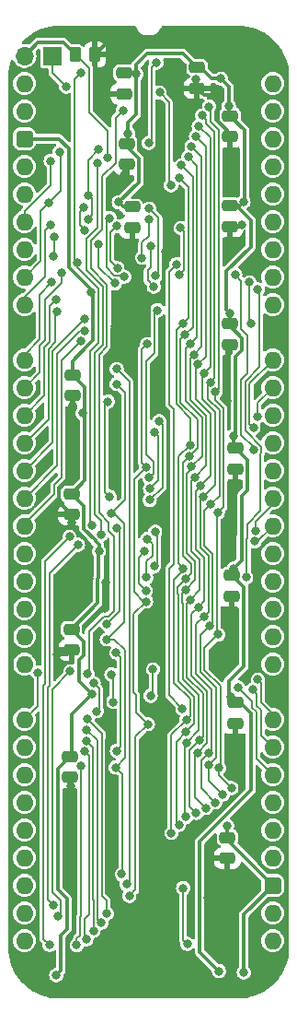
<source format=gbl>
%TF.GenerationSoftware,KiCad,Pcbnew,8.0.2*%
%TF.CreationDate,2024-06-11T08:17:39+02:00*%
%TF.ProjectId,HCP65 Instruction Code,48435036-3520-4496-9e73-747275637469,V0*%
%TF.SameCoordinates,PX525bfc0PY43d3480*%
%TF.FileFunction,Copper,L2,Bot*%
%TF.FilePolarity,Positive*%
%FSLAX46Y46*%
G04 Gerber Fmt 4.6, Leading zero omitted, Abs format (unit mm)*
G04 Created by KiCad (PCBNEW 8.0.2) date 2024-06-11 08:17:39*
%MOMM*%
%LPD*%
G01*
G04 APERTURE LIST*
G04 Aperture macros list*
%AMRoundRect*
0 Rectangle with rounded corners*
0 $1 Rounding radius*
0 $2 $3 $4 $5 $6 $7 $8 $9 X,Y pos of 4 corners*
0 Add a 4 corners polygon primitive as box body*
4,1,4,$2,$3,$4,$5,$6,$7,$8,$9,$2,$3,0*
0 Add four circle primitives for the rounded corners*
1,1,$1+$1,$2,$3*
1,1,$1+$1,$4,$5*
1,1,$1+$1,$6,$7*
1,1,$1+$1,$8,$9*
0 Add four rect primitives between the rounded corners*
20,1,$1+$1,$2,$3,$4,$5,0*
20,1,$1+$1,$4,$5,$6,$7,0*
20,1,$1+$1,$6,$7,$8,$9,0*
20,1,$1+$1,$8,$9,$2,$3,0*%
G04 Aperture macros list end*
%TA.AperFunction,ComponentPad*%
%ADD10R,1.700000X1.700000*%
%TD*%
%TA.AperFunction,ComponentPad*%
%ADD11O,1.700000X1.700000*%
%TD*%
%TA.AperFunction,ComponentPad*%
%ADD12O,1.600000X1.600000*%
%TD*%
%TA.AperFunction,ComponentPad*%
%ADD13RoundRect,0.400000X-0.400000X-0.400000X0.400000X-0.400000X0.400000X0.400000X-0.400000X0.400000X0*%
%TD*%
%TA.AperFunction,ComponentPad*%
%ADD14R,1.600000X1.600000*%
%TD*%
%TA.AperFunction,SMDPad,CuDef*%
%ADD15RoundRect,0.250000X0.475000X-0.250000X0.475000X0.250000X-0.475000X0.250000X-0.475000X-0.250000X0*%
%TD*%
%TA.AperFunction,SMDPad,CuDef*%
%ADD16RoundRect,0.250000X-0.262500X-0.450000X0.262500X-0.450000X0.262500X0.450000X-0.262500X0.450000X0*%
%TD*%
%TA.AperFunction,ViaPad*%
%ADD17C,0.800000*%
%TD*%
%TA.AperFunction,Conductor*%
%ADD18C,0.380000*%
%TD*%
%TA.AperFunction,Conductor*%
%ADD19C,0.200000*%
%TD*%
G04 APERTURE END LIST*
D10*
%TO.P,J4,1,Pin_1*%
%TO.N,/~{PHI2}*%
X2540000Y2540000D03*
D11*
%TO.P,J4,2,Pin_2*%
%TO.N,Net-(IC3-2A)*%
X0Y2540000D03*
%TD*%
D12*
%TO.P,J2,1,Pin_1*%
%TO.N,/~{Reset}*%
X0Y0D03*
%TO.P,J2,2,Pin_2*%
%TO.N,/~{Clear Counter}*%
X0Y-2540000D03*
D13*
%TO.P,J2,3,Pin_3*%
%TO.N,/5V*%
X0Y-5080000D03*
D12*
%TO.P,J2,4,Pin_4*%
%TO.N,/~{PHI2}*%
X0Y-7620000D03*
%TO.P,J2,5,Pin_5*%
%TO.N,/~{RD}*%
X0Y-10160000D03*
%TO.P,J2,6,Pin_6*%
%TO.N,/~{WD}*%
X0Y-12700000D03*
%TO.P,J2,7,Pin_7*%
%TO.N,/Opcode Valid*%
X0Y-15240000D03*
%TO.P,J2,8,Pin_8*%
%TO.N,/~{Count Access}_{0}*%
X0Y-17780000D03*
%TO.P,J2,9,Pin_9*%
%TO.N,/~{Count Access}_{1}*%
X0Y-20320000D03*
D14*
%TO.P,J2,10,Pin_10*%
%TO.N,/GND*%
X0Y-22860000D03*
D12*
%TO.P,J2,11,Pin_11*%
%TO.N,/~{Count Access}_{2}*%
X0Y-25400000D03*
%TO.P,J2,12,Pin_12*%
%TO.N,/~{Count Access}_{3}*%
X0Y-27940000D03*
%TO.P,J2,13,Pin_13*%
%TO.N,/C0*%
X0Y-30480000D03*
%TO.P,J2,14,Pin_14*%
%TO.N,/C1*%
X0Y-33020000D03*
%TO.P,J2,15,Pin_15*%
%TO.N,/C2*%
X0Y-35560000D03*
%TO.P,J2,16,Pin_16*%
%TO.N,/C3*%
X0Y-38100000D03*
%TO.P,J2,17,Pin_17*%
%TO.N,/C4*%
X0Y-40640000D03*
%TO.P,J2,18,Pin_18*%
%TO.N,/C5*%
X0Y-43180000D03*
%TO.P,J2,19,Pin_19*%
%TO.N,/C6*%
X0Y-45720000D03*
%TO.P,J2,20,Pin_20*%
%TO.N,/C7*%
X0Y-48260000D03*
%TO.P,J2,21,Pin_21*%
%TO.N,/C8*%
X0Y-50800000D03*
%TO.P,J2,22,Pin_22*%
%TO.N,/C9*%
X0Y-53340000D03*
D14*
%TO.P,J2,23,Pin_23*%
%TO.N,/GND*%
X0Y-55880000D03*
D12*
%TO.P,J2,24,Pin_24*%
%TO.N,/C10*%
X0Y-58420000D03*
%TO.P,J2,25,Pin_25*%
%TO.N,/D7*%
X0Y-60960000D03*
%TO.P,J2,26,Pin_26*%
%TO.N,/D6*%
X0Y-63500000D03*
%TO.P,J2,27,Pin_27*%
%TO.N,/D5*%
X0Y-66040000D03*
%TO.P,J2,28,Pin_28*%
%TO.N,/D4*%
X0Y-68580000D03*
%TO.P,J2,29,Pin_29*%
%TO.N,/D3*%
X0Y-71120000D03*
%TO.P,J2,30,Pin_30*%
%TO.N,/D2*%
X0Y-73660000D03*
%TO.P,J2,31,Pin_31*%
%TO.N,/D1*%
X0Y-76200000D03*
%TO.P,J2,32,Pin_32*%
%TO.N,/D0*%
X0Y-78740000D03*
%TO.P,J2,33,Pin_33*%
%TO.N,/C31*%
X22860000Y-78740000D03*
%TO.P,J2,34,Pin_34*%
%TO.N,/C30*%
X22860000Y-76200000D03*
D13*
%TO.P,J2,35,Pin_35*%
%TO.N,/5V*%
X22860000Y-73660000D03*
D12*
%TO.P,J2,36,Pin_36*%
%TO.N,/C29*%
X22860000Y-71120000D03*
%TO.P,J2,37,Pin_37*%
%TO.N,/C28*%
X22860000Y-68580000D03*
%TO.P,J2,38,Pin_38*%
%TO.N,/C27*%
X22860000Y-66040000D03*
%TO.P,J2,39,Pin_39*%
%TO.N,/C26*%
X22860000Y-63500000D03*
%TO.P,J2,40,Pin_40*%
%TO.N,/C25*%
X22860000Y-60960000D03*
%TO.P,J2,41,Pin_41*%
%TO.N,/C24*%
X22860000Y-58420000D03*
D14*
%TO.P,J2,42,Pin_42*%
%TO.N,/GND*%
X22860000Y-55880000D03*
D12*
%TO.P,J2,43,Pin_43*%
%TO.N,/C23*%
X22860000Y-53340000D03*
%TO.P,J2,44,Pin_44*%
%TO.N,/C22*%
X22860000Y-50800000D03*
%TO.P,J2,45,Pin_45*%
%TO.N,/C21*%
X22860000Y-48260000D03*
%TO.P,J2,46,Pin_46*%
%TO.N,/C20*%
X22860000Y-45720000D03*
%TO.P,J2,47,Pin_47*%
%TO.N,/C19*%
X22860000Y-43180000D03*
%TO.P,J2,48,Pin_48*%
%TO.N,/C18*%
X22860000Y-40640000D03*
%TO.P,J2,49,Pin_49*%
%TO.N,/C17*%
X22860000Y-38100000D03*
%TO.P,J2,50,Pin_50*%
%TO.N,/C16*%
X22860000Y-35560000D03*
%TO.P,J2,51,Pin_51*%
%TO.N,/C15*%
X22860000Y-33020000D03*
%TO.P,J2,52,Pin_52*%
%TO.N,/C14*%
X22860000Y-30480000D03*
%TO.P,J2,53,Pin_53*%
%TO.N,/C13*%
X22860000Y-27940000D03*
%TO.P,J2,54,Pin_54*%
%TO.N,/C12*%
X22860000Y-25400000D03*
D14*
%TO.P,J2,55,Pin_55*%
%TO.N,/GND*%
X22860000Y-22860000D03*
D12*
%TO.P,J2,56,Pin_56*%
%TO.N,/C11*%
X22860000Y-20320000D03*
%TO.P,J2,57,Pin_57*%
%TO.N,/OP0*%
X22860000Y-17780000D03*
%TO.P,J2,58,Pin_58*%
%TO.N,/OP1*%
X22860000Y-15240000D03*
%TO.P,J2,59,Pin_59*%
%TO.N,/OP2*%
X22860000Y-12700000D03*
%TO.P,J2,60,Pin_60*%
%TO.N,/OP3*%
X22860000Y-10160000D03*
%TO.P,J2,61,Pin_61*%
%TO.N,/OP4*%
X22860000Y-7620000D03*
%TO.P,J2,62,Pin_62*%
%TO.N,/OP5*%
X22860000Y-5080000D03*
%TO.P,J2,63,Pin_63*%
%TO.N,/OP6*%
X22860000Y-2540000D03*
%TO.P,J2,64,Pin_64*%
%TO.N,/OP7*%
X22860000Y0D03*
%TD*%
D15*
%TO.P,C14,1*%
%TO.N,/GND*%
X18923000Y-4871000D03*
%TO.P,C14,2*%
%TO.N,/3.3V*%
X18923000Y-2971000D03*
%TD*%
%TO.P,C12,1*%
%TO.N,/GND*%
X18923000Y-23957607D03*
%TO.P,C12,2*%
%TO.N,/3.3V*%
X18923000Y-22057607D03*
%TD*%
%TO.P,C4,1*%
%TO.N,/GND*%
X19405600Y-35387607D03*
%TO.P,C4,2*%
%TO.N,/3.3V*%
X19405600Y-33487607D03*
%TD*%
%TO.P,C7,1*%
%TO.N,/GND*%
X15875000Y-426000D03*
%TO.P,C7,2*%
%TO.N,/3.3V*%
X15875000Y1474000D03*
%TD*%
%TO.P,C11,1*%
%TO.N,/GND*%
X18669000Y-71165000D03*
%TO.P,C11,2*%
%TO.N,/5V*%
X18669000Y-69265000D03*
%TD*%
%TO.P,C17,1*%
%TO.N,/GND*%
X4318000Y-39592800D03*
%TO.P,C17,2*%
%TO.N,/5V*%
X4318000Y-37692800D03*
%TD*%
%TO.P,C16,1*%
%TO.N,/GND*%
X4165600Y-63708607D03*
%TO.P,C16,2*%
%TO.N,/5V*%
X4165600Y-61808607D03*
%TD*%
%TO.P,C5,1*%
%TO.N,/GND*%
X4318000Y-52024607D03*
%TO.P,C5,2*%
%TO.N,/5V*%
X4318000Y-50124607D03*
%TD*%
D16*
%TO.P,R1,1*%
%TO.N,Net-(IC3-2A)*%
X4675500Y2657000D03*
%TO.P,R1,2*%
%TO.N,/GND*%
X6500500Y2657000D03*
%TD*%
D15*
%TO.P,C8,1*%
%TO.N,/GND*%
X18923000Y-13126000D03*
%TO.P,C8,2*%
%TO.N,/3.3V*%
X18923000Y-11226000D03*
%TD*%
%TO.P,C15,1*%
%TO.N,/GND*%
X4445000Y-28656607D03*
%TO.P,C15,2*%
%TO.N,/5V*%
X4445000Y-26756607D03*
%TD*%
%TO.P,C2,1*%
%TO.N,/GND*%
X19431000Y-58755607D03*
%TO.P,C2,2*%
%TO.N,/3.3V*%
X19431000Y-56855607D03*
%TD*%
%TO.P,C13,1*%
%TO.N,/GND*%
X9398000Y-7411000D03*
%TO.P,C13,2*%
%TO.N,/3.3V*%
X9398000Y-5511000D03*
%TD*%
%TO.P,C1,1*%
%TO.N,/GND*%
X9906000Y-13227600D03*
%TO.P,C1,2*%
%TO.N,/3.3V*%
X9906000Y-11327600D03*
%TD*%
%TO.P,C3,1*%
%TO.N,/GND*%
X19050000Y-47071607D03*
%TO.P,C3,2*%
%TO.N,/3.3V*%
X19050000Y-45171607D03*
%TD*%
%TO.P,C6,1*%
%TO.N,/GND*%
X9144000Y-934000D03*
%TO.P,C6,2*%
%TO.N,/3.3V*%
X9144000Y966000D03*
%TD*%
D17*
%TO.N,Net-(IC3-2A)*%
X7674559Y-6811302D03*
%TO.N,/Read Count Access_{0}*%
X6759295Y-7325887D03*
%TO.N,/5V*%
X18669000Y-68199000D03*
X5358000Y-30279911D03*
X6106381Y-19134668D03*
X6858000Y-42976800D03*
X2921000Y-81915000D03*
X20193000Y-81661000D03*
X6172932Y-56073589D03*
%TO.N,/GND*%
X10109200Y-18440396D03*
X9169577Y-8381994D03*
X20038000Y-12989921D03*
X7797132Y-57740906D03*
X13512800Y-71034000D03*
X6841199Y-53478614D03*
X18646400Y-29159200D03*
X8116800Y-34124607D03*
X5930839Y-45474000D03*
X11434009Y-8513009D03*
X8509000Y-30824400D03*
X12446000Y-63627000D03*
X8100521Y-59819079D03*
X18846800Y-9652000D03*
X12623504Y-40180869D03*
X17830800Y-1066800D03*
X8331196Y-22301200D03*
X10922000Y-3302000D03*
X4318000Y-40335200D03*
X18948403Y-43156000D03*
X12344400Y-29057600D03*
X12976892Y-15421607D03*
X4268922Y-64565078D03*
X3013002Y-52425600D03*
X6705600Y-1524000D03*
X16919000Y-74803006D03*
X7383115Y-48238607D03*
X8737979Y-15527907D03*
X15748000Y374500D03*
X7510800Y-45809155D03*
X8294796Y-36567348D03*
X4445000Y-29565600D03*
X19095257Y-40729118D03*
X19488984Y-63402727D03*
X17505260Y-53619001D03*
X8109776Y-24643801D03*
X12598400Y-51206400D03*
X8178800Y-81177500D03*
%TO.N,/3.3V*%
X17907000Y-81534000D03*
X18821398Y-2057399D03*
X8667200Y-10904000D03*
X18994000Y-56360181D03*
X19227985Y-44576815D03*
X18084800Y457202D03*
X19236578Y-32396625D03*
X10287597Y866595D03*
X18923000Y-21082000D03*
X9525000Y-4572000D03*
X20167600Y-10871200D03*
%TO.N,/D0*%
X14224000Y-8636000D03*
X14924984Y-58420001D03*
X13521960Y-68839967D03*
X15237264Y-33202820D03*
X14579600Y-22064686D03*
X14614617Y-44539280D03*
%TO.N,/D1*%
X14782915Y-23063392D03*
X14852178Y-45510655D03*
X14213845Y-68117956D03*
X15225764Y-34204271D03*
X14461685Y-7513240D03*
X14878910Y-59540716D03*
%TO.N,/D2*%
X14893678Y-60540609D03*
X15339972Y-35197731D03*
X15091289Y-6736321D03*
X14879712Y-67371883D03*
X15251556Y-23946783D03*
X14823504Y-46529279D03*
%TO.N,/D3*%
X16103322Y-60320914D03*
X15814615Y-67016972D03*
X15650692Y-36148235D03*
X15233854Y-47441210D03*
X15383145Y-5779856D03*
X15567476Y-24895572D03*
%TO.N,/D4*%
X16000844Y-48082872D03*
X15961975Y-25814471D03*
X15789885Y-4866309D03*
X16220971Y-36969689D03*
X16706461Y-66564627D03*
X15907069Y-61507118D03*
%TO.N,/D5*%
X16471203Y-37937878D03*
X16525010Y-48934491D03*
X17554347Y-66034443D03*
X16041114Y-3898378D03*
X16934000Y-61470137D03*
X16515319Y-26647427D03*
%TO.N,/D6*%
X16336000Y-2942842D03*
X17169218Y-38653965D03*
X17097668Y-27460368D03*
X17029200Y-49798086D03*
X16945473Y-62590278D03*
X18257603Y-65323503D03*
%TO.N,/D7*%
X17821970Y-50619001D03*
X17570835Y-28341343D03*
X16990000Y-2112345D03*
X17807800Y-39423522D03*
X17907000Y-62865000D03*
X19055216Y-64720329D03*
%TO.N,/Opcode Valid*%
X6250337Y-40584063D03*
X5219000Y950000D03*
X14605000Y-73914000D03*
X4881893Y-16490699D03*
X4136015Y-41634415D03*
X2287600Y-79134350D03*
X14986000Y-79046000D03*
%TO.N,Net-(IC1-CP)*%
X12434000Y-835600D03*
X13490000Y-9345485D03*
%TO.N,/C0*%
X2946400Y-19812000D03*
%TO.N,/C1*%
X2998259Y-20908320D03*
%TO.N,/C2*%
X5526381Y-21626538D03*
%TO.N,/C3*%
X5526384Y-22698675D03*
%TO.N,/C4*%
X5165134Y-23630613D03*
%TO.N,Net-(IC2-~{RCO})*%
X7844508Y-37948737D03*
X7670800Y-29210000D03*
%TO.N,/Opcode Valid_{5V}*%
X8487251Y-26219758D03*
X9398000Y-73558400D03*
%TO.N,/Read Count_{5V}*%
X11296623Y-23935615D03*
X11355557Y-58859981D03*
X11197813Y-47577787D03*
X9652000Y-74625200D03*
X11200000Y-35227137D03*
%TO.N,/C10*%
X1212990Y-54102000D03*
%TO.N,/C11*%
X12242800Y-20828000D03*
X11489912Y-36218885D03*
%TO.N,/C12*%
X11556773Y-37216649D03*
X21082000Y-31597600D03*
X12000000Y-32014483D03*
%TO.N,/C13*%
X11531600Y-38252400D03*
X21437600Y-30581600D03*
X12402928Y-31031072D03*
%TO.N,Net-(IC4-~{RCO})*%
X7559703Y-49638607D03*
X8467114Y-40841953D03*
%TO.N,/~{RD}*%
X5473000Y-11407741D03*
X5546388Y-13466261D03*
%TO.N,/~{WD}*%
X2413000Y-7112000D03*
%TO.N,/C17*%
X21258197Y-41069325D03*
X11295642Y-41829112D03*
X11215600Y-45363321D03*
%TO.N,/C18*%
X21174073Y-42065783D03*
X11174462Y-46578057D03*
X11067859Y-42995250D03*
%TO.N,Net-(IC5-~{RCO})*%
X8498974Y-61301812D03*
X8453082Y-52288607D03*
%TO.N,/C16*%
X12045690Y-41167725D03*
X11926800Y-44348400D03*
%TO.N,/~{PHI2}*%
X3832329Y-276333D03*
%TO.N,/C25*%
X8001000Y-54279800D03*
X20998909Y-55695958D03*
X8158400Y-56808441D03*
%TO.N,/C26*%
X19685000Y-55499028D03*
X6658544Y-57658880D03*
X6365725Y-55089797D03*
%TO.N,/C27*%
X5787309Y-58368151D03*
X7589711Y-76244403D03*
%TO.N,/C28*%
X7059888Y-77092514D03*
X5741494Y-59367104D03*
%TO.N,/C29*%
X5680733Y-60365259D03*
X6359888Y-77815712D03*
%TO.N,/C30*%
X5691860Y-78625071D03*
X5528400Y-61363973D03*
%TO.N,/C31*%
X5216402Y-62686811D03*
X4803200Y-79148150D03*
%TO.N,/C24*%
X21485627Y-54765774D03*
X11834781Y-53814745D03*
X11608679Y-56239324D03*
%TO.N,/~{Count Access}_{0}*%
X3212195Y-6305366D03*
X2265660Y-10954000D03*
%TO.N,/~{Count Access}_{1}*%
X2413000Y-12953998D03*
%TO.N,/~{Count Access}_{2}*%
X2514600Y-18262600D03*
X6820328Y-14737907D03*
X8313444Y-18351770D03*
%TO.N,/~{Count Access}_{3}*%
X7822932Y-12354000D03*
X3434979Y-17353809D03*
X9175068Y-17744011D03*
%TO.N,/Read Count Access_{0}*%
X4927600Y-42367200D03*
X7083437Y-41417523D03*
X2649600Y-75439354D03*
%TO.N,/~{Read Count Access}_{2}*%
X21460622Y-18919234D03*
X20405581Y-45362448D03*
X11906620Y-18667546D03*
X11601890Y-14946259D03*
%TO.N,/~{Read Count Access}_{1}*%
X14248408Y-17577341D03*
X21080182Y-33642515D03*
X14376400Y-13258800D03*
X19402405Y-17565827D03*
%TO.N,/~{Read Count Access}_{0}*%
X20814979Y-22060217D03*
X12043504Y-17677133D03*
X20702305Y-18267345D03*
X11480800Y-11480800D03*
%TO.N,/Read Count Access_{1}*%
X11468425Y-12509175D03*
X10820400Y-16002000D03*
X2776675Y-14114000D03*
X2692400Y-15877600D03*
%TO.N,/Read Count Access_{3}*%
X8559403Y-16951770D03*
X8478454Y-13109179D03*
%TO.N,/~{Read Count Access}_{3}*%
X14532002Y-57404000D03*
X13988888Y-16611600D03*
%TO.N,/~{MRC}_{5V}*%
X7975600Y-39471600D03*
X8396402Y-62828400D03*
X7569200Y-51065200D03*
X8958400Y-72635322D03*
X8467788Y-27619758D03*
%TO.N,/~{MRC}*%
X4211200Y-53991489D03*
X5810066Y-54258383D03*
X9057844Y-2480000D03*
X3048000Y-76454000D03*
%TO.N,/~{Write Count}*%
X12141200Y1908000D03*
X11430000Y-5461000D03*
%TO.N,/Read Count Access_{0T}*%
X5842000Y-10287000D03*
X6807130Y-6061302D03*
X5842000Y-12446000D03*
%TD*%
D18*
%TO.N,/GND*%
X9144000Y-934000D02*
X7295600Y-934000D01*
X7295600Y-934000D02*
X6705600Y-1524000D01*
D19*
%TO.N,/~{Write Count}*%
X11684000Y-5207000D02*
X11430000Y-5461000D01*
D18*
%TO.N,/3.3V*%
X10513000Y-9058200D02*
X8667200Y-10904000D01*
D19*
%TO.N,/~{Write Count}*%
X11684000Y1450800D02*
X11684000Y-5207000D01*
D18*
%TO.N,/3.3V*%
X10513000Y-6874940D02*
X10513000Y-9058200D01*
D19*
%TO.N,/~{Write Count}*%
X12141200Y1908000D02*
X11684000Y1450800D01*
D18*
%TO.N,/3.3V*%
X9398000Y-5759940D02*
X10513000Y-6874940D01*
D19*
%TO.N,/Read Count Access_{0}*%
X6720002Y-7365180D02*
X6759295Y-7325887D01*
X6720002Y-13282598D02*
X6720002Y-7365180D01*
X5707200Y-14295400D02*
X6720002Y-13282598D01*
X7206381Y-18635410D02*
X5707200Y-17136228D01*
X7206381Y-23991705D02*
X7206381Y-18635410D01*
X6458000Y-24740087D02*
X7206381Y-23991705D01*
X7083437Y-41417523D02*
X7083437Y-40185875D01*
X5707200Y-17136228D02*
X5707200Y-14295400D01*
%TO.N,Net-(IC3-2A)*%
X5969000Y-2667000D02*
X7674559Y-4372559D01*
X7674559Y-4372559D02*
X7674559Y-6811302D01*
%TO.N,/Read Count Access_{0}*%
X7083437Y-40185875D02*
X6458000Y-39560438D01*
X6458000Y-39560438D02*
X6458000Y-24740087D01*
%TO.N,/~{MRC}*%
X8373000Y-3164844D02*
X9057844Y-2480000D01*
X8382000Y-6477000D02*
X8373000Y-6468000D01*
X8373000Y-6926256D02*
X8382000Y-6917256D01*
X6120328Y-14447957D02*
X7123200Y-13445085D01*
X6120328Y-16983670D02*
X6120328Y-14447957D01*
X7606381Y-18469723D02*
X6120328Y-16983670D01*
X8373000Y-7292661D02*
X8373000Y-6926256D01*
X7606381Y-24157391D02*
X7606381Y-18469723D01*
X8373000Y-6468000D02*
X8373000Y-3164844D01*
X6858000Y-24905772D02*
X7606381Y-24157391D01*
X8382000Y-6917256D02*
X8382000Y-6477000D01*
X6858000Y-39394752D02*
X6858000Y-24905772D01*
X7123200Y-13445085D02*
X7123200Y-8542461D01*
X7767114Y-41131903D02*
X7767114Y-40303866D01*
X7123200Y-8542461D02*
X8373000Y-7292661D01*
X8210799Y-41575588D02*
X7767114Y-41131903D01*
X7767114Y-40303866D02*
X6858000Y-39394752D01*
X7269753Y-48938607D02*
X7694017Y-48938607D01*
X5923000Y-50285360D02*
X7269753Y-48938607D01*
X7694017Y-48938607D02*
X8210799Y-48421825D01*
X5923000Y-54145449D02*
X5923000Y-50285360D01*
X8210799Y-48421825D02*
X8210799Y-41575588D01*
X5810066Y-54258383D02*
X5923000Y-54145449D01*
%TO.N,/Read Count Access_{0T}*%
X5842000Y-7026432D02*
X6807130Y-6061302D01*
X5842000Y-10287000D02*
X5842000Y-7026432D01*
D18*
%TO.N,/5V*%
X5726800Y-24186160D02*
X6316381Y-23596579D01*
X6106381Y-18907981D02*
X6106381Y-19134668D01*
X6510839Y-42012595D02*
X6858000Y-42359756D01*
X3890400Y-77686956D02*
X3352800Y-78224556D01*
X5001200Y-54901857D02*
X6172932Y-56073589D01*
X5455200Y-40906156D02*
X6510839Y-41961795D01*
X5568000Y-36442800D02*
X5568000Y-30489911D01*
X4318000Y-61656207D02*
X4318000Y-57928521D01*
X5433000Y-51239607D02*
X5433000Y-52545286D01*
X6510839Y-41961795D02*
X6510839Y-42012595D01*
X3048000Y-74066400D02*
X3890400Y-74908800D01*
X6316381Y-23596579D02*
X6316381Y-19344668D01*
X4318000Y-50124607D02*
X6720800Y-47721807D01*
X5726800Y-24198868D02*
X5726800Y-24186160D01*
X6858000Y-42359756D02*
X6858000Y-42976800D01*
X5560000Y-30077911D02*
X5358000Y-30279911D01*
X6316381Y-19344668D02*
X6106381Y-19134668D01*
X18669000Y-69469000D02*
X22860000Y-73660000D01*
X4165600Y-61808607D02*
X3048000Y-62926207D01*
X3352800Y-81483200D02*
X2921000Y-81915000D01*
X4318000Y-37692800D02*
X5455200Y-38830000D01*
X6720800Y-47721807D02*
X6720800Y-45481926D01*
X20193000Y-76327000D02*
X20193000Y-81661000D01*
X5455200Y-38830000D02*
X5455200Y-40906156D01*
X5568000Y-30489911D02*
X5358000Y-30279911D01*
X4092000Y-5997231D02*
X4092000Y-16893600D01*
X6829000Y-45373726D02*
X6829000Y-43005800D01*
X3048000Y-62926207D02*
X3048000Y-74066400D01*
X18669000Y-69265000D02*
X18669000Y-68199000D01*
X3174769Y-5080000D02*
X4092000Y-5997231D01*
X22860000Y-73660000D02*
X20193000Y-76327000D01*
X0Y-5080000D02*
X3174769Y-5080000D01*
X4318000Y-37692800D02*
X5568000Y-36442800D01*
X5560000Y-27871607D02*
X5560000Y-30077911D01*
X4092000Y-16893600D02*
X6106381Y-18907981D01*
X3890400Y-74908800D02*
X3890400Y-77686956D01*
X3352800Y-78224556D02*
X3352800Y-81483200D01*
X4445000Y-26756607D02*
X5560000Y-27871607D01*
X4445000Y-26756607D02*
X4445000Y-25480668D01*
X5433000Y-52545286D02*
X5001200Y-52977086D01*
X5001200Y-52977086D02*
X5001200Y-54901857D01*
X4318000Y-50124607D02*
X5433000Y-51239607D01*
X6829000Y-43005800D02*
X6858000Y-42976800D01*
X4445000Y-25480668D02*
X5726800Y-24198868D01*
X4318000Y-57928521D02*
X6172932Y-56073589D01*
X6720800Y-45481926D02*
X6829000Y-45373726D01*
%TO.N,/GND*%
X11353800Y-20497800D02*
X10109200Y-19253200D01*
X10109200Y-16899128D02*
X10109200Y-18440396D01*
X24050000Y-54690000D02*
X22860000Y-55880000D01*
X18646400Y-24234207D02*
X18646400Y-29159200D01*
X4318000Y-40625072D02*
X5990025Y-42297097D01*
X8109776Y-24643801D02*
X7386266Y-25367311D01*
X12835690Y-41494954D02*
X12835690Y-40393055D01*
X3013002Y-52425600D02*
X3013000Y-52425598D01*
X24050000Y-24050000D02*
X24050000Y-54690000D01*
X-1219200Y463715D02*
X-1219200Y-21640800D01*
X9906000Y-13227600D02*
X9906000Y-14359886D01*
X3917007Y-52425600D02*
X3013002Y-52425600D01*
X18923000Y-4601097D02*
X17780000Y-3458097D01*
X4013200Y-78384400D02*
X4013200Y-80010000D01*
X17780000Y-3458097D02*
X17780000Y-1117600D01*
X22860000Y-55880000D02*
X24065495Y-57085495D01*
X4318000Y-39892193D02*
X4318000Y-40625072D01*
X18923000Y-9575800D02*
X18846800Y-9652000D01*
X4268922Y-64565078D02*
X4622800Y-64918956D01*
X9906000Y-14359886D02*
X8737979Y-15527907D01*
X20326515Y4216400D02*
X8059900Y4216400D01*
X9169577Y-7766423D02*
X9169577Y-8381994D01*
X19901921Y-13126000D02*
X20038000Y-12989921D01*
X12344400Y-29514800D02*
X13258800Y-30429200D01*
X7606402Y-74408402D02*
X8991600Y-75793600D01*
X10110100Y-83108800D02*
X8178800Y-81177500D01*
X18669000Y-71165000D02*
X18669000Y-73787000D01*
X24050000Y492915D02*
X20326515Y4216400D01*
X3203000Y-38477800D02*
X4318000Y-39592800D01*
X7386266Y-25367311D02*
X7386266Y-27655466D01*
X-332915Y-41830000D02*
X-492915Y-41830000D01*
X24065495Y-79217420D02*
X20174115Y-83108800D01*
X11353800Y-20497800D02*
X9550400Y-22301200D01*
X17780000Y-1117600D02*
X17830800Y-1066800D01*
X4622800Y-77774800D02*
X4013200Y-78384400D01*
X12624781Y-51232781D02*
X12598400Y-51206400D01*
X-1190000Y-54690000D02*
X-1190000Y-42687085D01*
X19488984Y-58813591D02*
X19488984Y-63402727D01*
X18923000Y-4871000D02*
X18923000Y-9575800D01*
X9550400Y-22301200D02*
X8331196Y-22301200D01*
X4622800Y-64918956D02*
X4622800Y-77774800D01*
X3203000Y-37081400D02*
X3203000Y-38477800D01*
X7383115Y-48238607D02*
X7510800Y-48110922D01*
X12624781Y-63448219D02*
X12624781Y-51232781D01*
X8100521Y-59819079D02*
X7606402Y-60313198D01*
X7368400Y-54982322D02*
X7368400Y-57312174D01*
X7386266Y-27655466D02*
X8509000Y-28778200D01*
X12835690Y-40393055D02*
X12623504Y-40180869D01*
X12833504Y-19018096D02*
X12833504Y-15564995D01*
X3013000Y-52425598D02*
X3013000Y-48501049D01*
X18948403Y-43156000D02*
X18948403Y-40875972D01*
X12833504Y-50971296D02*
X12833504Y-41497140D01*
X0Y-55880000D02*
X-1190000Y-54690000D01*
X-492915Y-41830000D02*
X-1315000Y-41007915D01*
X18948403Y-40875972D02*
X19095257Y-40729118D01*
X8737979Y-15527907D02*
X10109200Y-16899128D01*
X24050000Y-21670000D02*
X24050000Y492915D01*
X12833504Y-41497140D02*
X12835690Y-41494954D01*
X7368400Y-57312174D02*
X7797132Y-57740906D01*
X4268922Y-63811929D02*
X4268922Y-64565078D01*
X22860000Y-22860000D02*
X24050000Y-21670000D01*
X12446000Y-63627000D02*
X12624781Y-63448219D01*
X5990025Y-42297097D02*
X5990025Y-45414814D01*
X13258800Y-39545573D02*
X12623504Y-40180869D01*
X5990025Y-45414814D02*
X5930839Y-45474000D01*
X4018607Y-52324000D02*
X3917007Y-52425600D01*
X3013000Y-48501049D02*
X5930839Y-45583210D01*
X18669000Y-73787000D02*
X17652994Y-74803006D01*
X8991600Y-80364700D02*
X8178800Y-81177500D01*
X6841199Y-53478614D02*
X7155725Y-53793140D01*
X-1219200Y-21640800D02*
X0Y-22860000D01*
X4445000Y-29565600D02*
X4445000Y-35839400D01*
X12344400Y-29057600D02*
X12344400Y-29514800D01*
X8991600Y-75793600D02*
X8991600Y-80364700D01*
X15875000Y-426000D02*
X16515800Y-1066800D01*
X8509000Y-33732407D02*
X8116800Y-34124607D01*
X8109776Y-24643801D02*
X8109776Y-22522620D01*
X19405600Y-35387607D02*
X19405600Y-40418775D01*
X22860000Y-22860000D02*
X24050000Y-24050000D01*
X5180700Y-81177500D02*
X8178800Y-81177500D01*
X8100521Y-58044295D02*
X7797132Y-57740906D01*
X5930839Y-45583210D02*
X5930839Y-45474000D01*
X12598400Y-51206400D02*
X12833504Y-50971296D01*
X8294796Y-36567348D02*
X8116800Y-36389352D01*
X24065495Y-57085495D02*
X24065495Y-79217420D01*
X11353800Y-20497800D02*
X12833504Y-19018096D01*
X-1315000Y-24175000D02*
X0Y-22860000D01*
X7155725Y-54769647D02*
X7368400Y-54982322D01*
X7155725Y-53793140D02*
X7155725Y-54769647D01*
X4445000Y-28656607D02*
X4445000Y-29565600D01*
X12446000Y-69967200D02*
X13512800Y-71034000D01*
X-332915Y-41830000D02*
X2823200Y-41830000D01*
X8059900Y4216400D02*
X6500500Y2657000D01*
X-1205495Y-57085495D02*
X-1205495Y-80125305D01*
X19050000Y-47071607D02*
X19050000Y-52074261D01*
X19405600Y-40418775D02*
X19095257Y-40729118D01*
X8509000Y-28778200D02*
X8509000Y-30824400D01*
X15875000Y-426000D02*
X15875000Y247500D01*
X0Y-55880000D02*
X-1205495Y-57085495D01*
X7510800Y-48110922D02*
X7510800Y-45809155D01*
X16515800Y-1066800D02*
X17830800Y-1066800D01*
X7606402Y-60313198D02*
X7606402Y-74408402D01*
X6247500Y-83108800D02*
X8178800Y-81177500D01*
X12833504Y-15564995D02*
X12976892Y-15421607D01*
X4445000Y-35839400D02*
X3203000Y-37081400D01*
X2823200Y-41830000D02*
X4318000Y-40335200D01*
X8100521Y-59819079D02*
X8100521Y-58044295D01*
X20174115Y-83108800D02*
X10110100Y-83108800D01*
X-1205495Y-80125305D02*
X1778000Y-83108800D01*
X8116800Y-36389352D02*
X8116800Y-34124607D01*
X10109200Y-19253200D02*
X10109200Y-18440396D01*
X-1315000Y-41007915D02*
X-1315000Y-24175000D01*
X-1190000Y-42687085D02*
X-332915Y-41830000D01*
X12446000Y-63627000D02*
X12446000Y-69967200D01*
X17652994Y-74803006D02*
X16919000Y-74803006D01*
X1778000Y-83108800D02*
X6247500Y-83108800D01*
X15875000Y247500D02*
X15748000Y374500D01*
X13258800Y-30429200D02*
X13258800Y-39545573D01*
X8509000Y-30824400D02*
X8509000Y-33732407D01*
X18923000Y-13126000D02*
X19901921Y-13126000D01*
X19050000Y-52074261D02*
X17505260Y-53619001D01*
X8109776Y-22522620D02*
X8331196Y-22301200D01*
X4013200Y-80010000D02*
X5180700Y-81177500D01*
%TO.N,/3.3V*%
X18612395Y-20771395D02*
X18923000Y-21082000D01*
X20828000Y-64922771D02*
X16129000Y-69621771D01*
X20038000Y-23361364D02*
X20038000Y-24472704D01*
X9144000Y966000D02*
X10188192Y966000D01*
X18923000Y-22246364D02*
X20038000Y-23361364D01*
X20523200Y-37338000D02*
X19993600Y-37867600D01*
X18784000Y-56150181D02*
X18994000Y-56360181D01*
X19405600Y-33487607D02*
X20523200Y-34605207D01*
X15875000Y1474000D02*
X14601000Y2748000D01*
X16204400Y1474000D02*
X17221198Y457202D01*
X19050000Y-45171607D02*
X19050000Y-44754800D01*
X19050000Y-45171607D02*
X20165000Y-46286607D01*
X11282400Y2748000D02*
X10287597Y1753197D01*
X19436400Y-25074304D02*
X19436400Y-32196803D01*
X18923000Y-21082000D02*
X18923000Y-22057607D01*
X19811271Y-56855607D02*
X20828000Y-57872336D01*
X18923000Y-2971000D02*
X20260956Y-4308956D01*
X9525000Y-4572000D02*
X9525000Y-3556000D01*
X18784000Y-54898240D02*
X18784000Y-56150181D01*
X9525000Y-3556000D02*
X10287597Y-2793403D01*
X19984073Y-41572869D02*
X19984073Y-43820727D01*
X18923000Y-11226000D02*
X19812800Y-11226000D01*
X19984073Y-43820727D02*
X19227985Y-44576815D01*
X20523200Y-34605207D02*
X20523200Y-37338000D01*
X18923000Y-11226000D02*
X19484989Y-11226000D01*
X18821398Y-2057399D02*
X18821398Y-279396D01*
X20260956Y-10777844D02*
X20167600Y-10871200D01*
X19812800Y-11226000D02*
X20167600Y-10871200D01*
X10287597Y-2793403D02*
X10287597Y866595D01*
X19993600Y-41563342D02*
X19984073Y-41572869D01*
X9525000Y-4572000D02*
X9525000Y-5534582D01*
X19431000Y-56855607D02*
X18994000Y-56418607D01*
X10287597Y1753197D02*
X10287597Y866595D01*
X20260956Y-4308956D02*
X20260956Y-10777844D01*
X16129000Y-69621771D02*
X16129000Y-79756000D01*
X20165000Y-53517240D02*
X18784000Y-54898240D01*
X18994000Y-56418607D02*
X18994000Y-56360181D01*
X20828000Y-57872336D02*
X20828000Y-64922771D01*
X18612395Y-17230808D02*
X18612395Y-20771395D01*
X9090800Y-11327600D02*
X8667200Y-10904000D01*
X9906000Y-11327600D02*
X9090800Y-11327600D01*
X20828000Y-12569011D02*
X20828000Y-15015203D01*
X16129000Y-79756000D02*
X17907000Y-81534000D01*
X20038000Y-24472704D02*
X19436400Y-25074304D01*
X19436400Y-32196803D02*
X19236578Y-32396625D01*
X10188192Y966000D02*
X10287597Y866595D01*
X19484989Y-11226000D02*
X20828000Y-12569011D01*
X19050000Y-44754800D02*
X19227985Y-44576815D01*
X14601000Y2748000D02*
X11282400Y2748000D01*
X20165000Y-46286607D02*
X20165000Y-53517240D01*
X18821398Y-2869398D02*
X18821398Y-2057399D01*
X19993600Y-37867600D02*
X19993600Y-41563342D01*
X17221198Y457202D02*
X18084800Y457202D01*
X18821398Y-279396D02*
X18084800Y457202D01*
X19236578Y-33318585D02*
X19236578Y-32396625D01*
X20828000Y-15015203D02*
X18612395Y-17230808D01*
D19*
%TO.N,/D0*%
X13754363Y-55029363D02*
X13754363Y-48083039D01*
X14160429Y-44085092D02*
X14160429Y-36779294D01*
X13513845Y-68831852D02*
X13513845Y-59831140D01*
X14924984Y-58420001D02*
X15234000Y-58110985D01*
X13962004Y-22682282D02*
X13962004Y-29456004D01*
X13723504Y-45610896D02*
X14614617Y-44719783D01*
X14150692Y-35526913D02*
X14160430Y-35517176D01*
X14160430Y-34279654D02*
X15237264Y-33202820D01*
X13962004Y-29456004D02*
X15237264Y-30731264D01*
X15094000Y-9506000D02*
X15094000Y-21550286D01*
X13521960Y-68839967D02*
X13513845Y-68831852D01*
X14160429Y-36779294D02*
X14150692Y-36769555D01*
X15094000Y-21550286D02*
X14579600Y-22064686D01*
X14579600Y-22064686D02*
X13962004Y-22682282D01*
X13754363Y-48083039D02*
X13723504Y-48052180D01*
X14614617Y-44719783D02*
X14614617Y-44539280D01*
X15237264Y-30731264D02*
X15237264Y-33202820D01*
X14614617Y-44539280D02*
X14160429Y-44085092D01*
X14150692Y-36769555D02*
X14150692Y-35526913D01*
X13513845Y-59831140D02*
X14924984Y-58420001D01*
X15234000Y-58110985D02*
X15234000Y-56509001D01*
X15234000Y-56509001D02*
X13754363Y-55029363D01*
X14160430Y-35517176D02*
X14160430Y-34279654D01*
X14224000Y-8636000D02*
X15094000Y-9506000D01*
X13723504Y-48052180D02*
X13723504Y-45610896D01*
%TO.N,/D1*%
X14782915Y-23063392D02*
X15494000Y-22352307D01*
X15624997Y-58794629D02*
X15624997Y-58285674D01*
X14123504Y-46239329D02*
X14852178Y-45510655D01*
X14154363Y-47917355D02*
X14133854Y-47896845D01*
X14566799Y-34863236D02*
X15225764Y-34204271D01*
X15634000Y-58276671D02*
X15634000Y-56343315D01*
X14550692Y-36603870D02*
X14550692Y-35655554D01*
X14133854Y-46829579D02*
X14123504Y-46819229D01*
X13972430Y-60447196D02*
X14878910Y-59540716D01*
X14560430Y-36613609D02*
X14550692Y-36603870D01*
X14362004Y-23484303D02*
X14362004Y-29290318D01*
X14362004Y-29290318D02*
X15938800Y-30867114D01*
X14133854Y-47896845D02*
X14133854Y-46829579D01*
X15494000Y-8545555D02*
X14461685Y-7513240D01*
X14123504Y-46819229D02*
X14123504Y-46239329D01*
X15329200Y-45033633D02*
X15329200Y-44169830D01*
X14213845Y-68117956D02*
X13972430Y-67876541D01*
X14852178Y-45510655D02*
X15329200Y-45033633D01*
X14154363Y-54863678D02*
X14154363Y-47917355D01*
X15938800Y-30867114D02*
X15938800Y-33491235D01*
X14566799Y-35639447D02*
X14566799Y-34863236D01*
X15938800Y-33491235D02*
X15225764Y-34204271D01*
X15624997Y-58285674D02*
X15634000Y-58276671D01*
X14782915Y-23063392D02*
X14362004Y-23484303D01*
X15494000Y-22352307D02*
X15494000Y-8545555D01*
X13972430Y-67876541D02*
X13972430Y-60447196D01*
X14550692Y-35655554D02*
X14566799Y-35639447D01*
X14560430Y-43401060D02*
X14560430Y-36613609D01*
X15634000Y-56343315D02*
X14154363Y-54863678D01*
X14878910Y-59540716D02*
X15624997Y-58794629D01*
X15329200Y-44169830D02*
X14560430Y-43401060D01*
%TO.N,/D2*%
X14960430Y-36447923D02*
X14950692Y-36438185D01*
X14571600Y-47768906D02*
X14533854Y-47731160D01*
X14879712Y-67371883D02*
X14736675Y-67228846D01*
X14833600Y-29196228D02*
X16338800Y-30701428D01*
X14533854Y-47731160D02*
X14533854Y-46818929D01*
X16034000Y-56177629D02*
X14571600Y-54715228D01*
X15729200Y-43912147D02*
X14960430Y-43143377D01*
X14736675Y-67228846D02*
X14736675Y-60697612D01*
X16034000Y-59400287D02*
X16034000Y-56177629D01*
X14950692Y-35858285D02*
X14960430Y-35848547D01*
X14893678Y-60540609D02*
X16034000Y-59400287D01*
X14950692Y-36438185D02*
X14950692Y-35858285D01*
X15339972Y-35431959D02*
X15339972Y-35197731D01*
X15251556Y-23946783D02*
X14833600Y-24364739D01*
X16338800Y-34198903D02*
X15339972Y-35197731D01*
X14960430Y-35848547D02*
X14960430Y-35811501D01*
X14960430Y-43143377D02*
X14960430Y-36447923D01*
X14533854Y-46818929D02*
X14823504Y-46529279D01*
X15894000Y-23304339D02*
X15894000Y-7539032D01*
X16338800Y-30701428D02*
X16338800Y-34198903D01*
X15894000Y-7539032D02*
X15091289Y-6736321D01*
X14736675Y-60697612D02*
X14893678Y-60540609D01*
X15729200Y-45623583D02*
X15729200Y-43912147D01*
X14833600Y-24364739D02*
X14833600Y-29196228D01*
X14571600Y-54715228D02*
X14571600Y-47768906D01*
X14960430Y-35811501D02*
X15339972Y-35431959D01*
X15251556Y-23946783D02*
X15894000Y-23304339D01*
X14823504Y-46529279D02*
X15729200Y-45623583D01*
%TO.N,/D3*%
X16434000Y-56011945D02*
X14971600Y-54549542D01*
X16434000Y-59565973D02*
X16434000Y-56011945D01*
X15240000Y-29036943D02*
X16738800Y-30535743D01*
X15207069Y-66409426D02*
X15207069Y-61217168D01*
X16103322Y-60320914D02*
X16424997Y-59999239D01*
X15233854Y-47441210D02*
X16129200Y-46545864D01*
X14971600Y-47703464D02*
X15233854Y-47441210D01*
X14971600Y-54549542D02*
X14971600Y-47703464D01*
X16738800Y-30535743D02*
X16738800Y-35060127D01*
X16294000Y-6690711D02*
X15383145Y-5779856D01*
X16129200Y-43746462D02*
X15366801Y-42984062D01*
X15567476Y-24895572D02*
X16294000Y-24169048D01*
X15366801Y-36432126D02*
X15650692Y-36148235D01*
X15567476Y-24895572D02*
X15240000Y-25223048D01*
X15240000Y-25223048D02*
X15240000Y-29036943D01*
X16129200Y-46545864D02*
X16129200Y-43746462D01*
X16738800Y-35060127D02*
X15650692Y-36148235D01*
X16424997Y-59574975D02*
X16434000Y-59565973D01*
X16294000Y-24169048D02*
X16294000Y-6690711D01*
X15366801Y-42984062D02*
X15366801Y-36432126D01*
X16424997Y-59999239D02*
X16424997Y-59574975D01*
X15207069Y-61217168D02*
X16103322Y-60320914D01*
X15814615Y-67016972D02*
X15207069Y-66409426D01*
%TO.N,/D4*%
X16694000Y-5770424D02*
X15789885Y-4866309D01*
X15766801Y-37423859D02*
X16220971Y-36969689D01*
X15766801Y-42818376D02*
X15766801Y-37423859D01*
X17138800Y-36051860D02*
X16220971Y-36969689D01*
X15798800Y-29030059D02*
X17138800Y-30370059D01*
X15697000Y-65555166D02*
X15697000Y-61717187D01*
X15907069Y-61507118D02*
X16834000Y-60580187D01*
X15371600Y-48712116D02*
X16000844Y-48082872D01*
X15798800Y-25977646D02*
X15798800Y-29030059D01*
X17138800Y-30370059D02*
X17138800Y-36051860D01*
X15961975Y-25814471D02*
X15798800Y-25977646D01*
X16834000Y-55846260D02*
X15371600Y-54383857D01*
X16694000Y-25082446D02*
X16694000Y-5770424D01*
X15697000Y-61717187D02*
X15907069Y-61507118D01*
X16529200Y-47554516D02*
X16529200Y-43580777D01*
X15961975Y-25814471D02*
X16694000Y-25082446D01*
X16529200Y-43580777D02*
X15766801Y-42818376D01*
X15371600Y-54383857D02*
X15371600Y-48712116D01*
X16706461Y-66564627D02*
X15697000Y-65555166D01*
X16000844Y-48082872D02*
X16529200Y-47554516D01*
X16834000Y-60580187D02*
X16834000Y-55846260D01*
%TO.N,/D5*%
X15771600Y-49687901D02*
X16525010Y-48934491D01*
X16515319Y-26647427D02*
X16357600Y-26805146D01*
X17234000Y-61170137D02*
X17234000Y-55680577D01*
X15771600Y-54218172D02*
X15771600Y-49687901D01*
X16166800Y-38242281D02*
X16471203Y-37937878D01*
X16929200Y-48530301D02*
X16929200Y-43415089D01*
X17538800Y-30204373D02*
X17538800Y-36870281D01*
X16245473Y-64725569D02*
X16245473Y-62158664D01*
X17094000Y-26068746D02*
X17094000Y-4951264D01*
X16245473Y-62158664D02*
X16934000Y-61470137D01*
X16525010Y-48934491D02*
X16929200Y-48530301D01*
X17554347Y-66034443D02*
X16245473Y-64725569D01*
X16934000Y-61470137D02*
X17234000Y-61170137D01*
X16166800Y-42652689D02*
X16166800Y-38242281D01*
X16357600Y-29023173D02*
X17538800Y-30204373D01*
X16515319Y-26647427D02*
X17094000Y-26068746D01*
X16929200Y-43415089D02*
X16166800Y-42652689D01*
X16357600Y-26805146D02*
X16357600Y-29023173D01*
X17538800Y-36870281D02*
X16471203Y-37937878D01*
X17094000Y-4951264D02*
X16041114Y-3898378D01*
X17234000Y-55680577D02*
X15771600Y-54218172D01*
%TO.N,/D6*%
X17329200Y-49498086D02*
X17329200Y-43249404D01*
X16865600Y-28965489D02*
X17938800Y-30038689D01*
X17938800Y-30038689D02*
X17938800Y-37884383D01*
X17494000Y-4430748D02*
X16737600Y-3674348D01*
X16566801Y-42487004D02*
X16566801Y-39256382D01*
X16737600Y-3344442D02*
X16336000Y-2942842D01*
X16171600Y-50655686D02*
X17029200Y-49798086D01*
X18257603Y-65323503D02*
X16945473Y-64011373D01*
X16171600Y-54052491D02*
X16171600Y-50655686D01*
X16945473Y-64011373D02*
X16945473Y-62590278D01*
X16945473Y-62590278D02*
X17634000Y-61901751D01*
X16566801Y-39256382D02*
X17169218Y-38653965D01*
X17634000Y-61901751D02*
X17634000Y-55514892D01*
X17029200Y-49798086D02*
X17329200Y-49498086D01*
X17329200Y-43249404D02*
X16566801Y-42487004D01*
X16737600Y-3674348D02*
X16737600Y-3344442D01*
X17097668Y-27460368D02*
X16865600Y-27692436D01*
X17097668Y-27460368D02*
X17494000Y-27064036D01*
X17494000Y-27064036D02*
X17494000Y-4430748D01*
X17938800Y-37884383D02*
X17169218Y-38653965D01*
X17634000Y-55514892D02*
X16171600Y-54052491D01*
X16865600Y-27692436D02*
X16865600Y-28965489D01*
%TO.N,/D7*%
X19055216Y-64720329D02*
X17907000Y-63572113D01*
X17137600Y-2259945D02*
X16990000Y-2112345D01*
X17907000Y-63572113D02*
X17907000Y-62865000D01*
X17907000Y-62865000D02*
X18034000Y-62738000D01*
X16571600Y-51869371D02*
X17821970Y-50619001D01*
X17137600Y-3508661D02*
X17137600Y-2259945D01*
X17570835Y-28341343D02*
X17570835Y-29105039D01*
X17894000Y-4265062D02*
X17137600Y-3508661D01*
X17729200Y-50526231D02*
X17729200Y-39502122D01*
X17570835Y-28341343D02*
X17894000Y-28018178D01*
X18034000Y-62738000D02*
X18034000Y-55349207D01*
X18338800Y-29873004D02*
X18338800Y-38892522D01*
X17729200Y-39502122D02*
X17807800Y-39423522D01*
X18338800Y-38892522D02*
X17807800Y-39423522D01*
X18034000Y-55349207D02*
X16571600Y-53886805D01*
X17894000Y-28018178D02*
X17894000Y-4265062D01*
X17570835Y-29105039D02*
X18338800Y-29873004D01*
X16571600Y-53886805D02*
X16571600Y-51869371D01*
X17821970Y-50619001D02*
X17729200Y-50526231D01*
%TO.N,/Opcode Valid*%
X4622800Y353800D02*
X5219000Y950000D01*
X6058000Y-24574402D02*
X6058000Y-40391726D01*
X1757994Y-78604744D02*
X1757994Y-55313321D01*
X4881893Y-16876607D02*
X6806381Y-18801095D01*
X6806381Y-23826019D02*
X6058000Y-24574402D01*
X2287600Y-79134350D02*
X1757994Y-78604744D01*
X1913000Y-43857430D02*
X4136015Y-41634415D01*
X6058000Y-40391726D02*
X6250337Y-40584063D01*
X6806381Y-18801095D02*
X6806381Y-23826019D01*
X14605000Y-78665000D02*
X14986000Y-79046000D01*
X4881893Y-16490699D02*
X4881893Y-16876607D01*
X4622800Y-16231606D02*
X4622800Y353800D01*
X4881893Y-16490699D02*
X4622800Y-16231606D01*
X14605000Y-73914000D02*
X14605000Y-78665000D01*
X1757994Y-55313321D02*
X1913000Y-55158315D01*
X1913000Y-55158315D02*
X1913000Y-43857430D01*
%TO.N,Net-(IC1-CP)*%
X13335000Y-1736600D02*
X12434000Y-835600D01*
X13490000Y-9345485D02*
X13335000Y-9190485D01*
X13335000Y-9190485D02*
X13335000Y-1736600D01*
%TO.N,/C0*%
X2289138Y-23732409D02*
X2289138Y-20469262D01*
X2289138Y-20469262D02*
X2946400Y-19812000D01*
X1797000Y-24224547D02*
X2289138Y-23732409D01*
X1797000Y-28683000D02*
X1797000Y-24224547D01*
X0Y-30480000D02*
X1797000Y-28683000D01*
%TO.N,/C1*%
X2197000Y-24390233D02*
X2832000Y-23755233D01*
X0Y-33020000D02*
X2197000Y-30823000D01*
X2832000Y-23755233D02*
X2832000Y-21074579D01*
X2832000Y-21074579D02*
X2998259Y-20908320D01*
X2197000Y-30823000D02*
X2197000Y-24390233D01*
%TO.N,/C2*%
X2597000Y-24555919D02*
X5526381Y-21626538D01*
X0Y-35560000D02*
X2597000Y-32963000D01*
X2597000Y-32963000D02*
X2597000Y-24555919D01*
%TO.N,/C3*%
X5107122Y-22698675D02*
X5526384Y-22698675D01*
X2997000Y-35103000D02*
X2997000Y-24808797D01*
X0Y-38100000D02*
X2997000Y-35103000D01*
X2997000Y-24808797D02*
X5107122Y-22698675D01*
%TO.N,/C4*%
X3397000Y-36194436D02*
X3397000Y-25398747D01*
X2713000Y-36878435D02*
X3397000Y-36194436D01*
X0Y-40435545D02*
X2713000Y-37722545D01*
X3397000Y-25398747D02*
X5165134Y-23630613D01*
X2713000Y-37722545D02*
X2713000Y-36878435D01*
%TO.N,Net-(IC2-~{RCO})*%
X7416800Y-29514800D02*
X7670800Y-29260800D01*
X7416800Y-37521029D02*
X7416800Y-29514800D01*
X7670800Y-29260800D02*
X7670800Y-29210000D01*
X7844508Y-37948737D02*
X7416800Y-37521029D01*
%TO.N,/Opcode Valid_{5V}*%
X8487251Y-26219758D02*
X9664800Y-27397307D01*
X9658400Y-73298000D02*
X9398000Y-73558400D01*
X9658400Y-46874390D02*
X9658400Y-73298000D01*
X9664800Y-27397307D02*
X9664800Y-46867990D01*
X9664800Y-46867990D02*
X9658400Y-46874390D01*
%TO.N,/Read Count_{5V}*%
X10261600Y-56131161D02*
X10261600Y-57766024D01*
X10210800Y-60004738D02*
X10210800Y-74066400D01*
X10064800Y-36362337D02*
X11200000Y-35227137D01*
X10261600Y-57766024D02*
X11355557Y-58859981D01*
X10210800Y-74066400D02*
X9652000Y-74625200D01*
X10798400Y-34825537D02*
X11200000Y-35227137D01*
X10798400Y-24433838D02*
X10798400Y-34825537D01*
X10058400Y-55927961D02*
X10261600Y-56131161D01*
X11197813Y-47577787D02*
X10940282Y-47577787D01*
X10064800Y-46702305D02*
X10064800Y-36362337D01*
X11296623Y-23935615D02*
X10798400Y-24433838D01*
X11355557Y-58859981D02*
X10210800Y-60004738D01*
X10058400Y-48717200D02*
X10058400Y-55927961D01*
X11197813Y-47577787D02*
X10058400Y-48717200D01*
X10940282Y-47577787D02*
X10064800Y-46702305D01*
%TO.N,/C10*%
X0Y-58420000D02*
X1212990Y-57207010D01*
X1212990Y-57207010D02*
X1212990Y-54102000D01*
%TO.N,/C11*%
X11900000Y-35808797D02*
X11489912Y-36218885D01*
X11198400Y-25537823D02*
X11198400Y-34073899D01*
X11996623Y-21074177D02*
X11996623Y-24739600D01*
X11996623Y-24739600D02*
X11198400Y-25537823D01*
X12242800Y-20828000D02*
X11996623Y-21074177D01*
X11900000Y-34775499D02*
X11900000Y-35808797D01*
X11198400Y-34073899D02*
X11900000Y-34775499D01*
%TO.N,/C12*%
X11556773Y-37216649D02*
X12300000Y-36473422D01*
X20726400Y-27533600D02*
X20726400Y-31242000D01*
X20726400Y-31242000D02*
X21082000Y-31597600D01*
X12300000Y-32314483D02*
X12000000Y-32014483D01*
X22860000Y-25400000D02*
X20726400Y-27533600D01*
X12300000Y-36473422D02*
X12300000Y-32314483D01*
%TO.N,/C13*%
X11531600Y-38252400D02*
X12700000Y-37084000D01*
X12700000Y-31328144D02*
X12402928Y-31031072D01*
X21437600Y-29362400D02*
X21437600Y-30581600D01*
X22860000Y-27940000D02*
X21437600Y-29362400D01*
X12700000Y-37084000D02*
X12700000Y-31328144D01*
%TO.N,Net-(IC4-~{RCO})*%
X7559703Y-49638607D02*
X8763200Y-48435110D01*
X8763200Y-41138039D02*
X8467114Y-40841953D01*
X8763200Y-48435110D02*
X8763200Y-41138039D01*
%TO.N,/~{RD}*%
X5092000Y-13011873D02*
X5092000Y-11788741D01*
X5546388Y-13466261D02*
X5092000Y-13011873D01*
X5092000Y-11788741D02*
X5473000Y-11407741D01*
%TO.N,/~{WD}*%
X0Y-11727914D02*
X2413000Y-9314914D01*
X2413000Y-9314914D02*
X2413000Y-7112000D01*
X0Y-12700000D02*
X0Y-11727914D01*
%TO.N,/C17*%
X11785600Y-42319070D02*
X11295642Y-41829112D01*
X21258197Y-40260603D02*
X21258197Y-41069325D01*
X11215600Y-43928450D02*
X11785600Y-43358450D01*
X11215600Y-45363321D02*
X11215600Y-43928450D01*
X22860000Y-38658800D02*
X21258197Y-40260603D01*
X11785600Y-43358450D02*
X11785600Y-42319070D01*
%TO.N,/C18*%
X10515600Y-45919195D02*
X10515600Y-43547509D01*
X10515600Y-43547509D02*
X11067859Y-42995250D01*
X11174462Y-46578057D02*
X10515600Y-45919195D01*
X22860000Y-40640000D02*
X21434217Y-42065783D01*
X21434217Y-42065783D02*
X21174073Y-42065783D01*
%TO.N,Net-(IC5-~{RCO})*%
X8453082Y-52288607D02*
X8858400Y-52693925D01*
X8858400Y-52693925D02*
X8858400Y-60942386D01*
X8858400Y-60942386D02*
X8498974Y-61301812D01*
%TO.N,/C16*%
X12185600Y-41307635D02*
X12045690Y-41167725D01*
X11926800Y-44348400D02*
X12185600Y-44089600D01*
X12185600Y-44089600D02*
X12185600Y-41307635D01*
%TO.N,/~{PHI2}*%
X2540000Y2540000D02*
X2540000Y1015996D01*
X2540000Y1015996D02*
X3832329Y-276333D01*
%TO.N,/C25*%
X21355000Y-56926351D02*
X21355000Y-56052049D01*
X21360000Y-57145685D02*
X21360000Y-56931352D01*
X22860000Y-60960000D02*
X21760000Y-59860000D01*
X21360000Y-56931352D02*
X21355000Y-56926351D01*
X21355000Y-56052049D02*
X20998909Y-55695958D01*
X8158400Y-54437200D02*
X8158400Y-56808441D01*
X21760000Y-59860000D02*
X21760000Y-57545685D01*
X21760000Y-57545685D02*
X21360000Y-57145685D01*
X8001000Y-54279800D02*
X8158400Y-54437200D01*
%TO.N,/C26*%
X21360000Y-62000000D02*
X21360000Y-57711371D01*
X6365725Y-55089797D02*
X6872932Y-55597004D01*
X20954998Y-56769026D02*
X19685000Y-55499028D01*
X20960000Y-57097036D02*
X20954999Y-57092035D01*
X6872932Y-55597004D02*
X6872932Y-57444492D01*
X20954999Y-57092035D02*
X20954998Y-56769026D01*
X22860000Y-63500000D02*
X21360000Y-62000000D01*
X21360000Y-57711371D02*
X20960000Y-57311370D01*
X20960000Y-57311370D02*
X20960000Y-57097036D01*
X6872932Y-57444492D02*
X6658544Y-57658880D01*
%TO.N,/C27*%
X7589711Y-75084675D02*
X7589711Y-76244403D01*
X7116402Y-74611366D02*
X7589711Y-75084675D01*
X7116402Y-59697244D02*
X7116402Y-74611366D01*
X5787309Y-58368151D02*
X7116402Y-59697244D01*
%TO.N,/C28*%
X6716402Y-74777051D02*
X6759888Y-74820537D01*
X5741494Y-59367104D02*
X6716402Y-60342012D01*
X6716402Y-60342012D02*
X6716402Y-74777051D01*
X6759888Y-76792514D02*
X7059888Y-77092514D01*
X6759888Y-74820537D02*
X6759888Y-76792514D01*
%TO.N,/C29*%
X6316402Y-74942737D02*
X6359888Y-74986223D01*
X6316402Y-61000928D02*
X6316402Y-74942737D01*
X6359888Y-74986223D02*
X6359888Y-77815712D01*
X5680733Y-60365259D02*
X6316402Y-61000928D01*
%TO.N,/C30*%
X5930000Y-75122020D02*
X5930000Y-76322086D01*
X5916402Y-61751975D02*
X5916402Y-75108423D01*
X5528400Y-61363973D02*
X5916402Y-61751975D01*
X5930000Y-76322086D02*
X5512800Y-76739286D01*
X5512800Y-78446011D02*
X5691860Y-78625071D01*
X5916402Y-75108423D02*
X5930000Y-75122020D01*
X5512800Y-76739286D02*
X5512800Y-78446011D01*
%TO.N,/C31*%
X5230000Y-62700409D02*
X5216402Y-62686811D01*
X5230000Y-76456400D02*
X5230000Y-62700409D01*
X5112800Y-78231764D02*
X5112800Y-76573600D01*
X4803200Y-79148150D02*
X4803200Y-78541364D01*
X5112800Y-76573600D02*
X5230000Y-76456400D01*
X4803200Y-78541364D02*
X5112800Y-78231764D01*
%TO.N,/C24*%
X11834781Y-56013222D02*
X11834781Y-53814745D01*
X11608679Y-56239324D02*
X11834781Y-56013222D01*
X21755000Y-55035147D02*
X21485627Y-54765774D01*
X22860000Y-57976001D02*
X21755000Y-56871001D01*
X21755000Y-56871001D02*
X21755000Y-55035147D01*
%TO.N,/~{Count Access}_{0}*%
X3352800Y-9866860D02*
X3352800Y-6445971D01*
X1488830Y-11730830D02*
X2265660Y-10954000D01*
X0Y-17780000D02*
X1488830Y-16291170D01*
X1488830Y-16291170D02*
X1488830Y-11730830D01*
X3352800Y-6445971D02*
X3212195Y-6305366D01*
X2265660Y-10954000D02*
X3352800Y-9866860D01*
%TO.N,/~{Count Access}_{1}*%
X1888830Y-13478168D02*
X2413000Y-12953998D01*
X1888830Y-17719970D02*
X1888830Y-13478168D01*
X0Y-20320000D02*
X0Y-19608800D01*
X0Y-19608800D02*
X1888830Y-17719970D01*
%TO.N,/~{Count Access}_{2}*%
X6820328Y-16858654D02*
X8313444Y-18351770D01*
X6820328Y-14737907D02*
X6820328Y-16858654D01*
X1378000Y-19399200D02*
X2514600Y-18262600D01*
X1378000Y-23512175D02*
X1378000Y-19399200D01*
X0Y-24890175D02*
X1378000Y-23512175D01*
%TO.N,/~{Count Access}_{3}*%
X7524800Y-12652132D02*
X7822932Y-12354000D01*
X1397000Y-24058861D02*
X1889138Y-23566723D01*
X9082827Y-17651770D02*
X8265223Y-17651770D01*
X8265223Y-17651770D02*
X7524800Y-16911347D01*
X9175068Y-17744011D02*
X9082827Y-17651770D01*
X3434979Y-18332171D02*
X3434979Y-17353809D01*
X1889138Y-19878012D02*
X3434979Y-18332171D01*
X1397000Y-26543000D02*
X1397000Y-24058861D01*
X1889138Y-23566723D02*
X1889138Y-19878012D01*
X0Y-27940000D02*
X1397000Y-26543000D01*
X7524800Y-16911347D02*
X7524800Y-12652132D01*
%TO.N,/Read Count Access_{0}*%
X2313000Y-55324004D02*
X2158003Y-55479001D01*
X2158003Y-55479001D02*
X2158003Y-74947757D01*
X2158003Y-74947757D02*
X2649600Y-75439354D01*
X2313000Y-44981800D02*
X2313000Y-55324004D01*
X4927600Y-42367200D02*
X2313000Y-44981800D01*
%TO.N,/~{Read Count Access}_{2}*%
X20483600Y-40469515D02*
X21683600Y-39269515D01*
X20474073Y-41775833D02*
X20483600Y-41766306D01*
X21683600Y-39269515D02*
X21683600Y-34029047D01*
X21640800Y-26053515D02*
X21640800Y-19099412D01*
X11601890Y-16896910D02*
X11343504Y-17155296D01*
X20474073Y-45293956D02*
X20474073Y-41775833D01*
X20405581Y-45362448D02*
X20474073Y-45293956D01*
X20326400Y-31898783D02*
X20326400Y-27367915D01*
X21640800Y-19099412D02*
X21460622Y-18919234D01*
X20483600Y-41766306D02*
X20483600Y-40469515D01*
X21780182Y-33352565D02*
X20326400Y-31898783D01*
X21780182Y-33932465D02*
X21780182Y-33352565D01*
X11343504Y-18104430D02*
X11906620Y-18667546D01*
X11601890Y-14946259D02*
X11601890Y-16896910D01*
X21683600Y-34029047D02*
X21780182Y-33932465D01*
X11343504Y-17155296D02*
X11343504Y-18104430D01*
X20326400Y-27367915D02*
X21640800Y-26053515D01*
%TO.N,/~{Read Count Access}_{1}*%
X14693999Y-17131750D02*
X14248408Y-17577341D01*
X14376400Y-13258800D02*
X14693999Y-13576399D01*
X20528000Y-26600630D02*
X19926400Y-27202230D01*
X14693999Y-13576399D02*
X14693999Y-17131750D01*
X19926400Y-27202230D02*
X19926400Y-32277686D01*
X19964400Y-22594800D02*
X20528000Y-23158400D01*
X21080182Y-33431468D02*
X21080182Y-33642515D01*
X19926400Y-32277686D02*
X21080182Y-33431468D01*
X19402405Y-17565827D02*
X19964400Y-18127822D01*
X20528000Y-23158400D02*
X20528000Y-26600630D01*
X19964400Y-18127822D02*
X19964400Y-22594800D01*
%TO.N,/~{Read Count Access}_{0}*%
X20675600Y-18294050D02*
X20702305Y-18267345D01*
X12276892Y-17443745D02*
X12043504Y-17677133D01*
X12344400Y-12344400D02*
X12344400Y-15064149D01*
X12276892Y-15131657D02*
X12276892Y-17443745D01*
X20814979Y-22060217D02*
X20675600Y-21920838D01*
X20675600Y-21920838D02*
X20675600Y-18294050D01*
X12344400Y-15064149D02*
X12276892Y-15131657D01*
X11480800Y-11480800D02*
X12344400Y-12344400D01*
%TO.N,/Read Count Access_{1}*%
X10820400Y-16002000D02*
X10820400Y-14630400D01*
X2776675Y-15793325D02*
X2776675Y-14114000D01*
X11468425Y-13982375D02*
X11468425Y-12509175D01*
X10820400Y-14630400D02*
X11468425Y-13982375D01*
X2692400Y-15877600D02*
X2776675Y-15793325D01*
%TO.N,/Read Count Access_{3}*%
X8559403Y-16951770D02*
X7924800Y-16317167D01*
X7924800Y-13662833D02*
X8478454Y-13109179D01*
X7924800Y-16317167D02*
X7924800Y-13662833D01*
%TO.N,/~{Read Count Access}_{3}*%
X13325690Y-17274798D02*
X13988888Y-16611600D01*
X13323504Y-44537696D02*
X13750692Y-44110508D01*
X13750692Y-35361227D02*
X13760430Y-35351490D01*
X13323504Y-56195502D02*
X13323504Y-44537696D01*
X13325690Y-29480090D02*
X13325690Y-17274798D01*
X14532002Y-57404000D02*
X13323504Y-56195502D01*
X13760430Y-29914830D02*
X13325690Y-29480090D01*
X13760430Y-35351490D02*
X13760430Y-29914830D01*
X13750692Y-44110508D02*
X13750692Y-35361227D01*
%TO.N,/~{MRC}_{5V}*%
X9264800Y-38182400D02*
X9264800Y-28416770D01*
X7569200Y-51065200D02*
X9167114Y-49467286D01*
X8263832Y-51065200D02*
X9258400Y-52059768D01*
X8246429Y-39471600D02*
X7975600Y-39471600D01*
X9264800Y-28416770D02*
X8467788Y-27619758D01*
X9258400Y-61966402D02*
X8396402Y-62828400D01*
X9258400Y-52059768D02*
X9258400Y-61966402D01*
X9167114Y-40392285D02*
X8246429Y-39471600D01*
X9017000Y-63448998D02*
X9017000Y-72576722D01*
X7569200Y-51065200D02*
X8263832Y-51065200D01*
X8396402Y-62828400D02*
X9017000Y-63448998D01*
X9017000Y-72576722D02*
X8958400Y-72635322D01*
X9167114Y-49467286D02*
X9167114Y-40392285D01*
X7975600Y-39471600D02*
X9264800Y-38182400D01*
%TO.N,/~{MRC}*%
X2558000Y-74269365D02*
X2558000Y-55644689D01*
X3349600Y-76152400D02*
X3349600Y-75060964D01*
X3048000Y-76454000D02*
X3349600Y-76152400D01*
X2558000Y-55644689D02*
X4211200Y-53991489D01*
X3349600Y-75060964D02*
X2558000Y-74269365D01*
%TO.N,/Read Count Access_{0T}*%
X6223000Y-10541000D02*
X5969000Y-10287000D01*
X5969000Y-10287000D02*
X5842000Y-10287000D01*
X6223000Y-12065000D02*
X6223000Y-10541000D01*
X5842000Y-12446000D02*
X6223000Y-12065000D01*
D18*
%TO.N,Net-(IC3-2A)*%
X4675500Y2657000D02*
X3552500Y3780000D01*
X3552500Y3780000D02*
X1240000Y3780000D01*
X1240000Y3780000D02*
X0Y2540000D01*
D19*
X5969000Y1363500D02*
X5969000Y-2667000D01*
X4675500Y2657000D02*
X5969000Y1363500D01*
%TD*%
%TA.AperFunction,Conductor*%
%TO.N,/GND*%
G36*
X12935435Y-21219008D02*
G01*
X12971253Y-21278998D01*
X12975190Y-21309996D01*
X12975190Y-29526233D01*
X12997981Y-29611293D01*
X12999076Y-29615378D01*
X13045217Y-29695298D01*
X13045221Y-29695303D01*
X13373611Y-30023693D01*
X13407096Y-30085016D01*
X13409930Y-30111374D01*
X13409930Y-35262410D01*
X13405704Y-35294507D01*
X13400195Y-35315060D01*
X13400194Y-35315065D01*
X13400192Y-35315083D01*
X13400192Y-35362430D01*
X13400190Y-35415975D01*
X13400192Y-35416004D01*
X13400192Y-43913964D01*
X13380507Y-43981003D01*
X13363873Y-44001645D01*
X13043035Y-44322482D01*
X13043033Y-44322485D01*
X13015562Y-44370068D01*
X13015560Y-44370070D01*
X12996892Y-44402402D01*
X12996891Y-44402405D01*
X12996890Y-44402407D01*
X12996890Y-44402408D01*
X12991627Y-44422050D01*
X12973004Y-44491552D01*
X12973004Y-56241646D01*
X12986976Y-56293790D01*
X12996889Y-56330788D01*
X13043031Y-56410710D01*
X13043033Y-56410713D01*
X13043034Y-56410714D01*
X13460194Y-56827874D01*
X13851311Y-57218990D01*
X13884796Y-57280313D01*
X13886726Y-57321616D01*
X13876724Y-57403999D01*
X13876724Y-57404000D01*
X13895764Y-57560818D01*
X13932955Y-57658880D01*
X13951782Y-57708523D01*
X14041519Y-57838530D01*
X14159762Y-57943283D01*
X14159764Y-57943284D01*
X14271246Y-58001795D01*
X14321458Y-58050379D01*
X14337433Y-58118398D01*
X14329562Y-58155562D01*
X14288747Y-58263182D01*
X14269706Y-58420001D01*
X14279708Y-58502382D01*
X14268247Y-58571305D01*
X14244293Y-58605008D01*
X13233377Y-59615925D01*
X13233375Y-59615927D01*
X13233375Y-59615928D01*
X13200641Y-59672625D01*
X13200640Y-59672625D01*
X13187232Y-59695849D01*
X13187231Y-59695852D01*
X13163345Y-59784996D01*
X13163345Y-68232805D01*
X13143660Y-68299844D01*
X13121572Y-68325621D01*
X13031476Y-68405438D01*
X12941741Y-68535442D01*
X12941740Y-68535443D01*
X12885722Y-68683148D01*
X12866682Y-68839966D01*
X12866682Y-68839967D01*
X12885722Y-68996785D01*
X12941740Y-69144490D01*
X13031477Y-69274497D01*
X13149720Y-69379250D01*
X13149722Y-69379251D01*
X13289594Y-69452663D01*
X13442974Y-69490467D01*
X13442975Y-69490467D01*
X13600945Y-69490467D01*
X13754325Y-69452663D01*
X13756080Y-69451742D01*
X13894200Y-69379250D01*
X14012443Y-69274497D01*
X14102180Y-69144490D01*
X14158197Y-68996785D01*
X14172680Y-68877509D01*
X14200302Y-68813331D01*
X14258236Y-68774275D01*
X14285469Y-68770053D01*
X14285385Y-68769360D01*
X14292830Y-68768456D01*
X14446210Y-68730652D01*
X14536718Y-68683149D01*
X14586085Y-68657239D01*
X14704328Y-68552486D01*
X14794065Y-68422479D01*
X14850082Y-68274774D01*
X14868005Y-68127159D01*
X14895627Y-68062983D01*
X14953561Y-68023926D01*
X14961423Y-68021711D01*
X15112077Y-67984579D01*
X15251952Y-67911166D01*
X15370195Y-67806413D01*
X15456666Y-67681136D01*
X15510947Y-67637148D01*
X15580396Y-67629488D01*
X15588380Y-67631178D01*
X15735630Y-67667472D01*
X15893600Y-67667472D01*
X16046980Y-67629668D01*
X16055108Y-67625402D01*
X16186855Y-67556255D01*
X16305098Y-67451502D01*
X16394835Y-67321495D01*
X16412659Y-67274496D01*
X16454835Y-67218795D01*
X16520432Y-67194737D01*
X16558274Y-67198071D01*
X16627475Y-67215127D01*
X16627476Y-67215127D01*
X16785446Y-67215127D01*
X16938826Y-67177323D01*
X16961082Y-67165642D01*
X17078701Y-67103910D01*
X17196944Y-66999157D01*
X17286681Y-66869150D01*
X17327744Y-66760874D01*
X17369922Y-66705172D01*
X17435519Y-66681115D01*
X17473363Y-66684450D01*
X17475362Y-66684943D01*
X17475366Y-66684943D01*
X17633332Y-66684943D01*
X17786712Y-66647139D01*
X17926587Y-66573726D01*
X18044830Y-66468973D01*
X18134567Y-66338966D01*
X18190584Y-66191261D01*
X18203722Y-66083056D01*
X18231344Y-66018879D01*
X18289278Y-65979822D01*
X18326818Y-65974003D01*
X18336588Y-65974003D01*
X18489968Y-65936199D01*
X18503454Y-65929121D01*
X18629843Y-65862786D01*
X18748086Y-65758033D01*
X18837823Y-65628026D01*
X18893840Y-65480321D01*
X18893893Y-65479887D01*
X18894019Y-65479592D01*
X18895635Y-65473039D01*
X18896724Y-65473307D01*
X18921512Y-65415708D01*
X18979445Y-65376649D01*
X19016989Y-65370829D01*
X19134201Y-65370829D01*
X19287581Y-65333025D01*
X19305723Y-65323503D01*
X19427456Y-65259612D01*
X19545699Y-65154859D01*
X19635436Y-65024852D01*
X19691453Y-64877147D01*
X19710494Y-64720329D01*
X19709071Y-64708605D01*
X19691453Y-64563510D01*
X19651027Y-64456917D01*
X19635436Y-64415806D01*
X19545699Y-64285799D01*
X19427456Y-64181046D01*
X19427454Y-64181045D01*
X19427453Y-64181044D01*
X19287581Y-64107632D01*
X19134202Y-64069829D01*
X19134201Y-64069829D01*
X18976231Y-64069829D01*
X18976229Y-64069829D01*
X18968788Y-64070733D01*
X18968400Y-64067538D01*
X18912878Y-64064805D01*
X18865940Y-64035371D01*
X18348848Y-63518279D01*
X18315363Y-63456956D01*
X18320347Y-63387264D01*
X18354301Y-63337784D01*
X18397483Y-63299530D01*
X18487220Y-63169523D01*
X18543237Y-63021818D01*
X18562278Y-62865000D01*
X18543237Y-62708182D01*
X18529356Y-62671582D01*
X18504083Y-62604942D01*
X18487220Y-62560477D01*
X18406449Y-62443460D01*
X18384567Y-62377106D01*
X18384500Y-62373021D01*
X18384500Y-59756471D01*
X18404185Y-59689432D01*
X18456989Y-59643677D01*
X18526147Y-59633733D01*
X18573597Y-59650933D01*
X18636869Y-59689960D01*
X18636880Y-59689965D01*
X18803302Y-59745112D01*
X18803309Y-59745113D01*
X18906019Y-59755606D01*
X19180999Y-59755606D01*
X19181000Y-59755605D01*
X19181000Y-58629607D01*
X19200685Y-58562568D01*
X19253489Y-58516813D01*
X19305000Y-58505607D01*
X19557000Y-58505607D01*
X19624039Y-58525292D01*
X19669794Y-58578096D01*
X19681000Y-58629607D01*
X19681000Y-59755606D01*
X19955972Y-59755606D01*
X19955986Y-59755605D01*
X20058695Y-59745113D01*
X20224495Y-59690171D01*
X20294323Y-59687769D01*
X20354366Y-59723500D01*
X20385559Y-59786020D01*
X20387500Y-59807877D01*
X20387500Y-64688948D01*
X20367815Y-64755987D01*
X20351181Y-64776629D01*
X15776514Y-69351295D01*
X15776512Y-69351298D01*
X15718519Y-69451742D01*
X15688500Y-69563778D01*
X15688500Y-78523826D01*
X15668815Y-78590865D01*
X15616011Y-78636620D01*
X15546853Y-78646564D01*
X15483297Y-78617539D01*
X15482139Y-78616396D01*
X15482097Y-78616444D01*
X15476483Y-78611471D01*
X15476483Y-78611470D01*
X15358240Y-78506717D01*
X15358238Y-78506716D01*
X15358237Y-78506715D01*
X15218365Y-78433303D01*
X15064982Y-78395499D01*
X15064545Y-78395446D01*
X15064248Y-78395318D01*
X15057703Y-78393705D01*
X15057971Y-78392616D01*
X15000369Y-78367820D01*
X14961316Y-78309883D01*
X14955500Y-78272351D01*
X14955500Y-74528350D01*
X14975185Y-74461311D01*
X14997271Y-74435536D01*
X15095483Y-74348530D01*
X15185220Y-74218523D01*
X15241237Y-74070818D01*
X15260278Y-73914000D01*
X15241237Y-73757182D01*
X15185220Y-73609477D01*
X15095483Y-73479470D01*
X14977240Y-73374717D01*
X14977238Y-73374716D01*
X14977237Y-73374715D01*
X14837365Y-73301303D01*
X14683986Y-73263500D01*
X14683985Y-73263500D01*
X14526015Y-73263500D01*
X14526014Y-73263500D01*
X14372634Y-73301303D01*
X14232762Y-73374715D01*
X14114516Y-73479471D01*
X14024781Y-73609475D01*
X14024780Y-73609476D01*
X13968762Y-73757181D01*
X13949722Y-73913999D01*
X13949722Y-73914000D01*
X13968762Y-74070818D01*
X14024780Y-74218523D01*
X14024781Y-74218524D01*
X14114517Y-74348531D01*
X14175109Y-74402210D01*
X14212726Y-74435535D01*
X14249853Y-74494723D01*
X14254500Y-74528350D01*
X14254500Y-78711144D01*
X14255164Y-78713621D01*
X14270974Y-78772626D01*
X14270974Y-78772627D01*
X14278384Y-78800284D01*
X14325580Y-78882031D01*
X14342052Y-78949931D01*
X14341288Y-78958976D01*
X14330722Y-79046000D01*
X14349762Y-79202818D01*
X14394806Y-79321588D01*
X14405780Y-79350523D01*
X14495517Y-79480530D01*
X14613760Y-79585283D01*
X14613762Y-79585284D01*
X14753634Y-79658696D01*
X14907014Y-79696500D01*
X14907015Y-79696500D01*
X15064985Y-79696500D01*
X15218365Y-79658696D01*
X15267945Y-79632674D01*
X15358240Y-79585283D01*
X15476483Y-79480530D01*
X15476483Y-79480528D01*
X15482097Y-79475556D01*
X15484305Y-79478049D01*
X15530774Y-79448848D01*
X15600640Y-79449556D01*
X15659032Y-79487925D01*
X15687411Y-79551772D01*
X15688500Y-79568173D01*
X15688500Y-79813992D01*
X15718519Y-79926028D01*
X15747515Y-79976250D01*
X15776512Y-80026473D01*
X15776514Y-80026475D01*
X17216998Y-81466959D01*
X17250483Y-81528282D01*
X17252413Y-81539693D01*
X17266199Y-81653227D01*
X17270763Y-81690818D01*
X17326780Y-81838523D01*
X17416517Y-81968530D01*
X17534760Y-82073283D01*
X17534762Y-82073284D01*
X17674634Y-82146696D01*
X17828014Y-82184500D01*
X17828015Y-82184500D01*
X17985985Y-82184500D01*
X18139365Y-82146696D01*
X18236852Y-82095530D01*
X18279240Y-82073283D01*
X18397483Y-81968530D01*
X18487220Y-81838523D01*
X18543237Y-81690818D01*
X18562278Y-81534000D01*
X18558658Y-81504182D01*
X18543237Y-81377181D01*
X18521992Y-81321164D01*
X18487220Y-81229477D01*
X18397483Y-81099470D01*
X18279240Y-80994717D01*
X18279238Y-80994716D01*
X18279237Y-80994715D01*
X18139365Y-80921303D01*
X17985986Y-80883500D01*
X17985985Y-80883500D01*
X17930823Y-80883500D01*
X17863784Y-80863815D01*
X17843142Y-80847181D01*
X16605819Y-79609858D01*
X16572334Y-79548535D01*
X16569500Y-79522177D01*
X16569500Y-71464986D01*
X17444001Y-71464986D01*
X17454494Y-71567697D01*
X17509641Y-71734119D01*
X17509643Y-71734124D01*
X17601684Y-71883345D01*
X17725654Y-72007315D01*
X17874875Y-72099356D01*
X17874880Y-72099358D01*
X18041302Y-72154505D01*
X18041309Y-72154506D01*
X18144019Y-72164999D01*
X18418999Y-72164999D01*
X18419000Y-72164998D01*
X18419000Y-71415000D01*
X17444001Y-71415000D01*
X17444001Y-71464986D01*
X16569500Y-71464986D01*
X16569500Y-69855593D01*
X16589185Y-69788554D01*
X16605814Y-69767917D01*
X17481819Y-68891911D01*
X17543142Y-68858427D01*
X17612834Y-68863411D01*
X17668767Y-68905283D01*
X17693184Y-68970747D01*
X17693500Y-68979593D01*
X17693500Y-69562870D01*
X17693501Y-69562876D01*
X17699908Y-69622483D01*
X17750202Y-69757328D01*
X17750206Y-69757335D01*
X17836452Y-69872544D01*
X17836455Y-69872547D01*
X17951664Y-69958793D01*
X17951673Y-69958798D01*
X17971468Y-69966181D01*
X18027402Y-70008051D01*
X18051820Y-70073515D01*
X18036969Y-70141788D01*
X17987565Y-70191194D01*
X17967141Y-70200069D01*
X17874878Y-70230642D01*
X17874875Y-70230643D01*
X17725654Y-70322684D01*
X17601684Y-70446654D01*
X17509643Y-70595875D01*
X17509641Y-70595880D01*
X17454494Y-70762302D01*
X17454493Y-70762309D01*
X17444000Y-70865013D01*
X17444000Y-70915000D01*
X18795000Y-70915000D01*
X18862039Y-70934685D01*
X18907794Y-70987489D01*
X18919000Y-71039000D01*
X18919000Y-72164999D01*
X19193972Y-72164999D01*
X19193986Y-72164998D01*
X19296697Y-72154505D01*
X19463119Y-72099358D01*
X19463124Y-72099356D01*
X19612345Y-72007315D01*
X19736315Y-71883345D01*
X19828356Y-71734124D01*
X19828358Y-71734119D01*
X19885289Y-71562314D01*
X19925062Y-71504869D01*
X19989577Y-71478046D01*
X20058353Y-71490361D01*
X20090676Y-71513637D01*
X21463000Y-72885961D01*
X21463000Y-74434038D01*
X19840514Y-76056524D01*
X19840512Y-76056527D01*
X19782519Y-76156971D01*
X19752500Y-76269007D01*
X19752500Y-81126381D01*
X19732815Y-81193420D01*
X19710727Y-81219196D01*
X19702518Y-81226468D01*
X19612781Y-81356475D01*
X19612780Y-81356476D01*
X19556762Y-81504181D01*
X19537722Y-81660999D01*
X19537722Y-81661000D01*
X19556762Y-81817818D01*
X19612780Y-81965523D01*
X19702517Y-82095530D01*
X19820760Y-82200283D01*
X19820762Y-82200284D01*
X19960634Y-82273696D01*
X20114014Y-82311500D01*
X20114015Y-82311500D01*
X20271985Y-82311500D01*
X20425365Y-82273696D01*
X20565240Y-82200283D01*
X20683483Y-82095530D01*
X20773220Y-81965523D01*
X20829237Y-81817818D01*
X20848278Y-81661000D01*
X20842144Y-81610477D01*
X20829237Y-81504181D01*
X20781072Y-81377182D01*
X20773220Y-81356477D01*
X20683483Y-81226470D01*
X20683481Y-81226468D01*
X20675273Y-81219196D01*
X20638146Y-81160007D01*
X20633500Y-81126381D01*
X20633500Y-76560823D01*
X20653185Y-76493784D01*
X20669819Y-76473142D01*
X21463000Y-75679961D01*
X21463000Y-83698760D01*
X21290483Y-83770220D01*
X21280317Y-83773920D01*
X20901311Y-83893420D01*
X20890863Y-83896220D01*
X20502866Y-83982237D01*
X20492212Y-83984115D01*
X20098214Y-84035986D01*
X20087438Y-84036929D01*
X19687703Y-84054382D01*
X19682294Y-84054500D01*
X3177706Y-84054500D01*
X3172297Y-84054382D01*
X2772561Y-84036929D01*
X2761785Y-84035986D01*
X2367787Y-83984115D01*
X2357133Y-83982237D01*
X1969136Y-83896220D01*
X1958688Y-83893420D01*
X1579682Y-83773920D01*
X1569516Y-83770220D01*
X1397000Y-83698761D01*
X1397000Y-57771415D01*
X1407178Y-57798704D01*
X1407494Y-57807550D01*
X1407494Y-78650888D01*
X1408865Y-78656003D01*
X1423630Y-78711110D01*
X1423637Y-78711133D01*
X1423640Y-78711144D01*
X1424304Y-78713621D01*
X1431380Y-78740033D01*
X1477521Y-78819952D01*
X1477525Y-78819957D01*
X1606909Y-78949341D01*
X1640394Y-79010664D01*
X1642324Y-79051967D01*
X1632322Y-79134349D01*
X1632322Y-79134350D01*
X1651362Y-79291168D01*
X1683156Y-79375000D01*
X1707380Y-79438873D01*
X1797117Y-79568880D01*
X1915360Y-79673633D01*
X1915362Y-79673634D01*
X2055234Y-79747046D01*
X2208614Y-79784850D01*
X2208615Y-79784850D01*
X2366585Y-79784850D01*
X2519965Y-79747046D01*
X2659837Y-79673635D01*
X2659838Y-79673633D01*
X2659840Y-79673633D01*
X2706074Y-79632673D01*
X2769306Y-79602953D01*
X2838570Y-79612137D01*
X2891873Y-79657309D01*
X2912293Y-79724129D01*
X2912300Y-79725490D01*
X2912300Y-81150028D01*
X2892615Y-81217067D01*
X2839811Y-81262822D01*
X2817975Y-81270425D01*
X2688633Y-81302304D01*
X2548762Y-81375715D01*
X2430516Y-81480471D01*
X2340781Y-81610475D01*
X2340780Y-81610476D01*
X2284762Y-81758181D01*
X2265722Y-81914999D01*
X2265722Y-81915000D01*
X2284762Y-82071818D01*
X2340780Y-82219523D01*
X2430517Y-82349530D01*
X2548760Y-82454283D01*
X2548762Y-82454284D01*
X2688634Y-82527696D01*
X2842014Y-82565500D01*
X2842015Y-82565500D01*
X2999985Y-82565500D01*
X3153365Y-82527696D01*
X3293240Y-82454283D01*
X3411483Y-82349530D01*
X3501220Y-82219523D01*
X3557237Y-82071818D01*
X3575586Y-81920691D01*
X3603207Y-81856516D01*
X3611002Y-81847958D01*
X3641143Y-81817818D01*
X3705287Y-81753674D01*
X3725311Y-81718993D01*
X3763281Y-81653227D01*
X3793300Y-81541193D01*
X3793300Y-78458379D01*
X3812985Y-78391340D01*
X3829619Y-78370698D01*
X4033754Y-78166563D01*
X4242888Y-77957429D01*
X4300881Y-77856983D01*
X4330900Y-77744950D01*
X4330900Y-77628963D01*
X4330900Y-74850807D01*
X4300881Y-74738773D01*
X4242888Y-74638327D01*
X4160873Y-74556312D01*
X3524819Y-73920258D01*
X3491334Y-73858935D01*
X3488500Y-73832577D01*
X3488500Y-64830379D01*
X3508185Y-64763340D01*
X3560989Y-64717585D01*
X3625107Y-64707022D01*
X3640605Y-64708605D01*
X3640625Y-64708606D01*
X3915599Y-64708606D01*
X3915600Y-64708605D01*
X3915600Y-63582607D01*
X3935285Y-63515568D01*
X3988089Y-63469813D01*
X4039600Y-63458607D01*
X4291600Y-63458607D01*
X4358639Y-63478292D01*
X4404394Y-63531096D01*
X4415600Y-63582607D01*
X4415600Y-64708606D01*
X4690572Y-64708606D01*
X4690586Y-64708605D01*
X4742898Y-64703261D01*
X4811590Y-64716030D01*
X4862475Y-64763911D01*
X4879500Y-64826619D01*
X4879500Y-76259856D01*
X4859815Y-76326895D01*
X4843181Y-76347537D01*
X4832331Y-76358386D01*
X4832329Y-76358388D01*
X4789334Y-76432861D01*
X4789330Y-76432868D01*
X4786185Y-76438314D01*
X4762300Y-76527456D01*
X4762300Y-78035220D01*
X4742615Y-78102259D01*
X4725981Y-78122901D01*
X4522731Y-78326150D01*
X4522725Y-78326158D01*
X4482692Y-78395499D01*
X4482692Y-78395500D01*
X4476587Y-78406073D01*
X4476586Y-78406076D01*
X4452700Y-78495220D01*
X4452700Y-78533799D01*
X4433015Y-78600838D01*
X4410928Y-78626612D01*
X4328294Y-78699820D01*
X4312716Y-78713621D01*
X4222981Y-78843625D01*
X4222980Y-78843626D01*
X4166962Y-78991331D01*
X4147922Y-79148149D01*
X4147922Y-79148150D01*
X4166962Y-79304968D01*
X4217746Y-79438873D01*
X4222980Y-79452673D01*
X4312717Y-79582680D01*
X4430960Y-79687433D01*
X4430962Y-79687434D01*
X4570834Y-79760846D01*
X4724214Y-79798650D01*
X4724215Y-79798650D01*
X4882185Y-79798650D01*
X5035565Y-79760846D01*
X5102929Y-79725490D01*
X5175440Y-79687433D01*
X5293683Y-79582680D01*
X5383420Y-79452673D01*
X5425505Y-79341703D01*
X5467682Y-79286002D01*
X5533279Y-79261945D01*
X5571115Y-79265278D01*
X5612875Y-79275571D01*
X5612877Y-79275571D01*
X5770845Y-79275571D01*
X5924225Y-79237767D01*
X5935411Y-79231896D01*
X6064100Y-79164354D01*
X6182343Y-79059601D01*
X6272080Y-78929594D01*
X6328097Y-78781889D01*
X6347138Y-78625071D01*
X6344316Y-78601833D01*
X6355776Y-78532913D01*
X6402678Y-78481126D01*
X6437738Y-78466491D01*
X6438870Y-78466212D01*
X6438873Y-78466212D01*
X6592253Y-78428408D01*
X6732128Y-78354995D01*
X6850371Y-78250242D01*
X6940108Y-78120235D01*
X6996125Y-77972530D01*
X7010752Y-77852067D01*
X7038374Y-77787889D01*
X7096308Y-77748833D01*
X7133848Y-77743014D01*
X7138873Y-77743014D01*
X7292253Y-77705210D01*
X7432128Y-77631797D01*
X7550371Y-77527044D01*
X7640108Y-77397037D01*
X7696125Y-77249332D01*
X7715166Y-77092514D01*
X7703760Y-76998577D01*
X7715220Y-76929654D01*
X7762124Y-76877868D01*
X7797177Y-76863235D01*
X7822076Y-76857099D01*
X7961951Y-76783686D01*
X8080194Y-76678933D01*
X8169931Y-76548926D01*
X8225948Y-76401221D01*
X8244989Y-76244403D01*
X8225948Y-76087585D01*
X8212471Y-76052050D01*
X8186032Y-75982336D01*
X8169931Y-75939880D01*
X8080194Y-75809873D01*
X7981983Y-75722866D01*
X7944858Y-75663679D01*
X7940211Y-75630052D01*
X7940211Y-75038533D01*
X7940211Y-75038531D01*
X7916325Y-74949387D01*
X7891085Y-74905670D01*
X7870181Y-74869463D01*
X7503221Y-74502503D01*
X7469736Y-74441180D01*
X7466902Y-74414822D01*
X7466902Y-59651102D01*
X7466902Y-59651100D01*
X7443016Y-59561956D01*
X7443013Y-59561950D01*
X7396875Y-59482038D01*
X7396872Y-59482035D01*
X7396871Y-59482032D01*
X7331614Y-59416775D01*
X6467998Y-58553159D01*
X6434513Y-58491836D01*
X6432583Y-58450536D01*
X6436663Y-58416936D01*
X6464284Y-58352761D01*
X6522219Y-58313705D01*
X6574710Y-58308791D01*
X6579559Y-58309380D01*
X6737529Y-58309380D01*
X6890909Y-58271576D01*
X6980651Y-58224475D01*
X7030784Y-58198163D01*
X7149027Y-58093410D01*
X7238764Y-57963403D01*
X7294781Y-57815698D01*
X7313822Y-57658880D01*
X7309204Y-57620842D01*
X7294781Y-57502061D01*
X7278427Y-57458941D01*
X7238764Y-57354357D01*
X7238761Y-57354352D01*
X7237631Y-57352197D01*
X7237049Y-57349836D01*
X7236104Y-57347344D01*
X7236406Y-57347229D01*
X7223432Y-57294580D01*
X7223432Y-55550862D01*
X7223432Y-55550860D01*
X7199546Y-55461716D01*
X7199071Y-55460893D01*
X7199067Y-55460886D01*
X7199067Y-55460885D01*
X7158969Y-55391435D01*
X7153402Y-55381792D01*
X7046414Y-55274804D01*
X7012929Y-55213481D01*
X7010999Y-55172181D01*
X7021003Y-55089797D01*
X7001962Y-54932979D01*
X6945945Y-54785274D01*
X6856208Y-54655267D01*
X6737965Y-54550514D01*
X6737963Y-54550513D01*
X6737962Y-54550512D01*
X6598091Y-54477101D01*
X6550078Y-54465267D01*
X6489697Y-54430111D01*
X6457909Y-54367891D01*
X6456657Y-54329926D01*
X6465344Y-54258383D01*
X6446303Y-54101565D01*
X6390286Y-53953860D01*
X6308016Y-53834671D01*
X6296289Y-53817681D01*
X6298772Y-53815966D01*
X6274954Y-53765225D01*
X6273500Y-53746293D01*
X6273500Y-50481903D01*
X6293185Y-50414864D01*
X6309819Y-50394222D01*
X6526151Y-50177890D01*
X6785091Y-49918949D01*
X6846412Y-49885466D01*
X6916103Y-49890450D01*
X6972037Y-49932321D01*
X6975042Y-49937080D01*
X6975222Y-49936957D01*
X6979483Y-49943130D01*
X7069220Y-50073137D01*
X7187463Y-50177890D01*
X7304308Y-50239216D01*
X7314565Y-50244599D01*
X7364777Y-50293183D01*
X7380752Y-50361202D01*
X7357417Y-50427060D01*
X7314566Y-50464191D01*
X7196961Y-50525916D01*
X7078716Y-50630671D01*
X6988981Y-50760675D01*
X6988980Y-50760676D01*
X6932962Y-50908381D01*
X6913922Y-51065199D01*
X6913922Y-51065200D01*
X6932962Y-51222018D01*
X6964912Y-51306261D01*
X6988980Y-51369723D01*
X7078717Y-51499730D01*
X7196960Y-51604483D01*
X7196962Y-51604484D01*
X7336834Y-51677896D01*
X7490214Y-51715700D01*
X7490215Y-51715700D01*
X7648185Y-51715700D01*
X7801565Y-51677896D01*
X7808577Y-51675237D01*
X7809278Y-51677086D01*
X7867799Y-51665355D01*
X7932855Y-51690840D01*
X7973806Y-51747450D01*
X7977650Y-51817214D01*
X7958981Y-51859318D01*
X7872863Y-51984082D01*
X7872862Y-51984083D01*
X7816844Y-52131788D01*
X7797804Y-52288606D01*
X7797804Y-52288607D01*
X7816844Y-52445425D01*
X7872862Y-52593130D01*
X7962599Y-52723137D01*
X8080842Y-52827890D01*
X8080844Y-52827891D01*
X8220716Y-52901303D01*
X8374096Y-52939107D01*
X8374097Y-52939107D01*
X8383900Y-52939107D01*
X8450939Y-52958792D01*
X8496694Y-53011596D01*
X8507900Y-53063107D01*
X8507900Y-53606070D01*
X8488215Y-53673109D01*
X8435411Y-53718864D01*
X8366253Y-53728808D01*
X8326274Y-53715866D01*
X8233365Y-53667103D01*
X8079986Y-53629300D01*
X8079985Y-53629300D01*
X7922015Y-53629300D01*
X7922014Y-53629300D01*
X7768634Y-53667103D01*
X7628762Y-53740515D01*
X7510516Y-53845271D01*
X7420781Y-53975275D01*
X7420780Y-53975276D01*
X7364762Y-54122981D01*
X7345722Y-54279799D01*
X7345722Y-54279800D01*
X7364762Y-54436618D01*
X7404997Y-54542707D01*
X7420780Y-54584323D01*
X7510517Y-54714330D01*
X7628760Y-54819083D01*
X7628762Y-54819084D01*
X7741526Y-54878268D01*
X7791738Y-54926852D01*
X7807900Y-54988064D01*
X7807900Y-56194090D01*
X7788215Y-56261129D01*
X7766128Y-56286903D01*
X7716591Y-56330790D01*
X7667916Y-56373912D01*
X7578181Y-56503916D01*
X7578180Y-56503917D01*
X7522162Y-56651622D01*
X7503122Y-56808440D01*
X7503122Y-56808441D01*
X7522162Y-56965259D01*
X7578180Y-57112964D01*
X7667917Y-57242971D01*
X7786160Y-57347724D01*
X7798260Y-57354074D01*
X7926034Y-57421137D01*
X8079414Y-57458941D01*
X8079415Y-57458941D01*
X8237385Y-57458941D01*
X8354225Y-57430143D01*
X8424028Y-57433212D01*
X8481090Y-57473532D01*
X8507295Y-57538302D01*
X8507900Y-57550540D01*
X8507900Y-60532495D01*
X8488215Y-60599534D01*
X8435411Y-60645289D01*
X8413575Y-60652892D01*
X8266607Y-60689116D01*
X8126736Y-60762527D01*
X8008490Y-60867283D01*
X7918755Y-60997287D01*
X7918754Y-60997288D01*
X7862736Y-61144993D01*
X7843696Y-61301811D01*
X7843696Y-61301812D01*
X7862736Y-61458630D01*
X7882497Y-61510734D01*
X7918754Y-61606335D01*
X8008491Y-61736342D01*
X8126734Y-61841095D01*
X8266609Y-61914508D01*
X8333201Y-61930921D01*
X8343676Y-61933503D01*
X8404056Y-61968659D01*
X8435845Y-62030878D01*
X8428949Y-62100407D01*
X8385558Y-62155170D01*
X8324737Y-62175970D01*
X8324862Y-62176996D01*
X8320022Y-62177583D01*
X8319448Y-62177780D01*
X8318173Y-62177808D01*
X8317416Y-62177899D01*
X8164036Y-62215703D01*
X8024164Y-62289115D01*
X7905918Y-62393871D01*
X7816183Y-62523875D01*
X7816182Y-62523876D01*
X7760164Y-62671581D01*
X7741124Y-62828399D01*
X7741124Y-62828400D01*
X7760164Y-62985218D01*
X7815918Y-63132226D01*
X7816182Y-63132923D01*
X7905919Y-63262930D01*
X8024162Y-63367683D01*
X8024164Y-63367684D01*
X8164036Y-63441096D01*
X8317416Y-63478900D01*
X8317417Y-63478900D01*
X8475388Y-63478900D01*
X8482833Y-63477996D01*
X8483239Y-63481341D01*
X8537861Y-63483621D01*
X8585677Y-63513357D01*
X8630181Y-63557861D01*
X8663666Y-63619184D01*
X8666500Y-63645542D01*
X8666500Y-71978912D01*
X8646815Y-72045951D01*
X8600130Y-72088706D01*
X8586164Y-72096036D01*
X8586160Y-72096039D01*
X8467916Y-72200793D01*
X8378181Y-72330797D01*
X8378180Y-72330798D01*
X8322162Y-72478503D01*
X8303122Y-72635321D01*
X8303122Y-72635322D01*
X8322162Y-72792140D01*
X8378180Y-72939845D01*
X8467917Y-73069852D01*
X8586160Y-73174605D01*
X8586162Y-73174606D01*
X8707132Y-73238097D01*
X8757344Y-73286681D01*
X8773319Y-73354700D01*
X8765449Y-73391860D01*
X8761765Y-73401573D01*
X8761762Y-73401585D01*
X8742722Y-73558399D01*
X8742722Y-73558400D01*
X8761762Y-73715218D01*
X8805304Y-73830027D01*
X8817780Y-73862923D01*
X8907517Y-73992930D01*
X9025760Y-74097683D01*
X9048597Y-74109668D01*
X9098807Y-74158250D01*
X9114783Y-74226269D01*
X9093021Y-74289902D01*
X9071782Y-74320672D01*
X9071780Y-74320676D01*
X9015762Y-74468381D01*
X8996722Y-74625199D01*
X8996722Y-74625200D01*
X9015762Y-74782018D01*
X9062658Y-74905670D01*
X9071780Y-74929723D01*
X9161517Y-75059730D01*
X9279760Y-75164483D01*
X9279762Y-75164484D01*
X9419634Y-75237896D01*
X9573014Y-75275700D01*
X9573015Y-75275700D01*
X9730985Y-75275700D01*
X9884365Y-75237896D01*
X9899682Y-75229857D01*
X10024240Y-75164483D01*
X10142483Y-75059730D01*
X10232220Y-74929723D01*
X10288237Y-74782018D01*
X10307278Y-74625200D01*
X10297274Y-74542817D01*
X10308734Y-74473896D01*
X10332683Y-74440197D01*
X10491270Y-74281612D01*
X10537414Y-74201688D01*
X10561300Y-74112543D01*
X10561300Y-74020256D01*
X10561300Y-60201281D01*
X10580985Y-60134242D01*
X10597615Y-60113604D01*
X11166282Y-59544936D01*
X11227603Y-59511453D01*
X11268828Y-59512020D01*
X11269125Y-59509577D01*
X11276571Y-59510481D01*
X11276572Y-59510481D01*
X11434542Y-59510481D01*
X11587922Y-59472677D01*
X11608652Y-59461797D01*
X11727797Y-59399264D01*
X11846040Y-59294511D01*
X11935777Y-59164504D01*
X11991794Y-59016799D01*
X12010835Y-58859981D01*
X11991794Y-58703163D01*
X11980231Y-58672675D01*
X11944362Y-58578096D01*
X11935777Y-58555458D01*
X11846040Y-58425451D01*
X11727797Y-58320698D01*
X11727795Y-58320697D01*
X11727794Y-58320696D01*
X11587922Y-58247284D01*
X11434543Y-58209481D01*
X11434542Y-58209481D01*
X11276572Y-58209481D01*
X11276570Y-58209481D01*
X11269129Y-58210385D01*
X11268741Y-58207190D01*
X11213219Y-58204457D01*
X11166281Y-58175023D01*
X10648419Y-57657161D01*
X10614934Y-57595838D01*
X10612100Y-57569480D01*
X10612100Y-56239323D01*
X10953401Y-56239323D01*
X10953401Y-56239324D01*
X10972441Y-56396142D01*
X11013316Y-56503918D01*
X11028459Y-56543847D01*
X11118196Y-56673854D01*
X11236439Y-56778607D01*
X11236441Y-56778608D01*
X11376313Y-56852020D01*
X11529693Y-56889824D01*
X11529694Y-56889824D01*
X11687664Y-56889824D01*
X11841044Y-56852020D01*
X11980919Y-56778607D01*
X12099162Y-56673854D01*
X12188899Y-56543847D01*
X12244916Y-56396142D01*
X12263957Y-56239324D01*
X12244916Y-56082506D01*
X12216578Y-56007787D01*
X12193339Y-55946507D01*
X12185281Y-55902536D01*
X12185281Y-54429095D01*
X12204966Y-54362056D01*
X12227052Y-54336281D01*
X12325264Y-54249275D01*
X12415001Y-54119268D01*
X12471018Y-53971563D01*
X12490059Y-53814745D01*
X12481748Y-53746293D01*
X12471018Y-53657926D01*
X12439656Y-53575232D01*
X12415001Y-53510222D01*
X12325264Y-53380215D01*
X12207021Y-53275462D01*
X12207019Y-53275461D01*
X12207018Y-53275460D01*
X12067146Y-53202048D01*
X11913767Y-53164245D01*
X11913766Y-53164245D01*
X11755796Y-53164245D01*
X11755795Y-53164245D01*
X11602415Y-53202048D01*
X11462543Y-53275460D01*
X11416298Y-53316429D01*
X11353427Y-53372128D01*
X11344297Y-53380216D01*
X11254562Y-53510220D01*
X11254561Y-53510221D01*
X11198543Y-53657926D01*
X11179503Y-53814744D01*
X11179503Y-53814745D01*
X11198543Y-53971563D01*
X11237344Y-54073870D01*
X11254561Y-54119268D01*
X11270799Y-54142793D01*
X11344298Y-54249276D01*
X11404890Y-54302955D01*
X11442507Y-54336280D01*
X11479634Y-54395468D01*
X11484281Y-54429095D01*
X11484281Y-55502868D01*
X11464596Y-55569907D01*
X11411792Y-55615662D01*
X11389959Y-55623264D01*
X11376314Y-55626627D01*
X11376313Y-55626627D01*
X11236441Y-55700039D01*
X11118195Y-55804795D01*
X11028460Y-55934799D01*
X11028459Y-55934800D01*
X10972441Y-56082505D01*
X10953401Y-56239323D01*
X10612100Y-56239323D01*
X10612100Y-56085019D01*
X10612100Y-56085017D01*
X10588214Y-55995873D01*
X10579217Y-55980290D01*
X10542070Y-55915949D01*
X10445219Y-55819098D01*
X10411734Y-55757775D01*
X10408900Y-55731417D01*
X10408900Y-48913742D01*
X10428585Y-48846703D01*
X10445215Y-48826065D01*
X11008537Y-48262742D01*
X11069858Y-48229259D01*
X11111083Y-48229826D01*
X11111380Y-48227383D01*
X11118826Y-48228287D01*
X11118828Y-48228287D01*
X11276798Y-48228287D01*
X11430178Y-48190483D01*
X11570053Y-48117070D01*
X11688296Y-48012317D01*
X11778033Y-47882310D01*
X11834050Y-47734605D01*
X11853091Y-47577787D01*
X11834050Y-47420969D01*
X11829637Y-47409334D01*
X11799040Y-47328655D01*
X11778033Y-47273264D01*
X11688296Y-47143257D01*
X11688295Y-47143256D01*
X11684035Y-47137084D01*
X11685272Y-47136229D01*
X11659173Y-47080691D01*
X11668362Y-47011428D01*
X11679657Y-46991271D01*
X11754682Y-46882580D01*
X11810699Y-46734875D01*
X11829740Y-46578057D01*
X11816507Y-46469068D01*
X11810699Y-46421238D01*
X11789454Y-46365221D01*
X11754682Y-46273534D01*
X11664945Y-46143527D01*
X11595185Y-46081726D01*
X11558059Y-46022537D01*
X11558827Y-45952672D01*
X11595187Y-45896095D01*
X11706082Y-45797852D01*
X11706083Y-45797851D01*
X11795820Y-45667844D01*
X11851837Y-45520139D01*
X11870878Y-45363321D01*
X11851837Y-45206503D01*
X11836807Y-45166871D01*
X11831440Y-45097208D01*
X11864588Y-45035701D01*
X11925726Y-45001880D01*
X11952749Y-44998900D01*
X12005785Y-44998900D01*
X12159165Y-44961096D01*
X12299040Y-44887683D01*
X12417283Y-44782930D01*
X12507020Y-44652923D01*
X12563037Y-44505218D01*
X12582078Y-44348400D01*
X12563037Y-44191582D01*
X12544157Y-44141801D01*
X12536100Y-44097831D01*
X12536100Y-41641001D01*
X12555785Y-41573962D01*
X12558050Y-41570561D01*
X12570606Y-41552369D01*
X12625910Y-41472248D01*
X12681927Y-41324543D01*
X12700968Y-41167725D01*
X12692154Y-41095130D01*
X12681927Y-41010906D01*
X12644609Y-40912507D01*
X12625910Y-40863202D01*
X12536173Y-40733195D01*
X12417930Y-40628442D01*
X12417928Y-40628441D01*
X12417927Y-40628440D01*
X12278055Y-40555028D01*
X12124676Y-40517225D01*
X12124675Y-40517225D01*
X11966705Y-40517225D01*
X11966704Y-40517225D01*
X11813324Y-40555028D01*
X11673452Y-40628440D01*
X11555206Y-40733196D01*
X11465471Y-40863200D01*
X11465470Y-40863201D01*
X11409453Y-41010905D01*
X11402331Y-41069559D01*
X11374709Y-41133737D01*
X11316774Y-41172793D01*
X11279235Y-41178612D01*
X11216656Y-41178612D01*
X11063276Y-41216415D01*
X10923404Y-41289827D01*
X10805158Y-41394583D01*
X10715423Y-41524587D01*
X10715422Y-41524588D01*
X10656745Y-41679307D01*
X10655253Y-41678741D01*
X10624541Y-41731489D01*
X10562322Y-41763278D01*
X10492793Y-41756382D01*
X10438030Y-41712991D01*
X10415420Y-41646881D01*
X10415300Y-41641434D01*
X10415300Y-36558880D01*
X10434985Y-36491841D01*
X10451619Y-36471199D01*
X10540802Y-36382016D01*
X10640404Y-36282413D01*
X10701725Y-36248930D01*
X10771416Y-36253914D01*
X10827350Y-36295785D01*
X10851179Y-36355148D01*
X10853675Y-36375704D01*
X10889892Y-36471199D01*
X10909692Y-36523408D01*
X10954560Y-36588411D01*
X10999428Y-36653414D01*
X11013818Y-36666162D01*
X11050945Y-36725352D01*
X11050177Y-36795217D01*
X11033642Y-36829417D01*
X10976553Y-36912125D01*
X10920535Y-37059830D01*
X10901495Y-37216648D01*
X10901495Y-37216649D01*
X10920535Y-37373467D01*
X10973912Y-37514208D01*
X10976553Y-37521172D01*
X11065731Y-37650369D01*
X11087614Y-37716724D01*
X11070149Y-37784375D01*
X11045914Y-37813620D01*
X11041118Y-37817869D01*
X10951381Y-37947875D01*
X10951380Y-37947876D01*
X10895362Y-38095581D01*
X10876322Y-38252399D01*
X10876322Y-38252400D01*
X10895362Y-38409218D01*
X10934209Y-38511648D01*
X10951380Y-38556923D01*
X11041117Y-38686930D01*
X11159360Y-38791683D01*
X11159362Y-38791684D01*
X11299234Y-38865096D01*
X11452614Y-38902900D01*
X11452615Y-38902900D01*
X11610585Y-38902900D01*
X11763965Y-38865096D01*
X11775763Y-38858904D01*
X11903840Y-38791683D01*
X12022083Y-38686930D01*
X12111820Y-38556923D01*
X12167837Y-38409218D01*
X12186878Y-38252400D01*
X12176874Y-38170017D01*
X12188334Y-38101096D01*
X12212286Y-38067394D01*
X12980470Y-37299212D01*
X13026614Y-37219288D01*
X13030429Y-37205049D01*
X13050500Y-37130144D01*
X13050500Y-31282000D01*
X13040766Y-31245676D01*
X13040269Y-31195580D01*
X13038261Y-31195337D01*
X13058206Y-31031072D01*
X13058206Y-31031071D01*
X13039165Y-30874253D01*
X13000338Y-30771875D01*
X12983148Y-30726549D01*
X12893411Y-30596542D01*
X12775168Y-30491789D01*
X12775166Y-30491788D01*
X12775165Y-30491787D01*
X12635293Y-30418375D01*
X12481914Y-30380572D01*
X12481913Y-30380572D01*
X12323943Y-30380572D01*
X12323942Y-30380572D01*
X12170562Y-30418375D01*
X12030690Y-30491787D01*
X11912444Y-30596543D01*
X11822709Y-30726547D01*
X11822708Y-30726548D01*
X11788842Y-30815846D01*
X11746664Y-30871549D01*
X11681066Y-30895606D01*
X11612876Y-30880379D01*
X11563743Y-30830703D01*
X11548900Y-30771875D01*
X11548900Y-25734367D01*
X11568585Y-25667328D01*
X11585219Y-25646686D01*
X11923778Y-25308127D01*
X12277093Y-24954812D01*
X12323237Y-24874888D01*
X12347123Y-24785744D01*
X12347123Y-24693456D01*
X12347123Y-21569402D01*
X12366808Y-21502363D01*
X12419612Y-21456608D01*
X12441441Y-21449007D01*
X12475165Y-21440696D01*
X12615040Y-21367283D01*
X12733283Y-21262530D01*
X12749139Y-21239557D01*
X12803421Y-21195566D01*
X12872869Y-21187906D01*
X12935435Y-21219008D01*
G37*
%TD.AperFunction*%
%TA.AperFunction,Conductor*%
G36*
X21463000Y-62604942D02*
G01*
X21463000Y-71640039D01*
X19642106Y-69819145D01*
X19608621Y-69757822D01*
X19613604Y-69688134D01*
X19638091Y-69622483D01*
X19644500Y-69562873D01*
X19644499Y-68967128D01*
X19638091Y-68907517D01*
X19587796Y-68772669D01*
X19587795Y-68772668D01*
X19587793Y-68772664D01*
X19501547Y-68657455D01*
X19501544Y-68657452D01*
X19386335Y-68571206D01*
X19386329Y-68571203D01*
X19360545Y-68561586D01*
X19304611Y-68519714D01*
X19280195Y-68454249D01*
X19287938Y-68401431D01*
X19305237Y-68355818D01*
X19324278Y-68199000D01*
X19305237Y-68042182D01*
X19298313Y-68023926D01*
X19283391Y-67984579D01*
X19249220Y-67894477D01*
X19159483Y-67764470D01*
X19041240Y-67659717D01*
X19041238Y-67659716D01*
X19041237Y-67659715D01*
X18975860Y-67625402D01*
X18925647Y-67576817D01*
X18909673Y-67508798D01*
X18933008Y-67442941D01*
X18945798Y-67427932D01*
X21180488Y-65193244D01*
X21238481Y-65092798D01*
X21268500Y-64980764D01*
X21268500Y-62703543D01*
X21288185Y-62636504D01*
X21340989Y-62590749D01*
X21410147Y-62580805D01*
X21463000Y-62604942D01*
G37*
%TD.AperFunction*%
%TA.AperFunction,Conductor*%
G36*
X21463000Y-54115274D02*
G01*
X21406641Y-54115274D01*
X21253261Y-54153077D01*
X21113389Y-54226489D01*
X20995143Y-54331245D01*
X20905408Y-54461249D01*
X20905407Y-54461250D01*
X20849389Y-54608955D01*
X20830349Y-54765773D01*
X20830349Y-54765774D01*
X20849390Y-54922593D01*
X20851185Y-54929876D01*
X20849201Y-54930364D01*
X20853764Y-54989655D01*
X20820611Y-55051158D01*
X20772705Y-55078350D01*
X20773559Y-55080601D01*
X20766543Y-55083261D01*
X20626671Y-55156673D01*
X20508425Y-55261429D01*
X20502051Y-55270663D01*
X20447766Y-55314651D01*
X20378317Y-55322307D01*
X20315753Y-55291201D01*
X20284062Y-55244188D01*
X20279482Y-55232112D01*
X20265220Y-55194505D01*
X20175483Y-55064498D01*
X20057240Y-54959745D01*
X20057238Y-54959744D01*
X20057237Y-54959743D01*
X19917365Y-54886331D01*
X19763986Y-54848528D01*
X19763985Y-54848528D01*
X19756034Y-54848528D01*
X19688995Y-54828843D01*
X19643240Y-54776039D01*
X19633296Y-54706881D01*
X19662321Y-54643325D01*
X19668353Y-54636847D01*
X19943144Y-54362056D01*
X20517488Y-53787713D01*
X20575481Y-53687267D01*
X20605500Y-53575233D01*
X20605500Y-53459247D01*
X20605500Y-46228614D01*
X20575626Y-46117121D01*
X20577289Y-46047272D01*
X20616452Y-45989410D01*
X20637775Y-45975232D01*
X20637939Y-45975145D01*
X20637946Y-45975144D01*
X20777821Y-45901731D01*
X20896064Y-45796978D01*
X20985801Y-45666971D01*
X21041818Y-45519266D01*
X21060859Y-45362448D01*
X21041818Y-45205630D01*
X21031469Y-45178343D01*
X20998216Y-45090662D01*
X20985801Y-45057925D01*
X20896064Y-44927918D01*
X20866345Y-44901589D01*
X20829219Y-44842399D01*
X20824573Y-44808774D01*
X20824573Y-42807882D01*
X20844258Y-42740843D01*
X20897062Y-42695088D01*
X20966220Y-42685144D01*
X20978245Y-42687484D01*
X21095088Y-42716283D01*
X21253058Y-42716283D01*
X21406438Y-42678479D01*
X21418255Y-42672277D01*
X21463000Y-42648792D01*
X21463000Y-54115274D01*
G37*
%TD.AperFunction*%
%TA.AperFunction,Conductor*%
G36*
X19243039Y-46841292D02*
G01*
X19288794Y-46894096D01*
X19300000Y-46945607D01*
X19300000Y-48071606D01*
X19574972Y-48071606D01*
X19574981Y-48071605D01*
X19587896Y-48070286D01*
X19656589Y-48083055D01*
X19707474Y-48130934D01*
X19724500Y-48193644D01*
X19724500Y-53283417D01*
X19704815Y-53350456D01*
X19688181Y-53371098D01*
X18431514Y-54627764D01*
X18431512Y-54627767D01*
X18373519Y-54728211D01*
X18343500Y-54840247D01*
X18343500Y-54863662D01*
X18323815Y-54930701D01*
X18271011Y-54976456D01*
X18201853Y-54986400D01*
X18138297Y-54957375D01*
X18131819Y-54951343D01*
X16958419Y-53777942D01*
X16924934Y-53716619D01*
X16922100Y-53690261D01*
X16922100Y-52065914D01*
X16941785Y-51998875D01*
X16958415Y-51978237D01*
X17632695Y-51303956D01*
X17694016Y-51270473D01*
X17735241Y-51271040D01*
X17735538Y-51268597D01*
X17742984Y-51269501D01*
X17742985Y-51269501D01*
X17900955Y-51269501D01*
X18054335Y-51231697D01*
X18194210Y-51158284D01*
X18312453Y-51053531D01*
X18402190Y-50923524D01*
X18458207Y-50775819D01*
X18477248Y-50619001D01*
X18472455Y-50579522D01*
X18458207Y-50462182D01*
X18419910Y-50361202D01*
X18402190Y-50314478D01*
X18312453Y-50184471D01*
X18194210Y-50079718D01*
X18181671Y-50073137D01*
X18146072Y-50054452D01*
X18095861Y-50005867D01*
X18079700Y-49944657D01*
X18079700Y-48118452D01*
X18099385Y-48051413D01*
X18152189Y-48005658D01*
X18221347Y-47995714D01*
X18248942Y-48003936D01*
X18249023Y-48003693D01*
X18422302Y-48061112D01*
X18422309Y-48061113D01*
X18525019Y-48071606D01*
X18799999Y-48071606D01*
X18800000Y-48071605D01*
X18800000Y-46945607D01*
X18819685Y-46878568D01*
X18872489Y-46832813D01*
X18924000Y-46821607D01*
X19176000Y-46821607D01*
X19243039Y-46841292D01*
G37*
%TD.AperFunction*%
%TA.AperFunction,Conductor*%
G36*
X4638039Y-28426292D02*
G01*
X4683794Y-28479096D01*
X4695000Y-28530607D01*
X4695000Y-29656606D01*
X4761557Y-29656606D01*
X4828596Y-29676291D01*
X4874351Y-29729095D01*
X4884295Y-29798253D01*
X4863607Y-29851046D01*
X4777781Y-29975386D01*
X4777780Y-29975387D01*
X4721762Y-30123092D01*
X4702722Y-30279910D01*
X4702722Y-30279911D01*
X4721762Y-30436729D01*
X4776705Y-30581600D01*
X4777780Y-30584434D01*
X4867517Y-30714441D01*
X4985760Y-30819194D01*
X5061127Y-30858750D01*
X5111338Y-30907332D01*
X5127500Y-30968545D01*
X5127500Y-36208976D01*
X5107815Y-36276015D01*
X5091181Y-36296657D01*
X4481856Y-36905981D01*
X4420533Y-36939466D01*
X4394175Y-36942300D01*
X3795129Y-36942300D01*
X3795123Y-36942301D01*
X3735516Y-36948708D01*
X3600671Y-36999002D01*
X3600664Y-36999006D01*
X3485455Y-37085252D01*
X3485452Y-37085255D01*
X3399206Y-37200464D01*
X3399202Y-37200471D01*
X3352912Y-37324584D01*
X3348909Y-37335317D01*
X3342500Y-37394927D01*
X3342500Y-37394934D01*
X3342500Y-37394935D01*
X3342500Y-37990670D01*
X3342501Y-37990676D01*
X3348908Y-38050283D01*
X3399202Y-38185128D01*
X3399206Y-38185135D01*
X3485452Y-38300344D01*
X3485455Y-38300347D01*
X3600664Y-38386593D01*
X3600673Y-38386598D01*
X3620468Y-38393981D01*
X3676402Y-38435851D01*
X3700820Y-38501315D01*
X3685969Y-38569588D01*
X3636565Y-38618994D01*
X3616141Y-38627869D01*
X3523878Y-38658442D01*
X3523875Y-38658443D01*
X3374654Y-38750484D01*
X3250684Y-38874454D01*
X3158643Y-39023675D01*
X3158641Y-39023680D01*
X3103494Y-39190102D01*
X3103493Y-39190109D01*
X3093000Y-39292813D01*
X3093000Y-39342800D01*
X4444000Y-39342800D01*
X4511039Y-39362485D01*
X4556794Y-39415289D01*
X4568000Y-39466800D01*
X4568000Y-40592799D01*
X4842972Y-40592799D01*
X4842984Y-40592798D01*
X4878097Y-40589211D01*
X4946790Y-40601980D01*
X4997675Y-40649860D01*
X5014700Y-40712569D01*
X5014700Y-40964148D01*
X5044719Y-41076184D01*
X5055658Y-41095130D01*
X5102712Y-41176629D01*
X5102714Y-41176631D01*
X6077411Y-42151328D01*
X6097117Y-42177008D01*
X6100357Y-42182621D01*
X6100358Y-42182622D01*
X6158351Y-42283068D01*
X6158353Y-42283070D01*
X6314877Y-42439594D01*
X6348362Y-42500917D01*
X6343378Y-42570609D01*
X6329246Y-42597715D01*
X6277781Y-42672275D01*
X6277780Y-42672276D01*
X6221762Y-42819981D01*
X6202722Y-42976799D01*
X6202722Y-42976800D01*
X6221762Y-43133618D01*
X6277780Y-43281323D01*
X6277780Y-43281324D01*
X6321016Y-43343961D01*
X6366550Y-43409930D01*
X6388433Y-43476282D01*
X6388500Y-43480368D01*
X6388500Y-45143260D01*
X6371887Y-45205260D01*
X6310320Y-45311895D01*
X6310320Y-45311896D01*
X6280300Y-45423933D01*
X6280300Y-47487983D01*
X6260615Y-47555022D01*
X6243981Y-47575664D01*
X4481856Y-49337788D01*
X4420533Y-49371273D01*
X4394175Y-49374107D01*
X3795129Y-49374107D01*
X3795123Y-49374108D01*
X3735516Y-49380515D01*
X3600671Y-49430809D01*
X3600664Y-49430813D01*
X3485455Y-49517059D01*
X3485452Y-49517062D01*
X3399206Y-49632271D01*
X3399202Y-49632278D01*
X3358546Y-49741285D01*
X3348909Y-49767124D01*
X3342500Y-49826734D01*
X3342500Y-49826741D01*
X3342500Y-49826742D01*
X3342500Y-50422477D01*
X3342501Y-50422483D01*
X3348908Y-50482090D01*
X3399202Y-50616935D01*
X3399206Y-50616942D01*
X3485452Y-50732151D01*
X3485455Y-50732154D01*
X3600664Y-50818400D01*
X3600673Y-50818405D01*
X3620468Y-50825788D01*
X3676402Y-50867658D01*
X3700820Y-50933122D01*
X3685969Y-51001395D01*
X3636565Y-51050801D01*
X3616141Y-51059676D01*
X3523878Y-51090249D01*
X3523875Y-51090250D01*
X3374654Y-51182291D01*
X3250684Y-51306261D01*
X3158643Y-51455482D01*
X3158641Y-51455487D01*
X3103494Y-51621909D01*
X3103493Y-51621916D01*
X3093000Y-51724620D01*
X3093000Y-51774607D01*
X4444000Y-51774607D01*
X4511039Y-51794292D01*
X4556794Y-51847096D01*
X4568000Y-51898607D01*
X4568000Y-52875525D01*
X4563775Y-52907616D01*
X4560700Y-52919089D01*
X4560700Y-53249390D01*
X4541015Y-53316429D01*
X4488211Y-53362184D01*
X4419053Y-53372128D01*
X4407025Y-53369787D01*
X4366923Y-53359903D01*
X4290185Y-53340989D01*
X4132215Y-53340989D01*
X4132214Y-53340989D01*
X3978834Y-53378792D01*
X3838962Y-53452204D01*
X3720716Y-53556960D01*
X3630981Y-53686964D01*
X3630980Y-53686965D01*
X3574963Y-53834670D01*
X3555922Y-53991489D01*
X3565924Y-54073870D01*
X3554463Y-54142793D01*
X3530509Y-54176496D01*
X2875181Y-54831825D01*
X2813858Y-54865310D01*
X2744167Y-54860326D01*
X2688233Y-54818455D01*
X2663816Y-54752990D01*
X2663500Y-54744144D01*
X2663500Y-52324593D01*
X3093001Y-52324593D01*
X3103494Y-52427304D01*
X3158641Y-52593726D01*
X3158643Y-52593731D01*
X3250684Y-52742952D01*
X3374654Y-52866922D01*
X3523875Y-52958963D01*
X3523880Y-52958965D01*
X3690302Y-53014112D01*
X3690309Y-53014113D01*
X3793019Y-53024606D01*
X4067999Y-53024606D01*
X4068000Y-53024605D01*
X4068000Y-52274607D01*
X3093001Y-52274607D01*
X3093001Y-52324593D01*
X2663500Y-52324593D01*
X2663500Y-45178343D01*
X2683185Y-45111304D01*
X2699814Y-45090667D01*
X4738325Y-43052155D01*
X4799646Y-43018672D01*
X4840871Y-43019239D01*
X4841168Y-43016796D01*
X4848614Y-43017700D01*
X4848615Y-43017700D01*
X5006585Y-43017700D01*
X5159965Y-42979896D01*
X5173378Y-42972856D01*
X5299840Y-42906483D01*
X5418083Y-42801730D01*
X5507820Y-42671723D01*
X5563837Y-42524018D01*
X5582878Y-42367200D01*
X5572663Y-42283067D01*
X5563837Y-42210381D01*
X5517910Y-42089283D01*
X5507820Y-42062677D01*
X5418083Y-41932670D01*
X5299840Y-41827917D01*
X5299838Y-41827916D01*
X5299837Y-41827915D01*
X5159965Y-41754503D01*
X5006586Y-41716700D01*
X5006585Y-41716700D01*
X4911139Y-41716700D01*
X4844100Y-41697015D01*
X4798345Y-41644211D01*
X4788043Y-41607647D01*
X4783540Y-41570561D01*
X4772252Y-41477597D01*
X4716235Y-41329892D01*
X4626498Y-41199885D01*
X4508255Y-41095132D01*
X4508253Y-41095131D01*
X4508252Y-41095130D01*
X4368380Y-41021718D01*
X4215001Y-40983915D01*
X4215000Y-40983915D01*
X4057030Y-40983915D01*
X4057029Y-40983915D01*
X3903649Y-41021718D01*
X3763777Y-41095130D01*
X3645531Y-41199886D01*
X3555796Y-41329890D01*
X3555795Y-41329891D01*
X3499778Y-41477596D01*
X3480737Y-41634415D01*
X3490739Y-41716796D01*
X3479278Y-41785719D01*
X3455324Y-41819422D01*
X1632531Y-43642216D01*
X1632529Y-43642219D01*
X1591529Y-43713235D01*
X1591527Y-43713238D01*
X1586386Y-43722142D01*
X1562500Y-43811286D01*
X1562500Y-53359903D01*
X1542815Y-53426942D01*
X1490011Y-53472697D01*
X1420853Y-53482641D01*
X1408826Y-53480300D01*
X1397000Y-53477385D01*
X1397000Y-39892786D01*
X3093001Y-39892786D01*
X3103494Y-39995497D01*
X3158641Y-40161919D01*
X3158643Y-40161924D01*
X3250684Y-40311145D01*
X3374654Y-40435115D01*
X3523875Y-40527156D01*
X3523880Y-40527158D01*
X3690302Y-40582305D01*
X3690309Y-40582306D01*
X3793019Y-40592799D01*
X4067999Y-40592799D01*
X4068000Y-40592798D01*
X4068000Y-39842800D01*
X3093001Y-39842800D01*
X3093001Y-39892786D01*
X1397000Y-39892786D01*
X1397000Y-39534226D01*
X2993469Y-37937757D01*
X3039614Y-37857833D01*
X3044140Y-37840941D01*
X3050323Y-37817869D01*
X3059297Y-37784375D01*
X3063500Y-37768689D01*
X3063500Y-37074979D01*
X3083185Y-37007940D01*
X3099819Y-36987298D01*
X3362018Y-36725099D01*
X3677469Y-36409649D01*
X3723614Y-36329724D01*
X3747500Y-36240580D01*
X3747500Y-29776295D01*
X3767185Y-29709256D01*
X3819989Y-29663501D01*
X3884105Y-29652937D01*
X3920022Y-29656606D01*
X4194999Y-29656606D01*
X4195000Y-29656605D01*
X4195000Y-28530607D01*
X4214685Y-28463568D01*
X4267489Y-28417813D01*
X4319000Y-28406607D01*
X4571000Y-28406607D01*
X4638039Y-28426292D01*
G37*
%TD.AperFunction*%
%TA.AperFunction,Conductor*%
G36*
X7820545Y-41744104D02*
G01*
X7856363Y-41804095D01*
X7860299Y-41835091D01*
X7860299Y-48225281D01*
X7840614Y-48292320D01*
X7823980Y-48312962D01*
X7585154Y-48551788D01*
X7523831Y-48585273D01*
X7497473Y-48588107D01*
X7223609Y-48588107D01*
X7134465Y-48611993D01*
X7134464Y-48611993D01*
X7134462Y-48611994D01*
X7134459Y-48611995D01*
X7054547Y-48658133D01*
X7054538Y-48658140D01*
X5642531Y-50070146D01*
X5642529Y-50070149D01*
X5601018Y-50142050D01*
X5601016Y-50142052D01*
X5596386Y-50150069D01*
X5596386Y-50150070D01*
X5572500Y-50239216D01*
X5572500Y-50456784D01*
X5552815Y-50523823D01*
X5500011Y-50569578D01*
X5430853Y-50579522D01*
X5367297Y-50550497D01*
X5360819Y-50544465D01*
X5329818Y-50513464D01*
X5296333Y-50452141D01*
X5293499Y-50425783D01*
X5293499Y-50422489D01*
X5293500Y-50422480D01*
X5293499Y-49826735D01*
X5293499Y-49826734D01*
X5293499Y-49823430D01*
X5313184Y-49756391D01*
X5329818Y-49735749D01*
X5727787Y-49337780D01*
X7073288Y-47992281D01*
X7131281Y-47891834D01*
X7161300Y-47779801D01*
X7161300Y-47663814D01*
X7161300Y-45712391D01*
X7177913Y-45650390D01*
X7181486Y-45644200D01*
X7181488Y-45644199D01*
X7239481Y-45543753D01*
X7269500Y-45431719D01*
X7269500Y-45315733D01*
X7269500Y-43537110D01*
X7289185Y-43470071D01*
X7311274Y-43444294D01*
X7348482Y-43411331D01*
X7348483Y-43411330D01*
X7438220Y-43281323D01*
X7494237Y-43133618D01*
X7513278Y-42976800D01*
X7494237Y-42819982D01*
X7487880Y-42803221D01*
X7472992Y-42763964D01*
X7438220Y-42672277D01*
X7348483Y-42542270D01*
X7348340Y-42542143D01*
X7340273Y-42534996D01*
X7303146Y-42475807D01*
X7298500Y-42442181D01*
X7298500Y-42301765D01*
X7298500Y-42301763D01*
X7268481Y-42189729D01*
X7268477Y-42189722D01*
X7265992Y-42183720D01*
X7258527Y-42114250D01*
X7289806Y-42051772D01*
X7322925Y-42026480D01*
X7455677Y-41956806D01*
X7573920Y-41852053D01*
X7634249Y-41764650D01*
X7688532Y-41720661D01*
X7757980Y-41713001D01*
X7820545Y-41744104D01*
G37*
%TD.AperFunction*%
%TA.AperFunction,Conductor*%
G36*
X19598639Y-35157292D02*
G01*
X19644394Y-35210096D01*
X19655600Y-35261607D01*
X19655600Y-36387606D01*
X19930572Y-36387606D01*
X19930576Y-36387605D01*
X19946094Y-36386020D01*
X20014787Y-36398788D01*
X20065673Y-36446666D01*
X20082700Y-36509378D01*
X20082700Y-37104177D01*
X20063015Y-37171216D01*
X20046381Y-37191858D01*
X19641114Y-37597124D01*
X19641112Y-37597127D01*
X19583119Y-37697571D01*
X19553100Y-37809607D01*
X19553100Y-41462995D01*
X19548875Y-41495086D01*
X19543573Y-41514871D01*
X19543573Y-43586904D01*
X19523888Y-43653943D01*
X19507254Y-43674585D01*
X19291843Y-43889996D01*
X19230520Y-43923481D01*
X19204162Y-43926315D01*
X19148999Y-43926315D01*
X18995619Y-43964118D01*
X18855747Y-44037530D01*
X18855745Y-44037532D01*
X18762032Y-44120554D01*
X18737501Y-44142286D01*
X18647766Y-44272290D01*
X18647765Y-44272291D01*
X18621051Y-44342731D01*
X18578873Y-44398434D01*
X18518363Y-44422050D01*
X18467516Y-44427516D01*
X18332671Y-44477809D01*
X18332669Y-44477811D01*
X18278011Y-44518728D01*
X18212547Y-44543145D01*
X18144274Y-44528294D01*
X18094868Y-44478888D01*
X18079700Y-44419461D01*
X18079700Y-40090428D01*
X18099385Y-40023389D01*
X18146074Y-39980631D01*
X18180040Y-39962805D01*
X18298283Y-39858052D01*
X18388020Y-39728045D01*
X18444037Y-39580340D01*
X18463078Y-39423522D01*
X18453074Y-39341138D01*
X18464534Y-39272217D01*
X18488486Y-39238515D01*
X18619269Y-39107734D01*
X18665414Y-39027810D01*
X18670315Y-39009518D01*
X18689300Y-38938666D01*
X18689300Y-36505374D01*
X18708985Y-36438335D01*
X18761789Y-36392580D01*
X18825905Y-36382016D01*
X18880622Y-36387606D01*
X19155599Y-36387606D01*
X19155600Y-36387605D01*
X19155600Y-35261607D01*
X19175285Y-35194568D01*
X19228089Y-35148813D01*
X19279600Y-35137607D01*
X19531600Y-35137607D01*
X19598639Y-35157292D01*
G37*
%TD.AperFunction*%
%TA.AperFunction,Conductor*%
G36*
X2965834Y-35732362D02*
G01*
X3021767Y-35774234D01*
X3046184Y-35839698D01*
X3046500Y-35848544D01*
X3046500Y-35997891D01*
X3026815Y-36064930D01*
X3010181Y-36085572D01*
X2432532Y-36663220D01*
X2432526Y-36663229D01*
X2430833Y-36666162D01*
X2391955Y-36733501D01*
X2388841Y-36738894D01*
X2386386Y-36743146D01*
X2386386Y-36743147D01*
X2362500Y-36832291D01*
X2362500Y-37526001D01*
X2342815Y-37593040D01*
X2326181Y-37613682D01*
X1397000Y-38542863D01*
X1397000Y-37198682D01*
X2834819Y-35760863D01*
X2896142Y-35727378D01*
X2965834Y-35732362D01*
G37*
%TD.AperFunction*%
%TA.AperFunction,Conductor*%
G36*
X11420968Y2161095D02*
G01*
X11476902Y2119224D01*
X11501319Y2053759D01*
X11500731Y2029967D01*
X11485922Y1908000D01*
X11495924Y1825621D01*
X11484463Y1756697D01*
X11460511Y1722995D01*
X11403528Y1666012D01*
X11403528Y1666010D01*
X11390805Y1643972D01*
X11390804Y1643969D01*
X11357386Y1586090D01*
X11333500Y1496944D01*
X11333500Y-4717668D01*
X11313815Y-4784707D01*
X11261011Y-4830462D01*
X11239176Y-4838065D01*
X11197632Y-4848304D01*
X11057762Y-4921715D01*
X10939516Y-5026471D01*
X10849781Y-5156475D01*
X10849780Y-5156476D01*
X10793762Y-5304181D01*
X10774722Y-5460999D01*
X10774722Y-5461000D01*
X10793762Y-5617818D01*
X10834678Y-5725703D01*
X10849780Y-5765523D01*
X10939517Y-5895530D01*
X11057760Y-6000283D01*
X11057762Y-6000284D01*
X11197634Y-6073696D01*
X11351014Y-6111500D01*
X11351015Y-6111500D01*
X11508985Y-6111500D01*
X11662365Y-6073696D01*
X11685979Y-6061302D01*
X11802240Y-6000283D01*
X11920483Y-5895530D01*
X12010220Y-5765523D01*
X12066237Y-5617818D01*
X12085278Y-5461000D01*
X12085141Y-5459875D01*
X12073986Y-5368002D01*
X12066237Y-5304182D01*
X12042558Y-5241745D01*
X12034500Y-5197774D01*
X12034500Y-1564555D01*
X12054185Y-1497516D01*
X12106989Y-1451761D01*
X12176147Y-1441817D01*
X12194347Y-1446516D01*
X12194351Y-1446501D01*
X12355014Y-1486100D01*
X12355015Y-1486100D01*
X12512989Y-1486100D01*
X12520435Y-1485196D01*
X12520843Y-1488562D01*
X12575333Y-1490778D01*
X12623276Y-1520557D01*
X12948181Y-1845462D01*
X12981666Y-1906785D01*
X12984500Y-1933143D01*
X12984500Y-8894071D01*
X12964815Y-8961110D01*
X12962550Y-8964511D01*
X12909781Y-9040960D01*
X12909780Y-9040961D01*
X12853762Y-9188666D01*
X12834722Y-9345484D01*
X12834722Y-9345485D01*
X12853762Y-9502303D01*
X12896451Y-9614863D01*
X12909780Y-9650008D01*
X12999517Y-9780015D01*
X13117760Y-9884768D01*
X13117762Y-9884769D01*
X13257634Y-9958181D01*
X13411014Y-9995985D01*
X13411015Y-9995985D01*
X13568985Y-9995985D01*
X13722365Y-9958181D01*
X13862240Y-9884768D01*
X13980483Y-9780015D01*
X14070220Y-9650008D01*
X14126237Y-9502303D01*
X14137236Y-9411716D01*
X14139199Y-9395553D01*
X14166821Y-9331375D01*
X14224755Y-9292319D01*
X14262295Y-9286500D01*
X14302986Y-9286500D01*
X14310431Y-9285596D01*
X14310837Y-9288941D01*
X14365459Y-9291221D01*
X14413275Y-9320957D01*
X14707181Y-9614863D01*
X14740666Y-9676186D01*
X14743500Y-9702544D01*
X14743500Y-12521038D01*
X14723815Y-12588077D01*
X14671011Y-12633832D01*
X14601853Y-12643776D01*
X14589826Y-12641435D01*
X14455386Y-12608300D01*
X14455385Y-12608300D01*
X14297415Y-12608300D01*
X14297414Y-12608300D01*
X14144034Y-12646103D01*
X14004162Y-12719515D01*
X14004160Y-12719517D01*
X13897851Y-12813698D01*
X13885916Y-12824271D01*
X13796181Y-12954275D01*
X13796180Y-12954276D01*
X13740162Y-13101981D01*
X13721122Y-13258799D01*
X13721122Y-13258800D01*
X13740162Y-13415618D01*
X13778042Y-13515498D01*
X13796180Y-13563323D01*
X13885917Y-13693330D01*
X14004160Y-13798083D01*
X14004162Y-13798084D01*
X14144034Y-13871496D01*
X14172666Y-13878552D01*
X14249174Y-13897410D01*
X14309554Y-13932564D01*
X14341343Y-13994783D01*
X14343499Y-14017806D01*
X14343499Y-15870760D01*
X14323814Y-15937799D01*
X14271010Y-15983554D01*
X14201852Y-15993498D01*
X14189825Y-15991157D01*
X14067874Y-15961100D01*
X14067873Y-15961100D01*
X13909903Y-15961100D01*
X13909902Y-15961100D01*
X13756522Y-15998903D01*
X13616650Y-16072315D01*
X13616648Y-16072317D01*
X13519008Y-16158818D01*
X13498404Y-16177071D01*
X13408669Y-16307075D01*
X13408668Y-16307076D01*
X13352651Y-16454781D01*
X13333610Y-16611600D01*
X13343612Y-16693981D01*
X13332151Y-16762904D01*
X13308198Y-16796607D01*
X13045218Y-17059588D01*
X13003820Y-17131294D01*
X13003818Y-17131296D01*
X12999076Y-17139507D01*
X12999076Y-17139508D01*
X12975190Y-17228654D01*
X12975190Y-20346003D01*
X12955505Y-20413042D01*
X12902701Y-20458797D01*
X12833543Y-20468741D01*
X12769987Y-20439716D01*
X12749140Y-20416443D01*
X12733283Y-20393470D01*
X12615040Y-20288717D01*
X12615038Y-20288716D01*
X12615037Y-20288715D01*
X12475165Y-20215303D01*
X12321786Y-20177500D01*
X12321785Y-20177500D01*
X12163815Y-20177500D01*
X12163814Y-20177500D01*
X12010434Y-20215303D01*
X11870562Y-20288715D01*
X11752316Y-20393471D01*
X11662581Y-20523475D01*
X11662580Y-20523476D01*
X11606562Y-20671181D01*
X11587522Y-20827999D01*
X11587522Y-20828000D01*
X11606562Y-20984817D01*
X11621434Y-21024031D01*
X11638065Y-21067883D01*
X11646123Y-21111852D01*
X11646123Y-23193516D01*
X11626438Y-23260555D01*
X11573634Y-23306310D01*
X11504476Y-23316254D01*
X11492448Y-23313913D01*
X11481753Y-23311277D01*
X11375608Y-23285115D01*
X11217638Y-23285115D01*
X11217637Y-23285115D01*
X11064257Y-23322918D01*
X10924385Y-23396330D01*
X10806139Y-23501086D01*
X10716404Y-23631090D01*
X10716403Y-23631091D01*
X10660386Y-23778796D01*
X10641345Y-23935615D01*
X10651347Y-24017994D01*
X10639886Y-24086918D01*
X10615934Y-24120620D01*
X10517930Y-24218626D01*
X10517928Y-24218629D01*
X10476288Y-24290752D01*
X10471787Y-24298547D01*
X10471784Y-24298553D01*
X10447900Y-24387694D01*
X10447900Y-34871681D01*
X10462144Y-34924840D01*
X10462144Y-34924841D01*
X10471784Y-34960821D01*
X10471785Y-34960823D01*
X10517927Y-35040745D01*
X10517931Y-35040750D01*
X10519309Y-35042128D01*
X10520099Y-35043576D01*
X10522876Y-35047194D01*
X10522311Y-35047627D01*
X10552794Y-35103451D01*
X10554724Y-35144754D01*
X10544722Y-35227136D01*
X10544722Y-35227137D01*
X10554724Y-35309519D01*
X10543263Y-35378442D01*
X10519309Y-35412145D01*
X10226981Y-35704474D01*
X10165658Y-35737959D01*
X10095967Y-35732975D01*
X10040033Y-35691104D01*
X10015616Y-35625639D01*
X10015300Y-35616793D01*
X10015300Y-27351165D01*
X10015300Y-27351163D01*
X9991414Y-27262019D01*
X9990319Y-27260123D01*
X9990314Y-27260114D01*
X9990315Y-27260113D01*
X9990310Y-27260108D01*
X9945270Y-27182095D01*
X9167940Y-26404765D01*
X9134455Y-26343442D01*
X9132525Y-26302142D01*
X9142529Y-26219758D01*
X9123488Y-26062940D01*
X9067471Y-25915235D01*
X8977734Y-25785228D01*
X8859491Y-25680475D01*
X8859489Y-25680474D01*
X8859488Y-25680473D01*
X8719616Y-25607061D01*
X8566237Y-25569258D01*
X8566236Y-25569258D01*
X8408266Y-25569258D01*
X8408265Y-25569258D01*
X8254885Y-25607061D01*
X8115013Y-25680473D01*
X7996767Y-25785229D01*
X7907032Y-25915233D01*
X7907031Y-25915234D01*
X7851013Y-26062939D01*
X7831973Y-26219757D01*
X7831973Y-26219758D01*
X7851013Y-26376576D01*
X7894700Y-26491767D01*
X7907031Y-26524281D01*
X7996768Y-26654288D01*
X8115011Y-26759041D01*
X8115013Y-26759042D01*
X8202299Y-26804854D01*
X8252511Y-26853438D01*
X8268486Y-26921457D01*
X8245151Y-26987315D01*
X8202300Y-27024446D01*
X8095549Y-27080474D01*
X8095548Y-27080475D01*
X7980842Y-27182095D01*
X7977304Y-27185229D01*
X7887569Y-27315233D01*
X7887568Y-27315234D01*
X7831550Y-27462939D01*
X7812510Y-27619757D01*
X7812510Y-27619758D01*
X7831550Y-27776576D01*
X7876029Y-27893856D01*
X7887568Y-27924281D01*
X7977305Y-28054288D01*
X8095548Y-28159041D01*
X8095550Y-28159042D01*
X8235422Y-28232454D01*
X8388802Y-28270258D01*
X8388803Y-28270258D01*
X8546774Y-28270258D01*
X8554219Y-28269354D01*
X8554625Y-28272699D01*
X8609247Y-28274979D01*
X8657063Y-28304715D01*
X8877981Y-28525633D01*
X8911466Y-28586956D01*
X8914300Y-28613314D01*
X8914300Y-37985855D01*
X8894615Y-38052894D01*
X8877981Y-38073536D01*
X8666074Y-38285443D01*
X8604751Y-38318928D01*
X8535059Y-38313944D01*
X8479126Y-38272072D01*
X8454709Y-38206608D01*
X8462452Y-38153789D01*
X8480745Y-38105555D01*
X8499786Y-37948737D01*
X8499682Y-37947876D01*
X8480745Y-37791918D01*
X8444964Y-37697573D01*
X8424728Y-37644214D01*
X8334991Y-37514207D01*
X8216748Y-37409454D01*
X8216746Y-37409453D01*
X8216745Y-37409452D01*
X8076873Y-37336040D01*
X7923494Y-37298237D01*
X7923493Y-37298237D01*
X7891300Y-37298237D01*
X7824261Y-37278552D01*
X7778506Y-37225748D01*
X7767300Y-37174237D01*
X7767300Y-29953331D01*
X7786985Y-29886292D01*
X7839789Y-29840537D01*
X7861627Y-29832934D01*
X7864899Y-29832127D01*
X7903165Y-29822696D01*
X8043040Y-29749283D01*
X8161283Y-29644530D01*
X8251020Y-29514523D01*
X8307037Y-29366818D01*
X8326078Y-29210000D01*
X8307037Y-29053182D01*
X8305535Y-29049222D01*
X8271652Y-28959879D01*
X8251020Y-28905477D01*
X8161283Y-28775470D01*
X8043040Y-28670717D01*
X8043038Y-28670716D01*
X8043037Y-28670715D01*
X7903165Y-28597303D01*
X7749786Y-28559500D01*
X7749785Y-28559500D01*
X7591815Y-28559500D01*
X7591814Y-28559500D01*
X7438437Y-28597303D01*
X7438435Y-28597303D01*
X7438435Y-28597304D01*
X7412548Y-28610891D01*
X7390126Y-28622659D01*
X7321617Y-28636384D01*
X7256564Y-28610891D01*
X7215620Y-28554275D01*
X7208500Y-28512862D01*
X7208500Y-25102316D01*
X7228185Y-25035277D01*
X7244819Y-25014635D01*
X7537638Y-24721816D01*
X7886851Y-24372603D01*
X7932995Y-24292679D01*
X7945997Y-24244153D01*
X7956881Y-24203535D01*
X7956881Y-19092128D01*
X7976566Y-19025089D01*
X8029370Y-18979334D01*
X8098528Y-18969390D01*
X8110550Y-18971729D01*
X8234459Y-19002270D01*
X8392429Y-19002270D01*
X8545809Y-18964466D01*
X8635166Y-18917567D01*
X8685684Y-18891053D01*
X8803927Y-18786300D01*
X8893664Y-18656293D01*
X8949681Y-18508588D01*
X8950512Y-18501742D01*
X8978128Y-18437565D01*
X9036059Y-18398504D01*
X9088231Y-18396942D01*
X9088636Y-18393607D01*
X9096082Y-18394511D01*
X9096083Y-18394511D01*
X9254053Y-18394511D01*
X9407433Y-18356707D01*
X9438876Y-18340204D01*
X9547308Y-18283294D01*
X9665551Y-18178541D01*
X9755288Y-18048534D01*
X9811305Y-17900829D01*
X9830346Y-17744011D01*
X9828410Y-17728062D01*
X9811305Y-17587192D01*
X9787121Y-17523426D01*
X9755288Y-17439488D01*
X9665551Y-17309481D01*
X9547308Y-17204728D01*
X9547306Y-17204727D01*
X9547305Y-17204726D01*
X9407434Y-17131315D01*
X9305777Y-17106259D01*
X9245396Y-17071103D01*
X9213608Y-17008883D01*
X9212356Y-16970915D01*
X9214681Y-16951770D01*
X9195640Y-16794952D01*
X9139623Y-16647247D01*
X9049886Y-16517240D01*
X8931643Y-16412487D01*
X8931641Y-16412486D01*
X8931640Y-16412485D01*
X8791768Y-16339073D01*
X8638389Y-16301270D01*
X8638388Y-16301270D01*
X8480418Y-16301270D01*
X8480416Y-16301270D01*
X8472975Y-16302174D01*
X8472587Y-16298979D01*
X8417065Y-16296246D01*
X8370127Y-16266812D01*
X8311619Y-16208304D01*
X8278134Y-16146981D01*
X8275300Y-16120623D01*
X8275300Y-13883679D01*
X8294985Y-13816640D01*
X8347789Y-13770885D01*
X8399300Y-13759679D01*
X8557437Y-13759679D01*
X8557439Y-13759679D01*
X8614081Y-13745718D01*
X8683879Y-13748787D01*
X8740942Y-13789106D01*
X8749292Y-13801018D01*
X8838684Y-13945945D01*
X8962654Y-14069915D01*
X9111875Y-14161956D01*
X9111880Y-14161958D01*
X9278302Y-14217105D01*
X9278309Y-14217106D01*
X9381019Y-14227599D01*
X9655999Y-14227599D01*
X9656000Y-14227598D01*
X9656000Y-13101600D01*
X9675685Y-13034561D01*
X9728489Y-12988806D01*
X9780000Y-12977600D01*
X10032000Y-12977600D01*
X10099039Y-12997285D01*
X10144794Y-13050089D01*
X10156000Y-13101600D01*
X10156000Y-14227599D01*
X10433461Y-14227599D01*
X10500500Y-14247284D01*
X10546255Y-14300088D01*
X10556199Y-14369246D01*
X10540848Y-14413600D01*
X10539932Y-14415185D01*
X10539930Y-14415188D01*
X10529425Y-14433384D01*
X10511605Y-14464248D01*
X10493786Y-14495111D01*
X10469900Y-14584256D01*
X10469900Y-15387649D01*
X10450215Y-15454688D01*
X10428128Y-15480462D01*
X10329917Y-15567470D01*
X10329916Y-15567471D01*
X10240181Y-15697475D01*
X10240180Y-15697476D01*
X10184162Y-15845181D01*
X10165122Y-16001999D01*
X10165122Y-16002000D01*
X10184162Y-16158818D01*
X10236282Y-16296246D01*
X10240180Y-16306523D01*
X10329917Y-16436530D01*
X10448160Y-16541283D01*
X10448162Y-16541284D01*
X10588034Y-16614696D01*
X10741414Y-16652500D01*
X10741415Y-16652500D01*
X10899385Y-16652500D01*
X11052765Y-16614696D01*
X11052777Y-16614689D01*
X11053366Y-16614467D01*
X11053845Y-16614430D01*
X11060049Y-16612901D01*
X11060303Y-16613931D01*
X11123028Y-16609092D01*
X11184538Y-16642232D01*
X11218367Y-16703366D01*
X11213774Y-16773084D01*
X11185033Y-16818085D01*
X11063032Y-16940086D01*
X11045234Y-16970915D01*
X11034479Y-16989544D01*
X11029647Y-16997913D01*
X11029645Y-16997916D01*
X11016890Y-17020005D01*
X10993004Y-17109152D01*
X10993004Y-18150575D01*
X11012555Y-18223542D01*
X11016889Y-18239716D01*
X11016889Y-18239717D01*
X11027022Y-18257267D01*
X11063034Y-18319642D01*
X11225930Y-18482537D01*
X11259414Y-18543859D01*
X11261344Y-18585162D01*
X11251342Y-18667545D01*
X11251342Y-18667546D01*
X11270382Y-18824364D01*
X11323517Y-18964466D01*
X11326400Y-18972069D01*
X11416137Y-19102076D01*
X11534380Y-19206829D01*
X11534382Y-19206830D01*
X11674254Y-19280242D01*
X11827634Y-19318046D01*
X11827635Y-19318046D01*
X11985605Y-19318046D01*
X12138985Y-19280242D01*
X12278860Y-19206829D01*
X12397103Y-19102076D01*
X12486840Y-18972069D01*
X12542857Y-18824364D01*
X12561898Y-18667546D01*
X12542857Y-18510728D01*
X12542046Y-18508590D01*
X12515110Y-18437565D01*
X12486840Y-18363023D01*
X12486679Y-18362790D01*
X12459470Y-18323371D01*
X12437587Y-18257017D01*
X12455052Y-18189365D01*
X12479290Y-18160119D01*
X12533987Y-18111663D01*
X12623724Y-17981656D01*
X12679741Y-17833951D01*
X12698782Y-17677133D01*
X12679741Y-17520315D01*
X12635450Y-17403528D01*
X12627392Y-17359557D01*
X12627392Y-15308217D01*
X12644005Y-15246216D01*
X12671014Y-15199437D01*
X12678249Y-15172437D01*
X12694900Y-15110293D01*
X12694900Y-12298256D01*
X12671014Y-12209112D01*
X12664126Y-12197182D01*
X12624870Y-12129188D01*
X12161489Y-11665807D01*
X12128004Y-11604484D01*
X12126074Y-11563184D01*
X12136078Y-11480800D01*
X12117037Y-11323982D01*
X12061020Y-11176277D01*
X11971283Y-11046270D01*
X11853040Y-10941517D01*
X11853038Y-10941516D01*
X11853037Y-10941515D01*
X11713165Y-10868103D01*
X11559786Y-10830300D01*
X11559785Y-10830300D01*
X11401815Y-10830300D01*
X11401814Y-10830300D01*
X11248434Y-10868103D01*
X11108561Y-10941515D01*
X11108559Y-10941517D01*
X11060315Y-10984256D01*
X10997081Y-11013976D01*
X10927818Y-11004791D01*
X10874516Y-10959618D01*
X10861908Y-10934771D01*
X10824798Y-10835273D01*
X10824793Y-10835264D01*
X10738547Y-10720055D01*
X10738544Y-10720052D01*
X10623335Y-10633806D01*
X10623328Y-10633802D01*
X10488482Y-10583508D01*
X10488483Y-10583508D01*
X10428883Y-10577101D01*
X10428881Y-10577100D01*
X10428873Y-10577100D01*
X10428865Y-10577100D01*
X9916422Y-10577100D01*
X9849383Y-10557415D01*
X9803628Y-10504611D01*
X9793684Y-10435453D01*
X9822709Y-10371897D01*
X9828741Y-10365419D01*
X9925118Y-10269042D01*
X10865488Y-9328674D01*
X10923481Y-9228227D01*
X10953500Y-9116194D01*
X10953500Y-9000207D01*
X10953500Y-6816947D01*
X10923481Y-6704913D01*
X10920349Y-6699489D01*
X10907637Y-6677471D01*
X10865488Y-6604467D01*
X10783473Y-6522452D01*
X10358898Y-6097877D01*
X10325413Y-6036554D01*
X10330396Y-5966865D01*
X10367091Y-5868483D01*
X10373500Y-5808873D01*
X10373499Y-5213128D01*
X10367091Y-5153517D01*
X10316796Y-5018669D01*
X10316795Y-5018668D01*
X10316793Y-5018664D01*
X10230547Y-4903455D01*
X10199713Y-4880372D01*
X10157842Y-4824437D01*
X10152859Y-4754745D01*
X10158084Y-4737132D01*
X10161237Y-4728818D01*
X10180278Y-4572000D01*
X10180278Y-4571999D01*
X10161237Y-4415181D01*
X10110391Y-4281113D01*
X10105220Y-4267477D01*
X10015483Y-4137470D01*
X10015481Y-4137468D01*
X10007273Y-4130196D01*
X9970146Y-4071007D01*
X9965500Y-4037381D01*
X9965500Y-3789823D01*
X9985185Y-3722784D01*
X10001819Y-3702142D01*
X10317992Y-3385969D01*
X10640085Y-3063876D01*
X10698078Y-2963430D01*
X10728097Y-2851396D01*
X10728097Y-2735410D01*
X10728097Y331977D01*
X10747782Y399016D01*
X10769871Y424794D01*
X10778080Y432065D01*
X10867817Y562072D01*
X10923834Y709777D01*
X10942875Y866595D01*
X10941162Y880708D01*
X10923834Y1023414D01*
X10888524Y1116517D01*
X10867817Y1171118D01*
X10778080Y1301125D01*
X10778078Y1301127D01*
X10769870Y1308399D01*
X10732743Y1367588D01*
X10728097Y1401214D01*
X10728097Y1519374D01*
X10747782Y1586413D01*
X10764416Y1607055D01*
X11020219Y1862858D01*
X11289956Y2132596D01*
X11351277Y2166079D01*
X11420968Y2161095D01*
G37*
%TD.AperFunction*%
%TA.AperFunction,Conductor*%
G36*
X2565834Y-33592362D02*
G01*
X2621767Y-33634234D01*
X2646184Y-33699698D01*
X2646500Y-33708544D01*
X2646500Y-34906456D01*
X2626815Y-34973495D01*
X2610181Y-34994137D01*
X1397000Y-36207318D01*
X1397000Y-34658682D01*
X2434819Y-33620863D01*
X2496142Y-33587378D01*
X2565834Y-33592362D01*
G37*
%TD.AperFunction*%
%TA.AperFunction,Conductor*%
G36*
X2165834Y-31452362D02*
G01*
X2221767Y-31494234D01*
X2246184Y-31559698D01*
X2246500Y-31568544D01*
X2246500Y-32766456D01*
X2226815Y-32833495D01*
X2210181Y-32854137D01*
X1397000Y-33667318D01*
X1397000Y-32118682D01*
X2034819Y-31480863D01*
X2096142Y-31447378D01*
X2165834Y-31452362D01*
G37*
%TD.AperFunction*%
%TA.AperFunction,Conductor*%
G36*
X21463000Y-32539701D02*
G01*
X21314976Y-32391677D01*
X21281491Y-32330354D01*
X21286475Y-32260662D01*
X21328347Y-32204729D01*
X21345017Y-32194207D01*
X21454240Y-32136883D01*
X21463000Y-32129122D01*
X21463000Y-32539701D01*
G37*
%TD.AperFunction*%
%TA.AperFunction,Conductor*%
G36*
X19116039Y-23727292D02*
G01*
X19161794Y-23780096D01*
X19173000Y-23831607D01*
X19173000Y-24663381D01*
X19153315Y-24730420D01*
X19136681Y-24751062D01*
X19083914Y-24803828D01*
X19083912Y-24803831D01*
X19025919Y-24904275D01*
X18995900Y-25016311D01*
X18995900Y-31713331D01*
X18976215Y-31780370D01*
X18929526Y-31823127D01*
X18870926Y-31853883D01*
X18802418Y-31867609D01*
X18737365Y-31842117D01*
X18696420Y-31785501D01*
X18689300Y-31744087D01*
X18689300Y-29826862D01*
X18689300Y-29826860D01*
X18665414Y-29737716D01*
X18660437Y-29729095D01*
X18640926Y-29695301D01*
X18619272Y-29657795D01*
X18619268Y-29657790D01*
X17982680Y-29021202D01*
X17949195Y-28959879D01*
X17954179Y-28890187D01*
X17988132Y-28840708D01*
X18061318Y-28775873D01*
X18151055Y-28645866D01*
X18207072Y-28498161D01*
X18226113Y-28341343D01*
X18211149Y-28218105D01*
X18218904Y-28161422D01*
X18218510Y-28161317D01*
X18219346Y-28158195D01*
X18219688Y-28155699D01*
X18220608Y-28153476D01*
X18220614Y-28153466D01*
X18232028Y-28110868D01*
X18244500Y-28064322D01*
X18244500Y-25079236D01*
X18264185Y-25012197D01*
X18316989Y-24966442D01*
X18381107Y-24955879D01*
X18398004Y-24957605D01*
X18398025Y-24957606D01*
X18672999Y-24957606D01*
X18673000Y-24957605D01*
X18673000Y-23831607D01*
X18692685Y-23764568D01*
X18745489Y-23718813D01*
X18797000Y-23707607D01*
X19049000Y-23707607D01*
X19116039Y-23727292D01*
G37*
%TD.AperFunction*%
%TA.AperFunction,Conductor*%
G36*
X1765834Y-29312362D02*
G01*
X1821767Y-29354234D01*
X1846184Y-29419698D01*
X1846500Y-29428544D01*
X1846500Y-30626456D01*
X1826815Y-30693495D01*
X1810181Y-30714137D01*
X1397000Y-31127318D01*
X1397000Y-29578682D01*
X1634819Y-29340863D01*
X1696142Y-29307378D01*
X1765834Y-29312362D01*
G37*
%TD.AperFunction*%
%TA.AperFunction,Conductor*%
G36*
X21463000Y-28841318D02*
G01*
X21288581Y-29015737D01*
X21227258Y-29049222D01*
X21157566Y-29044238D01*
X21101633Y-29002366D01*
X21077216Y-28936902D01*
X21076900Y-28928056D01*
X21076900Y-27730144D01*
X21096585Y-27663105D01*
X21113219Y-27642463D01*
X21463000Y-27292682D01*
X21463000Y-28841318D01*
G37*
%TD.AperFunction*%
%TA.AperFunction,Conductor*%
G36*
X1421767Y-27214233D02*
G01*
X1446184Y-27279697D01*
X1446500Y-27288543D01*
X1446500Y-28486456D01*
X1426815Y-28553495D01*
X1410181Y-28574137D01*
X1397000Y-28587318D01*
X1397000Y-27195692D01*
X1421767Y-27214233D01*
G37*
%TD.AperFunction*%
%TA.AperFunction,Conductor*%
G36*
X10182626Y5294815D02*
G01*
X10228381Y5242011D01*
X10232862Y5230780D01*
X10244694Y5196313D01*
X10245064Y5195236D01*
X10245066Y5195233D01*
X10346770Y5007299D01*
X10346772Y5007296D01*
X10346774Y5007293D01*
X10478033Y4838653D01*
X10635259Y4693916D01*
X10814163Y4577032D01*
X11009865Y4491189D01*
X11217028Y4438728D01*
X11288018Y4432846D01*
X11429994Y4421081D01*
X11430000Y4421081D01*
X11430006Y4421081D01*
X11557783Y4431670D01*
X11642972Y4438728D01*
X11850135Y4491189D01*
X12045837Y4577032D01*
X12224741Y4693916D01*
X12381967Y4838653D01*
X12513226Y5007293D01*
X12614937Y5195239D01*
X12627132Y5230765D01*
X12667516Y5287778D01*
X12732316Y5313908D01*
X12744413Y5314500D01*
X19627417Y5314500D01*
X19682294Y5314500D01*
X19687702Y5314383D01*
X20087459Y5296929D01*
X20098195Y5295989D01*
X20492220Y5244115D01*
X20502858Y5242240D01*
X20890867Y5156220D01*
X20901307Y5153422D01*
X21280320Y5033920D01*
X21290481Y5030222D01*
X21463000Y4958762D01*
X21463000Y-18267381D01*
X21400567Y-18249049D01*
X21354812Y-18196245D01*
X21344510Y-18159680D01*
X21344456Y-18159237D01*
X21338542Y-18110527D01*
X21282525Y-17962822D01*
X21192788Y-17832815D01*
X21074545Y-17728062D01*
X21074543Y-17728061D01*
X21074542Y-17728060D01*
X20934670Y-17654648D01*
X20781291Y-17616845D01*
X20781290Y-17616845D01*
X20623320Y-17616845D01*
X20623319Y-17616845D01*
X20469939Y-17654648D01*
X20330066Y-17728060D01*
X20330064Y-17728062D01*
X20274404Y-17777372D01*
X20211171Y-17807093D01*
X20141908Y-17797909D01*
X20104497Y-17772237D01*
X20083094Y-17750834D01*
X20049609Y-17689511D01*
X20047679Y-17648211D01*
X20057683Y-17565827D01*
X20038642Y-17409009D01*
X19982625Y-17261304D01*
X19892888Y-17131297D01*
X19774645Y-17026544D01*
X19720094Y-16997913D01*
X19704149Y-16989544D01*
X19653937Y-16940959D01*
X19637963Y-16872940D01*
X19661299Y-16807082D01*
X19674088Y-16792074D01*
X21180488Y-15285676D01*
X21214307Y-15227100D01*
X21238481Y-15185230D01*
X21268500Y-15073196D01*
X21268500Y-12511018D01*
X21268446Y-12510818D01*
X21254476Y-12458679D01*
X21238482Y-12398986D01*
X21238481Y-12398985D01*
X21238481Y-12398984D01*
X21180488Y-12298537D01*
X20496750Y-11614800D01*
X20463266Y-11553478D01*
X20468250Y-11483787D01*
X20510121Y-11427853D01*
X20526803Y-11417324D01*
X20539840Y-11410483D01*
X20658083Y-11305730D01*
X20747820Y-11175723D01*
X20803837Y-11028018D01*
X20822878Y-10871200D01*
X20807820Y-10747181D01*
X20803837Y-10714381D01*
X20779222Y-10649477D01*
X20747820Y-10566677D01*
X20723403Y-10531303D01*
X20701523Y-10464949D01*
X20701456Y-10460866D01*
X20701456Y-4250965D01*
X20701456Y-4250963D01*
X20671437Y-4138929D01*
X20670593Y-4137468D01*
X20651513Y-4104420D01*
X20613444Y-4038483D01*
X20531429Y-3956468D01*
X19934818Y-3359857D01*
X19901333Y-3298534D01*
X19898499Y-3272176D01*
X19898499Y-3268882D01*
X19898500Y-3268873D01*
X19898499Y-2673128D01*
X19892091Y-2613517D01*
X19852852Y-2508313D01*
X19841797Y-2478671D01*
X19841793Y-2478664D01*
X19755547Y-2363455D01*
X19755544Y-2363452D01*
X19640335Y-2277206D01*
X19640326Y-2277201D01*
X19549773Y-2243428D01*
X19493839Y-2201558D01*
X19469421Y-2136093D01*
X19470008Y-2112309D01*
X19476676Y-2057399D01*
X19457635Y-1900581D01*
X19401618Y-1752876D01*
X19311881Y-1622869D01*
X19311879Y-1622867D01*
X19303671Y-1615595D01*
X19266544Y-1556406D01*
X19261898Y-1522780D01*
X19261898Y-221405D01*
X19261898Y-221403D01*
X19231879Y-109369D01*
X19173886Y-8923D01*
X19091871Y73092D01*
X18774801Y390162D01*
X18741316Y451485D01*
X18739387Y462887D01*
X18721037Y614020D01*
X18665020Y761725D01*
X18575283Y891732D01*
X18457040Y996485D01*
X18457038Y996486D01*
X18457037Y996487D01*
X18317165Y1069899D01*
X18163786Y1107702D01*
X18163785Y1107702D01*
X18005815Y1107702D01*
X18005814Y1107702D01*
X17852434Y1069899D01*
X17712562Y996487D01*
X17636256Y928886D01*
X17573022Y899165D01*
X17554029Y897702D01*
X17455021Y897702D01*
X17387982Y917387D01*
X17367340Y934021D01*
X16886818Y1414543D01*
X16853333Y1475866D01*
X16850499Y1502224D01*
X16850499Y1771871D01*
X16850498Y1771877D01*
X16850143Y1775177D01*
X16844091Y1831483D01*
X16837388Y1849454D01*
X16793797Y1966329D01*
X16793793Y1966336D01*
X16707547Y2081545D01*
X16707544Y2081548D01*
X16592335Y2167794D01*
X16592328Y2167798D01*
X16457482Y2218092D01*
X16457483Y2218092D01*
X16397883Y2224499D01*
X16397881Y2224500D01*
X16397873Y2224500D01*
X16397865Y2224500D01*
X15798823Y2224500D01*
X15731784Y2244185D01*
X15711142Y2260819D01*
X14871475Y3100486D01*
X14871473Y3100488D01*
X14794744Y3144788D01*
X14771028Y3158481D01*
X14715010Y3173491D01*
X14658993Y3188500D01*
X11340393Y3188500D01*
X11224407Y3188500D01*
X11112371Y3158481D01*
X11011927Y3100488D01*
X11011924Y3100486D01*
X9935111Y2023673D01*
X9935109Y2023670D01*
X9877116Y1923226D01*
X9860941Y1862858D01*
X9852535Y1831483D01*
X9844994Y1803340D01*
X9841676Y1804229D01*
X9819782Y1754813D01*
X9761436Y1716375D01*
X9711902Y1711659D01*
X9697087Y1713252D01*
X9666873Y1716500D01*
X9666867Y1716500D01*
X8621129Y1716500D01*
X8621123Y1716499D01*
X8561516Y1710092D01*
X8426671Y1659798D01*
X8426664Y1659794D01*
X8311455Y1573548D01*
X8311452Y1573545D01*
X8225206Y1458336D01*
X8225202Y1458329D01*
X8174910Y1323487D01*
X8174909Y1323483D01*
X8168500Y1263873D01*
X8168500Y1263866D01*
X8168500Y1263865D01*
X8168500Y668130D01*
X8168501Y668124D01*
X8174908Y608517D01*
X8225202Y473672D01*
X8225206Y473665D01*
X8311452Y358456D01*
X8311455Y358453D01*
X8426664Y272207D01*
X8426673Y272202D01*
X8446468Y264819D01*
X8502402Y222949D01*
X8526820Y157485D01*
X8511969Y89212D01*
X8462565Y39806D01*
X8442141Y30931D01*
X8349878Y358D01*
X8349875Y357D01*
X8200654Y-91684D01*
X8076684Y-215654D01*
X7984643Y-364875D01*
X7984641Y-364880D01*
X7929494Y-531302D01*
X7929493Y-531309D01*
X7919000Y-634013D01*
X7919000Y-684000D01*
X9270000Y-684000D01*
X9337039Y-703685D01*
X9382794Y-756489D01*
X9394000Y-808000D01*
X9394000Y-1060000D01*
X9374315Y-1127039D01*
X9321511Y-1172794D01*
X9270000Y-1184000D01*
X7919001Y-1184000D01*
X7919001Y-1233986D01*
X7929494Y-1336697D01*
X7984641Y-1503119D01*
X7984643Y-1503124D01*
X8076684Y-1652345D01*
X8200654Y-1776315D01*
X8349875Y-1868356D01*
X8349882Y-1868359D01*
X8469367Y-1907952D01*
X8526812Y-1947724D01*
X8553636Y-2012240D01*
X8541321Y-2081016D01*
X8532415Y-2096097D01*
X8477624Y-2175476D01*
X8421607Y-2323181D01*
X8402566Y-2480000D01*
X8412568Y-2562381D01*
X8401107Y-2631304D01*
X8377154Y-2665007D01*
X8092528Y-2949634D01*
X8092527Y-2949635D01*
X8066948Y-2993941D01*
X8066948Y-2993942D01*
X8046386Y-3029554D01*
X8022500Y-3118700D01*
X8022500Y-3925456D01*
X8002815Y-3992495D01*
X7950011Y-4038250D01*
X7880853Y-4048194D01*
X7817297Y-4019169D01*
X7810819Y-4013137D01*
X6355819Y-2558137D01*
X6322334Y-2496814D01*
X6319500Y-2470456D01*
X6319500Y1409642D01*
X6319500Y1409644D01*
X6306811Y1457001D01*
X6750500Y1457001D01*
X6812972Y1457001D01*
X6812986Y1457002D01*
X6915697Y1467495D01*
X7082119Y1522642D01*
X7082124Y1522644D01*
X7231345Y1614685D01*
X7355315Y1738655D01*
X7447356Y1887876D01*
X7447358Y1887881D01*
X7502505Y2054303D01*
X7502506Y2054310D01*
X7512999Y2157014D01*
X7513000Y2157027D01*
X7513000Y2407000D01*
X6750500Y2407000D01*
X6750500Y1457001D01*
X6306811Y1457001D01*
X6295614Y1498788D01*
X6295612Y1498792D01*
X6267113Y1548154D01*
X6250500Y1610154D01*
X6250500Y2907000D01*
X6750500Y2907000D01*
X7512999Y2907000D01*
X7512999Y3156972D01*
X7512998Y3156987D01*
X7502505Y3259698D01*
X7447358Y3426120D01*
X7447356Y3426125D01*
X7355315Y3575346D01*
X7231345Y3699316D01*
X7082124Y3791357D01*
X7082119Y3791359D01*
X6915697Y3846506D01*
X6915690Y3846507D01*
X6812986Y3857000D01*
X6750500Y3857000D01*
X6750500Y2907000D01*
X6250500Y2907000D01*
X6250500Y3857000D01*
X6250499Y3857001D01*
X6188028Y3857000D01*
X6188011Y3856999D01*
X6085302Y3846506D01*
X5918880Y3791359D01*
X5918875Y3791357D01*
X5769654Y3699316D01*
X5645684Y3575346D01*
X5553637Y3426115D01*
X5553148Y3425064D01*
X5552620Y3424465D01*
X5549851Y3419975D01*
X5549083Y3420449D01*
X5506975Y3372625D01*
X5439782Y3353474D01*
X5372901Y3373691D01*
X5341501Y3403159D01*
X5295547Y3464545D01*
X5295544Y3464548D01*
X5180335Y3550794D01*
X5180328Y3550798D01*
X5045486Y3601090D01*
X5045485Y3601091D01*
X5045483Y3601091D01*
X4985873Y3607500D01*
X4985864Y3607500D01*
X4399323Y3607500D01*
X4332284Y3627185D01*
X4311642Y3643819D01*
X3822975Y4132486D01*
X3822973Y4132488D01*
X3740556Y4180072D01*
X3722528Y4190481D01*
X3666510Y4205491D01*
X3610493Y4220500D01*
X1397000Y4220500D01*
X1397000Y4958762D01*
X1569525Y5030225D01*
X1579672Y5033918D01*
X1958697Y5153424D01*
X1969126Y5156219D01*
X2357145Y5242241D01*
X2367775Y5244115D01*
X2761806Y5295989D01*
X2772538Y5296929D01*
X3172297Y5314383D01*
X3177706Y5314500D01*
X3232583Y5314500D01*
X10115587Y5314500D01*
X10182626Y5294815D01*
G37*
%TD.AperFunction*%
%TA.AperFunction,Conductor*%
G36*
X19116039Y-12895685D02*
G01*
X19161794Y-12948489D01*
X19173000Y-13000000D01*
X19173000Y-14125999D01*
X19447972Y-14125999D01*
X19447986Y-14125998D01*
X19550697Y-14115505D01*
X19717119Y-14060358D01*
X19717124Y-14060356D01*
X19866345Y-13968315D01*
X19990315Y-13844345D01*
X20082356Y-13695124D01*
X20082358Y-13695119D01*
X20137505Y-13528697D01*
X20137506Y-13528690D01*
X20140142Y-13502895D01*
X20166538Y-13438204D01*
X20223719Y-13398052D01*
X20293530Y-13395189D01*
X20353807Y-13430523D01*
X20385412Y-13492836D01*
X20387500Y-13515498D01*
X20387500Y-14781380D01*
X20367815Y-14848419D01*
X20351181Y-14869061D01*
X18456181Y-16764061D01*
X18394858Y-16797546D01*
X18325166Y-16792562D01*
X18269233Y-16750690D01*
X18244816Y-16685226D01*
X18244500Y-16676380D01*
X18244500Y-14247629D01*
X18264185Y-14180590D01*
X18316989Y-14134835D01*
X18381107Y-14124272D01*
X18398004Y-14125998D01*
X18398025Y-14125999D01*
X18672999Y-14125999D01*
X18673000Y-14125998D01*
X18673000Y-13000000D01*
X18692685Y-12932961D01*
X18745489Y-12887206D01*
X18797000Y-12876000D01*
X19049000Y-12876000D01*
X19116039Y-12895685D01*
G37*
%TD.AperFunction*%
%TA.AperFunction,Conductor*%
G36*
X9591039Y-7180685D02*
G01*
X9636794Y-7233489D01*
X9648000Y-7285000D01*
X9648000Y-8410999D01*
X9922972Y-8410999D01*
X9922981Y-8410998D01*
X9935896Y-8409679D01*
X10004589Y-8422448D01*
X10055474Y-8470327D01*
X10072500Y-8533037D01*
X10072500Y-8824376D01*
X10052815Y-8891415D01*
X10036181Y-8912057D01*
X8731058Y-10217181D01*
X8669735Y-10250666D01*
X8643377Y-10253500D01*
X8588214Y-10253500D01*
X8434834Y-10291303D01*
X8294962Y-10364715D01*
X8176716Y-10469471D01*
X8086981Y-10599475D01*
X8086980Y-10599476D01*
X8030962Y-10747181D01*
X8011922Y-10903999D01*
X8011922Y-10904000D01*
X8030962Y-11060818D01*
X8074541Y-11175724D01*
X8086980Y-11208523D01*
X8176717Y-11338530D01*
X8294960Y-11443283D01*
X8294962Y-11443284D01*
X8434834Y-11516696D01*
X8588214Y-11554500D01*
X8588215Y-11554500D01*
X8643377Y-11554500D01*
X8710416Y-11574185D01*
X8731058Y-11590819D01*
X8738312Y-11598073D01*
X8820327Y-11680088D01*
X8910641Y-11732231D01*
X8927812Y-11742145D01*
X8925968Y-11745337D01*
X8967253Y-11778111D01*
X8982096Y-11806237D01*
X8987204Y-11819931D01*
X8987205Y-11819932D01*
X8987206Y-11819935D01*
X9073452Y-11935144D01*
X9073455Y-11935147D01*
X9188664Y-12021393D01*
X9188673Y-12021398D01*
X9208468Y-12028781D01*
X9264402Y-12070651D01*
X9288820Y-12136115D01*
X9273969Y-12204388D01*
X9224565Y-12253794D01*
X9204141Y-12262669D01*
X9111878Y-12293242D01*
X9111875Y-12293243D01*
X8962657Y-12385282D01*
X8867566Y-12480373D01*
X8806242Y-12513857D01*
X8736551Y-12508873D01*
X8722260Y-12502488D01*
X8710818Y-12496482D01*
X8571972Y-12462261D01*
X8511592Y-12427105D01*
X8479803Y-12364886D01*
X8478551Y-12356810D01*
X8478210Y-12354000D01*
X8459169Y-12197182D01*
X8459168Y-12197180D01*
X8459169Y-12197180D01*
X8412697Y-12074645D01*
X8403152Y-12049477D01*
X8313415Y-11919470D01*
X8195172Y-11814717D01*
X8195170Y-11814716D01*
X8195169Y-11814715D01*
X8055297Y-11741303D01*
X7901918Y-11703500D01*
X7901917Y-11703500D01*
X7743947Y-11703500D01*
X7743946Y-11703500D01*
X7627374Y-11732231D01*
X7557572Y-11729161D01*
X7500510Y-11688841D01*
X7474305Y-11624071D01*
X7473700Y-11611834D01*
X7473700Y-8739004D01*
X7493385Y-8671965D01*
X7510014Y-8651328D01*
X8105848Y-8055494D01*
X8167167Y-8022012D01*
X8236858Y-8026996D01*
X8292792Y-8068867D01*
X8299063Y-8078081D01*
X8330680Y-8129340D01*
X8330683Y-8129344D01*
X8454654Y-8253315D01*
X8603875Y-8345356D01*
X8603880Y-8345358D01*
X8770302Y-8400505D01*
X8770309Y-8400506D01*
X8873019Y-8410999D01*
X9147999Y-8410999D01*
X9148000Y-8410998D01*
X9148000Y-7285000D01*
X9167685Y-7217961D01*
X9220489Y-7172206D01*
X9272000Y-7161000D01*
X9524000Y-7161000D01*
X9591039Y-7180685D01*
G37*
%TD.AperFunction*%
%TA.AperFunction,Conductor*%
G36*
X19116039Y-4640685D02*
G01*
X19161794Y-4693489D01*
X19173000Y-4745000D01*
X19173000Y-5870999D01*
X19447972Y-5870999D01*
X19447986Y-5870998D01*
X19550695Y-5860506D01*
X19657451Y-5825130D01*
X19727280Y-5822728D01*
X19787322Y-5858459D01*
X19818515Y-5920980D01*
X19820456Y-5942836D01*
X19820456Y-10253875D01*
X19800771Y-10320914D01*
X19778683Y-10346690D01*
X19677118Y-10436668D01*
X19672015Y-10444061D01*
X19617730Y-10488048D01*
X19548281Y-10495705D01*
X19526635Y-10489798D01*
X19505482Y-10481908D01*
X19505483Y-10481908D01*
X19445883Y-10475501D01*
X19445881Y-10475500D01*
X19445873Y-10475500D01*
X19445864Y-10475500D01*
X18400129Y-10475500D01*
X18400123Y-10475501D01*
X18381753Y-10477476D01*
X18312993Y-10465069D01*
X18261857Y-10417457D01*
X18244500Y-10354186D01*
X18244500Y-5992629D01*
X18264185Y-5925590D01*
X18316989Y-5879835D01*
X18381107Y-5869272D01*
X18398004Y-5870998D01*
X18398025Y-5870999D01*
X18672999Y-5870999D01*
X18673000Y-5870998D01*
X18673000Y-4745000D01*
X18692685Y-4677961D01*
X18745489Y-4632206D01*
X18797000Y-4621000D01*
X19049000Y-4621000D01*
X19116039Y-4640685D01*
G37*
%TD.AperFunction*%
%TA.AperFunction,Conductor*%
G36*
X2871825Y-5540185D02*
G01*
X2917580Y-5592989D01*
X2927524Y-5662147D01*
X2898499Y-5725703D01*
X2862412Y-5754296D01*
X2839957Y-5766081D01*
X2776015Y-5822728D01*
X2723478Y-5869272D01*
X2721711Y-5870837D01*
X2631976Y-6000841D01*
X2631975Y-6000842D01*
X2575957Y-6148547D01*
X2556917Y-6305365D01*
X2559004Y-6322553D01*
X2547544Y-6391477D01*
X2500640Y-6443263D01*
X2435908Y-6461500D01*
X2334014Y-6461500D01*
X2180634Y-6499303D01*
X2040762Y-6572715D01*
X1922516Y-6677471D01*
X1832781Y-6807475D01*
X1832780Y-6807476D01*
X1776762Y-6955181D01*
X1757722Y-7111999D01*
X1757722Y-7112000D01*
X1776762Y-7268818D01*
X1832780Y-7416523D01*
X1832781Y-7416524D01*
X1922517Y-7546531D01*
X1983109Y-7600210D01*
X2020726Y-7633535D01*
X2057853Y-7692723D01*
X2062500Y-7726350D01*
X2062500Y-9118370D01*
X2042815Y-9185409D01*
X2026181Y-9206051D01*
X1397000Y-9835232D01*
X1397000Y-5520500D01*
X2804786Y-5520500D01*
X2871825Y-5540185D01*
G37*
%TD.AperFunction*%
%TA.AperFunction,Conductor*%
G36*
X14434216Y2287815D02*
G01*
X14454858Y2271181D01*
X14863181Y1862858D01*
X14896666Y1801535D01*
X14899500Y1775177D01*
X14899500Y1176130D01*
X14899501Y1176124D01*
X14905908Y1116517D01*
X14956202Y981672D01*
X14956206Y981665D01*
X15042452Y866456D01*
X15042455Y866453D01*
X15157664Y780207D01*
X15157673Y780202D01*
X15177468Y772819D01*
X15233402Y730949D01*
X15257820Y665485D01*
X15242969Y597212D01*
X15193565Y547806D01*
X15173141Y538931D01*
X15080878Y508358D01*
X15080875Y508357D01*
X14931654Y416316D01*
X14807684Y292346D01*
X14715643Y143125D01*
X14715641Y143120D01*
X14660494Y-23302D01*
X14660493Y-23309D01*
X14650000Y-126013D01*
X14650000Y-176000D01*
X17099999Y-176000D01*
X17099999Y-126028D01*
X17099997Y-126003D01*
X17099374Y-119896D01*
X17112145Y-51204D01*
X17160027Y-321D01*
X17222732Y16702D01*
X17554029Y16702D01*
X17621068Y-2983D01*
X17636254Y-14480D01*
X17712560Y-82081D01*
X17712562Y-82082D01*
X17852434Y-155494D01*
X18005814Y-193298D01*
X18005815Y-193298D01*
X18060977Y-193298D01*
X18128016Y-212983D01*
X18148658Y-229617D01*
X18344579Y-425538D01*
X18378064Y-486861D01*
X18380898Y-513219D01*
X18380898Y-1522780D01*
X18361213Y-1589819D01*
X18339125Y-1615595D01*
X18330916Y-1622867D01*
X18241179Y-1752874D01*
X18241178Y-1752875D01*
X18185160Y-1900580D01*
X18166120Y-2057398D01*
X18166120Y-2057399D01*
X18185232Y-2214810D01*
X18173771Y-2283734D01*
X18136449Y-2329021D01*
X18090453Y-2363454D01*
X18090452Y-2363455D01*
X18004206Y-2478664D01*
X18004202Y-2478671D01*
X17974564Y-2558137D01*
X17953909Y-2613517D01*
X17947500Y-2673127D01*
X17947500Y-2673134D01*
X17947500Y-2673135D01*
X17947500Y-3268870D01*
X17947501Y-3268876D01*
X17953908Y-3328483D01*
X18004202Y-3463328D01*
X18004206Y-3463335D01*
X18090452Y-3578544D01*
X18090455Y-3578547D01*
X18205664Y-3664793D01*
X18205673Y-3664798D01*
X18225468Y-3672181D01*
X18281402Y-3714051D01*
X18305820Y-3779515D01*
X18290969Y-3847788D01*
X18241565Y-3897194D01*
X18221140Y-3906069D01*
X18150693Y-3929413D01*
X18080865Y-3931815D01*
X18024008Y-3899388D01*
X17826762Y-3702142D01*
X17524419Y-3399798D01*
X17490934Y-3338475D01*
X17488100Y-3312117D01*
X17488100Y-2574479D01*
X17507785Y-2507440D01*
X17510050Y-2504039D01*
X17570219Y-2416869D01*
X17570220Y-2416868D01*
X17626237Y-2269163D01*
X17645278Y-2112345D01*
X17638607Y-2057399D01*
X17626237Y-1955526D01*
X17598269Y-1881781D01*
X17570220Y-1807822D01*
X17480483Y-1677815D01*
X17362240Y-1573062D01*
X17362238Y-1573061D01*
X17362237Y-1573060D01*
X17222365Y-1499648D01*
X17068986Y-1461845D01*
X17068985Y-1461845D01*
X16924178Y-1461845D01*
X16857139Y-1442160D01*
X16811384Y-1389356D01*
X16801440Y-1320198D01*
X16830465Y-1256642D01*
X16836497Y-1250164D01*
X16942315Y-1144345D01*
X17034356Y-995124D01*
X17034358Y-995119D01*
X17089505Y-828697D01*
X17089506Y-828690D01*
X17099999Y-725986D01*
X17100000Y-725973D01*
X17100000Y-676000D01*
X16125000Y-676000D01*
X16125000Y-1425999D01*
X16399972Y-1425999D01*
X16399984Y-1425998D01*
X16450777Y-1420809D01*
X16519470Y-1433578D01*
X16570355Y-1481458D01*
X16587276Y-1549248D01*
X16564861Y-1615424D01*
X16545607Y-1636982D01*
X16499518Y-1677813D01*
X16409781Y-1807820D01*
X16409780Y-1807821D01*
X16353762Y-1955526D01*
X16334722Y-2112344D01*
X16334722Y-2112348D01*
X16340442Y-2159464D01*
X16328981Y-2228387D01*
X16282076Y-2280172D01*
X16247021Y-2294805D01*
X16103633Y-2330146D01*
X15963762Y-2403557D01*
X15845516Y-2508313D01*
X15755781Y-2638317D01*
X15755780Y-2638318D01*
X15699762Y-2786023D01*
X15680722Y-2942841D01*
X15680722Y-2942842D01*
X15699763Y-3099660D01*
X15737737Y-3199791D01*
X15743104Y-3269455D01*
X15709956Y-3330961D01*
X15679428Y-3353555D01*
X15668876Y-3359093D01*
X15668874Y-3359095D01*
X15550630Y-3463849D01*
X15460895Y-3593853D01*
X15460894Y-3593854D01*
X15404876Y-3741559D01*
X15385836Y-3898377D01*
X15385836Y-3898378D01*
X15404876Y-4055196D01*
X15454902Y-4187101D01*
X15460269Y-4256764D01*
X15427122Y-4318270D01*
X15421187Y-4323888D01*
X15299401Y-4431779D01*
X15209666Y-4561784D01*
X15209665Y-4561785D01*
X15153647Y-4709490D01*
X15134607Y-4866308D01*
X15134607Y-4866309D01*
X15153647Y-5023123D01*
X15153649Y-5023131D01*
X15159774Y-5039282D01*
X15165139Y-5108945D01*
X15131990Y-5170451D01*
X15101458Y-5193046D01*
X15010906Y-5240572D01*
X14994385Y-5255208D01*
X14939105Y-5304182D01*
X14892661Y-5345327D01*
X14802926Y-5475331D01*
X14802925Y-5475332D01*
X14746907Y-5623037D01*
X14727867Y-5779855D01*
X14727867Y-5779856D01*
X14746908Y-5936674D01*
X14785679Y-6038906D01*
X14791046Y-6108569D01*
X14757898Y-6170075D01*
X14727365Y-6192672D01*
X14719056Y-6197032D01*
X14719051Y-6197036D01*
X14600805Y-6301792D01*
X14511070Y-6431796D01*
X14511069Y-6431797D01*
X14455051Y-6579502D01*
X14436011Y-6736320D01*
X14436125Y-6737260D01*
X14436011Y-6737945D01*
X14436011Y-6743822D01*
X14435034Y-6743822D01*
X14424661Y-6806183D01*
X14377755Y-6857967D01*
X14342703Y-6872598D01*
X14229318Y-6900544D01*
X14089447Y-6973955D01*
X13971201Y-7078711D01*
X13911550Y-7165131D01*
X13857267Y-7209121D01*
X13787819Y-7216781D01*
X13725254Y-7185678D01*
X13689436Y-7125687D01*
X13685500Y-7094691D01*
X13685500Y-1690458D01*
X13685500Y-1690456D01*
X13661614Y-1601312D01*
X13661611Y-1601306D01*
X13615473Y-1521394D01*
X13615470Y-1521391D01*
X13615469Y-1521388D01*
X13550212Y-1456131D01*
X13114689Y-1020608D01*
X13081204Y-959285D01*
X13079274Y-917984D01*
X13089278Y-835600D01*
X13075969Y-725986D01*
X14650001Y-725986D01*
X14660494Y-828697D01*
X14715641Y-995119D01*
X14715643Y-995124D01*
X14807684Y-1144345D01*
X14931654Y-1268315D01*
X15080875Y-1360356D01*
X15080880Y-1360358D01*
X15247302Y-1415505D01*
X15247309Y-1415506D01*
X15350019Y-1425999D01*
X15624999Y-1425999D01*
X15625000Y-1425998D01*
X15625000Y-676000D01*
X14650001Y-676000D01*
X14650001Y-725986D01*
X13075969Y-725986D01*
X13070237Y-678782D01*
X13014220Y-531077D01*
X12924483Y-401070D01*
X12806240Y-296317D01*
X12806238Y-296316D01*
X12806237Y-296315D01*
X12666365Y-222903D01*
X12512986Y-185100D01*
X12512985Y-185100D01*
X12355015Y-185100D01*
X12355014Y-185100D01*
X12194351Y-224699D01*
X12193991Y-223241D01*
X12132797Y-227951D01*
X12071294Y-194798D01*
X12037478Y-133656D01*
X12034500Y-106644D01*
X12034500Y1133500D01*
X12054185Y1200539D01*
X12106989Y1246294D01*
X12158500Y1257500D01*
X12220185Y1257500D01*
X12373565Y1295304D01*
X12408190Y1313477D01*
X12513440Y1368717D01*
X12631683Y1473470D01*
X12721420Y1603477D01*
X12777437Y1751182D01*
X12796478Y1908000D01*
X12794629Y1923224D01*
X12794165Y1927042D01*
X12777437Y2064818D01*
X12749103Y2139529D01*
X12743736Y2209192D01*
X12776883Y2270698D01*
X12838022Y2304520D01*
X12865045Y2307500D01*
X14367177Y2307500D01*
X14434216Y2287815D01*
G37*
%TD.AperFunction*%
%TA.AperFunction,Conductor*%
G36*
X1414767Y3131487D02*
G01*
X1439184Y3066023D01*
X1439500Y3057177D01*
X1439500Y1665322D01*
X1454032Y1592265D01*
X1454033Y1592261D01*
X1458158Y1586088D01*
X1509399Y1509399D01*
X1592260Y1454034D01*
X1592264Y1454033D01*
X1665321Y1439501D01*
X1665324Y1439500D01*
X1665326Y1439500D01*
X2065500Y1439500D01*
X2132539Y1419815D01*
X2178294Y1367011D01*
X2189500Y1315500D01*
X2189500Y969851D01*
X2210431Y891734D01*
X2213385Y880710D01*
X2213387Y880705D01*
X2259527Y800788D01*
X2259531Y800783D01*
X3151638Y-91324D01*
X3185123Y-152647D01*
X3187053Y-193950D01*
X3177051Y-276332D01*
X3177051Y-276333D01*
X3196091Y-433151D01*
X3233318Y-531309D01*
X3252109Y-580856D01*
X3341846Y-710863D01*
X3460089Y-815616D01*
X3460091Y-815617D01*
X3599963Y-889029D01*
X3753343Y-926833D01*
X3753344Y-926833D01*
X3911314Y-926833D01*
X4064694Y-889029D01*
X4090674Y-875393D01*
X4159179Y-861667D01*
X4224233Y-887158D01*
X4265179Y-943772D01*
X4272300Y-985189D01*
X4272300Y-5255208D01*
X4252615Y-5322247D01*
X4199811Y-5368002D01*
X4130653Y-5377946D01*
X4067097Y-5348921D01*
X4060619Y-5342889D01*
X3445244Y-4727514D01*
X3445242Y-4727512D01*
X3386313Y-4693489D01*
X3344797Y-4669519D01*
X3288779Y-4654509D01*
X3232762Y-4639500D01*
X1397000Y-4639500D01*
X1397000Y3144788D01*
X1414767Y3131487D01*
G37*
%TD.AperFunction*%
%TD*%
%TA.AperFunction,Conductor*%
%TO.N,/GND*%
G36*
X21657649Y4878135D02*
G01*
X21667441Y4873569D01*
X21769082Y4820658D01*
X22019942Y4690069D01*
X22029310Y4684661D01*
X22364488Y4471129D01*
X22373349Y4464924D01*
X22688632Y4222999D01*
X22696919Y4216045D01*
X22989914Y3947564D01*
X22997563Y3939915D01*
X23266044Y3646920D01*
X23272998Y3638633D01*
X23514923Y3323350D01*
X23521128Y3314489D01*
X23734660Y2979311D01*
X23740068Y2969943D01*
X23923565Y2617448D01*
X23928137Y2607644D01*
X24080220Y2240484D01*
X24083920Y2230318D01*
X24203420Y1851312D01*
X24206220Y1840864D01*
X24292237Y1452867D01*
X24294115Y1442213D01*
X24345986Y1048215D01*
X24346929Y1037439D01*
X24364382Y637703D01*
X24364500Y632294D01*
X24364500Y-79372293D01*
X24364382Y-79377702D01*
X24346929Y-79777438D01*
X24345986Y-79788214D01*
X24294115Y-80182212D01*
X24292237Y-80192866D01*
X24206220Y-80580863D01*
X24203420Y-80591311D01*
X24083920Y-80970317D01*
X24080220Y-80980483D01*
X23928137Y-81347643D01*
X23923565Y-81357447D01*
X23740068Y-81709942D01*
X23734660Y-81719310D01*
X23521128Y-82054488D01*
X23514923Y-82063349D01*
X23272998Y-82378632D01*
X23266044Y-82386919D01*
X22997563Y-82679914D01*
X22989914Y-82687563D01*
X22696919Y-82956044D01*
X22688632Y-82962998D01*
X22373349Y-83204923D01*
X22364488Y-83211128D01*
X22029310Y-83424660D01*
X22019942Y-83430068D01*
X21667447Y-83613565D01*
X21657643Y-83618137D01*
X21463000Y-83698761D01*
X21463000Y-78740000D01*
X21804417Y-78740000D01*
X21824699Y-78945932D01*
X21824700Y-78945934D01*
X21884768Y-79143954D01*
X21982315Y-79326450D01*
X21982317Y-79326452D01*
X22113589Y-79486410D01*
X22210209Y-79565702D01*
X22273550Y-79617685D01*
X22456046Y-79715232D01*
X22654066Y-79775300D01*
X22654065Y-79775300D01*
X22672529Y-79777118D01*
X22860000Y-79795583D01*
X23065934Y-79775300D01*
X23263954Y-79715232D01*
X23446450Y-79617685D01*
X23606410Y-79486410D01*
X23737685Y-79326450D01*
X23835232Y-79143954D01*
X23895300Y-78945934D01*
X23915583Y-78740000D01*
X23895300Y-78534066D01*
X23835232Y-78336046D01*
X23737685Y-78153550D01*
X23685702Y-78090209D01*
X23606410Y-77993589D01*
X23446452Y-77862317D01*
X23446453Y-77862317D01*
X23446450Y-77862315D01*
X23263954Y-77764768D01*
X23065934Y-77704700D01*
X23065932Y-77704699D01*
X23065934Y-77704699D01*
X22860000Y-77684417D01*
X22654067Y-77704699D01*
X22456043Y-77764769D01*
X22345898Y-77823643D01*
X22273550Y-77862315D01*
X22273548Y-77862316D01*
X22273547Y-77862317D01*
X22113589Y-77993589D01*
X21982317Y-78153547D01*
X21884769Y-78336043D01*
X21824699Y-78534067D01*
X21804417Y-78740000D01*
X21463000Y-78740000D01*
X21463000Y-76200000D01*
X21804417Y-76200000D01*
X21824699Y-76405932D01*
X21824700Y-76405934D01*
X21884768Y-76603954D01*
X21982315Y-76786450D01*
X21982317Y-76786452D01*
X22113589Y-76946410D01*
X22210209Y-77025702D01*
X22273550Y-77077685D01*
X22456046Y-77175232D01*
X22654066Y-77235300D01*
X22654065Y-77235300D01*
X22672529Y-77237118D01*
X22860000Y-77255583D01*
X23065934Y-77235300D01*
X23263954Y-77175232D01*
X23446450Y-77077685D01*
X23606410Y-76946410D01*
X23737685Y-76786450D01*
X23835232Y-76603954D01*
X23895300Y-76405934D01*
X23915583Y-76200000D01*
X23895300Y-75994066D01*
X23835232Y-75796046D01*
X23737685Y-75613550D01*
X23685702Y-75550209D01*
X23606410Y-75453589D01*
X23446452Y-75322317D01*
X23446453Y-75322317D01*
X23446450Y-75322315D01*
X23263954Y-75224768D01*
X23065934Y-75164700D01*
X23065932Y-75164699D01*
X23065934Y-75164699D01*
X22860000Y-75144417D01*
X22654067Y-75164699D01*
X22456043Y-75224769D01*
X22345898Y-75283643D01*
X22273550Y-75322315D01*
X22273548Y-75322316D01*
X22273547Y-75322317D01*
X22113589Y-75453589D01*
X21982317Y-75613547D01*
X21884769Y-75796043D01*
X21824699Y-75994067D01*
X21804417Y-76200000D01*
X21463000Y-76200000D01*
X21463000Y-75679961D01*
X22396142Y-74746819D01*
X22457465Y-74713334D01*
X22483823Y-74710500D01*
X23325686Y-74710500D01*
X23325694Y-74710500D01*
X23362569Y-74707598D01*
X23362571Y-74707597D01*
X23362573Y-74707597D01*
X23404191Y-74695505D01*
X23520398Y-74661744D01*
X23661865Y-74578081D01*
X23778081Y-74461865D01*
X23861744Y-74320398D01*
X23907598Y-74162569D01*
X23910500Y-74125694D01*
X23910500Y-73194306D01*
X23907598Y-73157431D01*
X23861744Y-72999602D01*
X23778081Y-72858135D01*
X23778079Y-72858133D01*
X23778076Y-72858129D01*
X23661870Y-72741923D01*
X23661862Y-72741917D01*
X23520396Y-72658255D01*
X23520393Y-72658254D01*
X23362573Y-72612402D01*
X23362567Y-72612401D01*
X23325701Y-72609500D01*
X23325694Y-72609500D01*
X22483823Y-72609500D01*
X22416784Y-72589815D01*
X22396142Y-72573181D01*
X21463000Y-71640039D01*
X21463000Y-71120000D01*
X21804417Y-71120000D01*
X21824699Y-71325932D01*
X21824700Y-71325934D01*
X21884768Y-71523954D01*
X21982315Y-71706450D01*
X21982317Y-71706452D01*
X22113589Y-71866410D01*
X22210209Y-71945702D01*
X22273550Y-71997685D01*
X22456046Y-72095232D01*
X22654066Y-72155300D01*
X22654065Y-72155300D01*
X22672529Y-72157118D01*
X22860000Y-72175583D01*
X23065934Y-72155300D01*
X23263954Y-72095232D01*
X23446450Y-71997685D01*
X23606410Y-71866410D01*
X23737685Y-71706450D01*
X23835232Y-71523954D01*
X23895300Y-71325934D01*
X23915583Y-71120000D01*
X23895300Y-70914066D01*
X23835232Y-70716046D01*
X23737685Y-70533550D01*
X23685702Y-70470209D01*
X23606410Y-70373589D01*
X23446452Y-70242317D01*
X23446453Y-70242317D01*
X23446450Y-70242315D01*
X23263954Y-70144768D01*
X23065934Y-70084700D01*
X23065932Y-70084699D01*
X23065934Y-70084699D01*
X22860000Y-70064417D01*
X22654067Y-70084699D01*
X22456043Y-70144769D01*
X22345898Y-70203643D01*
X22273550Y-70242315D01*
X22273548Y-70242316D01*
X22273547Y-70242317D01*
X22113589Y-70373589D01*
X21982317Y-70533547D01*
X21884769Y-70716043D01*
X21824699Y-70914067D01*
X21804417Y-71120000D01*
X21463000Y-71120000D01*
X21463000Y-68580000D01*
X21804417Y-68580000D01*
X21824699Y-68785932D01*
X21824700Y-68785934D01*
X21884768Y-68983954D01*
X21982315Y-69166450D01*
X21982317Y-69166452D01*
X22113589Y-69326410D01*
X22210209Y-69405702D01*
X22273550Y-69457685D01*
X22456046Y-69555232D01*
X22654066Y-69615300D01*
X22654065Y-69615300D01*
X22672529Y-69617118D01*
X22860000Y-69635583D01*
X23065934Y-69615300D01*
X23263954Y-69555232D01*
X23446450Y-69457685D01*
X23606410Y-69326410D01*
X23737685Y-69166450D01*
X23835232Y-68983954D01*
X23895300Y-68785934D01*
X23915583Y-68580000D01*
X23895300Y-68374066D01*
X23835232Y-68176046D01*
X23737685Y-67993550D01*
X23685702Y-67930209D01*
X23606410Y-67833589D01*
X23446452Y-67702317D01*
X23446453Y-67702317D01*
X23446450Y-67702315D01*
X23263954Y-67604768D01*
X23065934Y-67544700D01*
X23065932Y-67544699D01*
X23065934Y-67544699D01*
X22860000Y-67524417D01*
X22654067Y-67544699D01*
X22456043Y-67604769D01*
X22345898Y-67663643D01*
X22273550Y-67702315D01*
X22273548Y-67702316D01*
X22273547Y-67702317D01*
X22113589Y-67833589D01*
X21982317Y-67993547D01*
X21884769Y-68176043D01*
X21824699Y-68374067D01*
X21804417Y-68580000D01*
X21463000Y-68580000D01*
X21463000Y-66040000D01*
X21804417Y-66040000D01*
X21824699Y-66245932D01*
X21824700Y-66245934D01*
X21884768Y-66443954D01*
X21982315Y-66626450D01*
X21982317Y-66626452D01*
X22113589Y-66786410D01*
X22210209Y-66865702D01*
X22273550Y-66917685D01*
X22456046Y-67015232D01*
X22654066Y-67075300D01*
X22654065Y-67075300D01*
X22672529Y-67077118D01*
X22860000Y-67095583D01*
X23065934Y-67075300D01*
X23263954Y-67015232D01*
X23446450Y-66917685D01*
X23606410Y-66786410D01*
X23737685Y-66626450D01*
X23835232Y-66443954D01*
X23895300Y-66245934D01*
X23915583Y-66040000D01*
X23895300Y-65834066D01*
X23835232Y-65636046D01*
X23737685Y-65453550D01*
X23685702Y-65390209D01*
X23606410Y-65293589D01*
X23446452Y-65162317D01*
X23446453Y-65162317D01*
X23446450Y-65162315D01*
X23263954Y-65064768D01*
X23065934Y-65004700D01*
X23065932Y-65004699D01*
X23065934Y-65004699D01*
X22860000Y-64984417D01*
X22654067Y-65004699D01*
X22456043Y-65064769D01*
X22345898Y-65123643D01*
X22273550Y-65162315D01*
X22273548Y-65162316D01*
X22273547Y-65162317D01*
X22113589Y-65293589D01*
X21982317Y-65453547D01*
X21884769Y-65636043D01*
X21824699Y-65834067D01*
X21804417Y-66040000D01*
X21463000Y-66040000D01*
X21463000Y-62598681D01*
X21617908Y-62753589D01*
X21849808Y-62985489D01*
X21883293Y-63046812D01*
X21880788Y-63109165D01*
X21824699Y-63294067D01*
X21804417Y-63500000D01*
X21824699Y-63705932D01*
X21824700Y-63705934D01*
X21884768Y-63903954D01*
X21982315Y-64086450D01*
X21982317Y-64086452D01*
X22113589Y-64246410D01*
X22210209Y-64325702D01*
X22273550Y-64377685D01*
X22456046Y-64475232D01*
X22654066Y-64535300D01*
X22654065Y-64535300D01*
X22672529Y-64537118D01*
X22860000Y-64555583D01*
X23065934Y-64535300D01*
X23263954Y-64475232D01*
X23446450Y-64377685D01*
X23606410Y-64246410D01*
X23737685Y-64086450D01*
X23835232Y-63903954D01*
X23895300Y-63705934D01*
X23915583Y-63500000D01*
X23895300Y-63294066D01*
X23835232Y-63096046D01*
X23737685Y-62913550D01*
X23685702Y-62850209D01*
X23606410Y-62753589D01*
X23446452Y-62622317D01*
X23446453Y-62622317D01*
X23446450Y-62622315D01*
X23263954Y-62524768D01*
X23065934Y-62464700D01*
X23065932Y-62464699D01*
X23065934Y-62464699D01*
X22860000Y-62444417D01*
X22654067Y-62464699D01*
X22469165Y-62520788D01*
X22399298Y-62521411D01*
X22345489Y-62489808D01*
X21746819Y-61891137D01*
X21713334Y-61829814D01*
X21710500Y-61803456D01*
X21710500Y-61532956D01*
X21730185Y-61465917D01*
X21782989Y-61420162D01*
X21852147Y-61410218D01*
X21915703Y-61439243D01*
X21943856Y-61474500D01*
X21982315Y-61546450D01*
X21982317Y-61546452D01*
X22113589Y-61706410D01*
X22210209Y-61785702D01*
X22273550Y-61837685D01*
X22456046Y-61935232D01*
X22654066Y-61995300D01*
X22654065Y-61995300D01*
X22672529Y-61997118D01*
X22860000Y-62015583D01*
X23065934Y-61995300D01*
X23263954Y-61935232D01*
X23446450Y-61837685D01*
X23606410Y-61706410D01*
X23737685Y-61546450D01*
X23835232Y-61363954D01*
X23895300Y-61165934D01*
X23915583Y-60960000D01*
X23895300Y-60754066D01*
X23835232Y-60556046D01*
X23737685Y-60373550D01*
X23682398Y-60306182D01*
X23606410Y-60213589D01*
X23446452Y-60082317D01*
X23446453Y-60082317D01*
X23446450Y-60082315D01*
X23263954Y-59984768D01*
X23065934Y-59924700D01*
X23065932Y-59924699D01*
X23065934Y-59924699D01*
X22860000Y-59904417D01*
X22654067Y-59924699D01*
X22469166Y-59980788D01*
X22399299Y-59981411D01*
X22345490Y-59949808D01*
X22146819Y-59751137D01*
X22113334Y-59689814D01*
X22110500Y-59663456D01*
X22110500Y-59417414D01*
X22130185Y-59350375D01*
X22182989Y-59304620D01*
X22252147Y-59294676D01*
X22292950Y-59308054D01*
X22456046Y-59395232D01*
X22654066Y-59455300D01*
X22654065Y-59455300D01*
X22672529Y-59457118D01*
X22860000Y-59475583D01*
X23065934Y-59455300D01*
X23263954Y-59395232D01*
X23446450Y-59297685D01*
X23606410Y-59166410D01*
X23737685Y-59006450D01*
X23835232Y-58823954D01*
X23895300Y-58625934D01*
X23915583Y-58420000D01*
X23895300Y-58214066D01*
X23835232Y-58016046D01*
X23737685Y-57833550D01*
X23685702Y-57770209D01*
X23606410Y-57673589D01*
X23446452Y-57542317D01*
X23446453Y-57542317D01*
X23446450Y-57542315D01*
X23263954Y-57444768D01*
X23065934Y-57384700D01*
X23065932Y-57384699D01*
X23065934Y-57384699D01*
X22878463Y-57366235D01*
X22860000Y-57364417D01*
X22859999Y-57364417D01*
X22812853Y-57369060D01*
X22744207Y-57356040D01*
X22713019Y-57333338D01*
X22141819Y-56762138D01*
X22108334Y-56700815D01*
X22105500Y-56674457D01*
X22105500Y-54988464D01*
X22113559Y-54944490D01*
X22121864Y-54922592D01*
X22140905Y-54765774D01*
X22140905Y-54765773D01*
X22121864Y-54608955D01*
X22100619Y-54552938D01*
X22065847Y-54461251D01*
X21976110Y-54331244D01*
X21857867Y-54226491D01*
X21857865Y-54226490D01*
X21857864Y-54226489D01*
X21717992Y-54153077D01*
X21564613Y-54115274D01*
X21564612Y-54115274D01*
X21463000Y-54115274D01*
X21463000Y-53340000D01*
X21804417Y-53340000D01*
X21824699Y-53545932D01*
X21824700Y-53545934D01*
X21884768Y-53743954D01*
X21982315Y-53926450D01*
X21982317Y-53926452D01*
X22113589Y-54086410D01*
X22194824Y-54153077D01*
X22273550Y-54217685D01*
X22456046Y-54315232D01*
X22654066Y-54375300D01*
X22654065Y-54375300D01*
X22672529Y-54377118D01*
X22860000Y-54395583D01*
X23065934Y-54375300D01*
X23263954Y-54315232D01*
X23446450Y-54217685D01*
X23606410Y-54086410D01*
X23737685Y-53926450D01*
X23835232Y-53743954D01*
X23895300Y-53545934D01*
X23915583Y-53340000D01*
X23895300Y-53134066D01*
X23835232Y-52936046D01*
X23737685Y-52753550D01*
X23685702Y-52690209D01*
X23606410Y-52593589D01*
X23446452Y-52462317D01*
X23446453Y-52462317D01*
X23446450Y-52462315D01*
X23263954Y-52364768D01*
X23065934Y-52304700D01*
X23065932Y-52304699D01*
X23065934Y-52304699D01*
X22860000Y-52284417D01*
X22654067Y-52304699D01*
X22456043Y-52364769D01*
X22345898Y-52423643D01*
X22273550Y-52462315D01*
X22273548Y-52462316D01*
X22273547Y-52462317D01*
X22113589Y-52593589D01*
X21982317Y-52753547D01*
X21884769Y-52936043D01*
X21824699Y-53134067D01*
X21804417Y-53340000D01*
X21463000Y-53340000D01*
X21463000Y-50800000D01*
X21804417Y-50800000D01*
X21824699Y-51005932D01*
X21824700Y-51005934D01*
X21884768Y-51203954D01*
X21982315Y-51386450D01*
X21982317Y-51386452D01*
X22113589Y-51546410D01*
X22210209Y-51625702D01*
X22273550Y-51677685D01*
X22456046Y-51775232D01*
X22654066Y-51835300D01*
X22654065Y-51835300D01*
X22672529Y-51837118D01*
X22860000Y-51855583D01*
X23065934Y-51835300D01*
X23263954Y-51775232D01*
X23446450Y-51677685D01*
X23606410Y-51546410D01*
X23737685Y-51386450D01*
X23835232Y-51203954D01*
X23895300Y-51005934D01*
X23915583Y-50800000D01*
X23895300Y-50594066D01*
X23835232Y-50396046D01*
X23737685Y-50213550D01*
X23685702Y-50150209D01*
X23606410Y-50053589D01*
X23446452Y-49922317D01*
X23446453Y-49922317D01*
X23446450Y-49922315D01*
X23263954Y-49824768D01*
X23065934Y-49764700D01*
X23065932Y-49764699D01*
X23065934Y-49764699D01*
X22860000Y-49744417D01*
X22654067Y-49764699D01*
X22456043Y-49824769D01*
X22345898Y-49883643D01*
X22273550Y-49922315D01*
X22273548Y-49922316D01*
X22273547Y-49922317D01*
X22113589Y-50053589D01*
X21982317Y-50213547D01*
X21884769Y-50396043D01*
X21824699Y-50594067D01*
X21804417Y-50800000D01*
X21463000Y-50800000D01*
X21463000Y-48260000D01*
X21804417Y-48260000D01*
X21824699Y-48465932D01*
X21824700Y-48465934D01*
X21884768Y-48663954D01*
X21982315Y-48846450D01*
X21982317Y-48846452D01*
X22113589Y-49006410D01*
X22210209Y-49085702D01*
X22273550Y-49137685D01*
X22456046Y-49235232D01*
X22654066Y-49295300D01*
X22654065Y-49295300D01*
X22672529Y-49297118D01*
X22860000Y-49315583D01*
X23065934Y-49295300D01*
X23263954Y-49235232D01*
X23446450Y-49137685D01*
X23606410Y-49006410D01*
X23737685Y-48846450D01*
X23835232Y-48663954D01*
X23895300Y-48465934D01*
X23915583Y-48260000D01*
X23895300Y-48054066D01*
X23835232Y-47856046D01*
X23737685Y-47673550D01*
X23685702Y-47610209D01*
X23606410Y-47513589D01*
X23446452Y-47382317D01*
X23446453Y-47382317D01*
X23446450Y-47382315D01*
X23263954Y-47284768D01*
X23065934Y-47224700D01*
X23065932Y-47224699D01*
X23065934Y-47224699D01*
X22860000Y-47204417D01*
X22654067Y-47224699D01*
X22456043Y-47284769D01*
X22345898Y-47343643D01*
X22273550Y-47382315D01*
X22273548Y-47382316D01*
X22273547Y-47382317D01*
X22113589Y-47513589D01*
X21982317Y-47673547D01*
X21884769Y-47856043D01*
X21824699Y-48054067D01*
X21804417Y-48260000D01*
X21463000Y-48260000D01*
X21463000Y-45720000D01*
X21804417Y-45720000D01*
X21824699Y-45925932D01*
X21824700Y-45925934D01*
X21884768Y-46123954D01*
X21982315Y-46306450D01*
X21982317Y-46306452D01*
X22113589Y-46466410D01*
X22210209Y-46545702D01*
X22273550Y-46597685D01*
X22456046Y-46695232D01*
X22654066Y-46755300D01*
X22654065Y-46755300D01*
X22672529Y-46757118D01*
X22860000Y-46775583D01*
X23065934Y-46755300D01*
X23263954Y-46695232D01*
X23446450Y-46597685D01*
X23606410Y-46466410D01*
X23737685Y-46306450D01*
X23835232Y-46123954D01*
X23895300Y-45925934D01*
X23915583Y-45720000D01*
X23895300Y-45514066D01*
X23835232Y-45316046D01*
X23737685Y-45133550D01*
X23685702Y-45070209D01*
X23606410Y-44973589D01*
X23446452Y-44842317D01*
X23446453Y-44842317D01*
X23446450Y-44842315D01*
X23263954Y-44744768D01*
X23065934Y-44684700D01*
X23065932Y-44684699D01*
X23065934Y-44684699D01*
X22860000Y-44664417D01*
X22654067Y-44684699D01*
X22456043Y-44744769D01*
X22345898Y-44803643D01*
X22273550Y-44842315D01*
X22273548Y-44842316D01*
X22273547Y-44842317D01*
X22113589Y-44973589D01*
X21982317Y-45133547D01*
X21884769Y-45316043D01*
X21824699Y-45514067D01*
X21804417Y-45720000D01*
X21463000Y-45720000D01*
X21463000Y-43180000D01*
X21804417Y-43180000D01*
X21824699Y-43385932D01*
X21824700Y-43385934D01*
X21884768Y-43583954D01*
X21982315Y-43766450D01*
X21982317Y-43766452D01*
X22113589Y-43926410D01*
X22210209Y-44005702D01*
X22273550Y-44057685D01*
X22456046Y-44155232D01*
X22654066Y-44215300D01*
X22654065Y-44215300D01*
X22672529Y-44217118D01*
X22860000Y-44235583D01*
X23065934Y-44215300D01*
X23263954Y-44155232D01*
X23446450Y-44057685D01*
X23606410Y-43926410D01*
X23737685Y-43766450D01*
X23835232Y-43583954D01*
X23895300Y-43385934D01*
X23915583Y-43180000D01*
X23895300Y-42974066D01*
X23835232Y-42776046D01*
X23737685Y-42593550D01*
X23661166Y-42500311D01*
X23606410Y-42433589D01*
X23446452Y-42302317D01*
X23446453Y-42302317D01*
X23446450Y-42302315D01*
X23263954Y-42204768D01*
X23065934Y-42144700D01*
X23065932Y-42144699D01*
X23065934Y-42144699D01*
X22860000Y-42124417D01*
X22654067Y-42144699D01*
X22456043Y-42204769D01*
X22345898Y-42263643D01*
X22273550Y-42302315D01*
X22273548Y-42302316D01*
X22273547Y-42302317D01*
X22113589Y-42433589D01*
X21982317Y-42593547D01*
X21884769Y-42776043D01*
X21824699Y-42974067D01*
X21804417Y-43180000D01*
X21463000Y-43180000D01*
X21463000Y-42648792D01*
X21546313Y-42605066D01*
X21664556Y-42500313D01*
X21754293Y-42370306D01*
X21810310Y-42222601D01*
X21812105Y-42215319D01*
X21813346Y-42215624D01*
X21837911Y-42158534D01*
X21845701Y-42149979D01*
X22345491Y-41650189D01*
X22406812Y-41616706D01*
X22469162Y-41619210D01*
X22654066Y-41675300D01*
X22654065Y-41675300D01*
X22672529Y-41677118D01*
X22860000Y-41695583D01*
X23065934Y-41675300D01*
X23263954Y-41615232D01*
X23446450Y-41517685D01*
X23606410Y-41386410D01*
X23737685Y-41226450D01*
X23835232Y-41043954D01*
X23895300Y-40845934D01*
X23915583Y-40640000D01*
X23895300Y-40434066D01*
X23835232Y-40236046D01*
X23737685Y-40053550D01*
X23639827Y-39934309D01*
X23606410Y-39893589D01*
X23446452Y-39762317D01*
X23446453Y-39762317D01*
X23446450Y-39762315D01*
X23263954Y-39664768D01*
X23065934Y-39604700D01*
X23065932Y-39604699D01*
X23065934Y-39604699D01*
X22878463Y-39586235D01*
X22860000Y-39584417D01*
X22859999Y-39584417D01*
X22727979Y-39597419D01*
X22659333Y-39584400D01*
X22608623Y-39536335D01*
X22591949Y-39468484D01*
X22614606Y-39402389D01*
X22628139Y-39386341D01*
X22827406Y-39187074D01*
X22888727Y-39153591D01*
X22902920Y-39151355D01*
X23065934Y-39135300D01*
X23263954Y-39075232D01*
X23446450Y-38977685D01*
X23606410Y-38846410D01*
X23737685Y-38686450D01*
X23835232Y-38503954D01*
X23895300Y-38305934D01*
X23915583Y-38100000D01*
X23895300Y-37894066D01*
X23835232Y-37696046D01*
X23737685Y-37513550D01*
X23685702Y-37450209D01*
X23606410Y-37353589D01*
X23446452Y-37222317D01*
X23446453Y-37222317D01*
X23446450Y-37222315D01*
X23263954Y-37124768D01*
X23065934Y-37064700D01*
X23065932Y-37064699D01*
X23065934Y-37064699D01*
X22860000Y-37044417D01*
X22654067Y-37064699D01*
X22456043Y-37124769D01*
X22396399Y-37156650D01*
X22273550Y-37222315D01*
X22273548Y-37222316D01*
X22273547Y-37222317D01*
X22236764Y-37252504D01*
X22172454Y-37279816D01*
X22103587Y-37268025D01*
X22052027Y-37220872D01*
X22034100Y-37156650D01*
X22034100Y-36503349D01*
X22053785Y-36436310D01*
X22106589Y-36390555D01*
X22175747Y-36380611D01*
X22236766Y-36407497D01*
X22271874Y-36436310D01*
X22273550Y-36437685D01*
X22456046Y-36535232D01*
X22654066Y-36595300D01*
X22654065Y-36595300D01*
X22672529Y-36597118D01*
X22860000Y-36615583D01*
X23065934Y-36595300D01*
X23263954Y-36535232D01*
X23446450Y-36437685D01*
X23606410Y-36306410D01*
X23737685Y-36146450D01*
X23835232Y-35963954D01*
X23895300Y-35765934D01*
X23915583Y-35560000D01*
X23895300Y-35354066D01*
X23835232Y-35156046D01*
X23737685Y-34973550D01*
X23685702Y-34910209D01*
X23606410Y-34813589D01*
X23446452Y-34682317D01*
X23446453Y-34682317D01*
X23446450Y-34682315D01*
X23263954Y-34584768D01*
X23065934Y-34524700D01*
X23065932Y-34524699D01*
X23065934Y-34524699D01*
X22860000Y-34504417D01*
X22654067Y-34524699D01*
X22456043Y-34584769D01*
X22396399Y-34616650D01*
X22273550Y-34682315D01*
X22273548Y-34682316D01*
X22273547Y-34682317D01*
X22236764Y-34712504D01*
X22172454Y-34739816D01*
X22103587Y-34728025D01*
X22052027Y-34680872D01*
X22034100Y-34616650D01*
X22034100Y-34224372D01*
X22053785Y-34157333D01*
X22059728Y-34148881D01*
X22060646Y-34147682D01*
X22060652Y-34147677D01*
X22106796Y-34067753D01*
X22127110Y-33991937D01*
X22163473Y-33932280D01*
X22226320Y-33901750D01*
X22295696Y-33910044D01*
X22305316Y-33914664D01*
X22456046Y-33995232D01*
X22654066Y-34055300D01*
X22654065Y-34055300D01*
X22672529Y-34057118D01*
X22860000Y-34075583D01*
X23065934Y-34055300D01*
X23263954Y-33995232D01*
X23446450Y-33897685D01*
X23606410Y-33766410D01*
X23737685Y-33606450D01*
X23835232Y-33423954D01*
X23895300Y-33225934D01*
X23915583Y-33020000D01*
X23895300Y-32814066D01*
X23835232Y-32616046D01*
X23737685Y-32433550D01*
X23647641Y-32323830D01*
X23606410Y-32273589D01*
X23446452Y-32142317D01*
X23446453Y-32142317D01*
X23446450Y-32142315D01*
X23263954Y-32044768D01*
X23065934Y-31984700D01*
X23065932Y-31984699D01*
X23065934Y-31984699D01*
X22860000Y-31964417D01*
X22654067Y-31984699D01*
X22456043Y-32044769D01*
X22345898Y-32103643D01*
X22273550Y-32142315D01*
X22273548Y-32142316D01*
X22273547Y-32142317D01*
X22113589Y-32273589D01*
X21982317Y-32433547D01*
X21884768Y-32616045D01*
X21864426Y-32683102D01*
X21826128Y-32741540D01*
X21762316Y-32769996D01*
X21693249Y-32759435D01*
X21658085Y-32734786D01*
X21463000Y-32539701D01*
X21463000Y-32129122D01*
X21572483Y-32032130D01*
X21662220Y-31902123D01*
X21718237Y-31754418D01*
X21737278Y-31597600D01*
X21718237Y-31440782D01*
X21671215Y-31316796D01*
X21665849Y-31247136D01*
X21698996Y-31185630D01*
X21729528Y-31163034D01*
X21809840Y-31120883D01*
X21839185Y-31094885D01*
X21902415Y-31065165D01*
X21971679Y-31074347D01*
X22017265Y-31109037D01*
X22113589Y-31226410D01*
X22194824Y-31293077D01*
X22273550Y-31357685D01*
X22456046Y-31455232D01*
X22654066Y-31515300D01*
X22654065Y-31515300D01*
X22672529Y-31517118D01*
X22860000Y-31535583D01*
X23065934Y-31515300D01*
X23263954Y-31455232D01*
X23446450Y-31357685D01*
X23606410Y-31226410D01*
X23737685Y-31066450D01*
X23835232Y-30883954D01*
X23895300Y-30685934D01*
X23915583Y-30480000D01*
X23895300Y-30274066D01*
X23835232Y-30076046D01*
X23737685Y-29893550D01*
X23647488Y-29783644D01*
X23606410Y-29733589D01*
X23446452Y-29602317D01*
X23446453Y-29602317D01*
X23446450Y-29602315D01*
X23263954Y-29504768D01*
X23065934Y-29444700D01*
X23065932Y-29444699D01*
X23065934Y-29444699D01*
X22860000Y-29424417D01*
X22654067Y-29444699D01*
X22456043Y-29504769D01*
X22354694Y-29558942D01*
X22273550Y-29602315D01*
X22273548Y-29602316D01*
X22273547Y-29602317D01*
X22113589Y-29733590D01*
X22007953Y-29862309D01*
X21950208Y-29901643D01*
X21880363Y-29903514D01*
X21820595Y-29867327D01*
X21789879Y-29804571D01*
X21788100Y-29783644D01*
X21788100Y-29558942D01*
X21807785Y-29491903D01*
X21824415Y-29471265D01*
X22345489Y-28950190D01*
X22406812Y-28916706D01*
X22469162Y-28919210D01*
X22654066Y-28975300D01*
X22654065Y-28975300D01*
X22672529Y-28977118D01*
X22860000Y-28995583D01*
X23065934Y-28975300D01*
X23263954Y-28915232D01*
X23446450Y-28817685D01*
X23606410Y-28686410D01*
X23737685Y-28526450D01*
X23835232Y-28343954D01*
X23895300Y-28145934D01*
X23915583Y-27940000D01*
X23895300Y-27734066D01*
X23835232Y-27536046D01*
X23737685Y-27353550D01*
X23638447Y-27232627D01*
X23606410Y-27193589D01*
X23446452Y-27062317D01*
X23446453Y-27062317D01*
X23446450Y-27062315D01*
X23263954Y-26964768D01*
X23065934Y-26904700D01*
X23065932Y-26904699D01*
X23065934Y-26904699D01*
X22860000Y-26884417D01*
X22654067Y-26904699D01*
X22456043Y-26964769D01*
X22345898Y-27023643D01*
X22273550Y-27062315D01*
X22273548Y-27062316D01*
X22273547Y-27062317D01*
X22113589Y-27193589D01*
X21982317Y-27353547D01*
X21884769Y-27536043D01*
X21824699Y-27734067D01*
X21804417Y-27940000D01*
X21824699Y-28145932D01*
X21880788Y-28330833D01*
X21881411Y-28400700D01*
X21849808Y-28454509D01*
X21463000Y-28841317D01*
X21463000Y-27292681D01*
X22345491Y-26410189D01*
X22406812Y-26376706D01*
X22469162Y-26379210D01*
X22654066Y-26435300D01*
X22654065Y-26435300D01*
X22672529Y-26437118D01*
X22860000Y-26455583D01*
X23065934Y-26435300D01*
X23263954Y-26375232D01*
X23446450Y-26277685D01*
X23606410Y-26146410D01*
X23737685Y-25986450D01*
X23835232Y-25803954D01*
X23895300Y-25605934D01*
X23915583Y-25400000D01*
X23895300Y-25194066D01*
X23835232Y-24996046D01*
X23737685Y-24813550D01*
X23685702Y-24750209D01*
X23606410Y-24653589D01*
X23446452Y-24522317D01*
X23446453Y-24522317D01*
X23446450Y-24522315D01*
X23263954Y-24424768D01*
X23065934Y-24364700D01*
X23065932Y-24364699D01*
X23065934Y-24364699D01*
X22860000Y-24344417D01*
X22654067Y-24364699D01*
X22456043Y-24424769D01*
X22273546Y-24522317D01*
X22193964Y-24587628D01*
X22129654Y-24614940D01*
X22060786Y-24603148D01*
X22009227Y-24555996D01*
X21991300Y-24491774D01*
X21991300Y-21228225D01*
X22010985Y-21161186D01*
X22063789Y-21115431D01*
X22132947Y-21105487D01*
X22193965Y-21132372D01*
X22273546Y-21197682D01*
X22273550Y-21197685D01*
X22456046Y-21295232D01*
X22654066Y-21355300D01*
X22654065Y-21355300D01*
X22672529Y-21357118D01*
X22860000Y-21375583D01*
X23065934Y-21355300D01*
X23263954Y-21295232D01*
X23446450Y-21197685D01*
X23606410Y-21066410D01*
X23737685Y-20906450D01*
X23835232Y-20723954D01*
X23895300Y-20525934D01*
X23915583Y-20320000D01*
X23895300Y-20114066D01*
X23835232Y-19916046D01*
X23737685Y-19733550D01*
X23685702Y-19670209D01*
X23606410Y-19573589D01*
X23446452Y-19442317D01*
X23446453Y-19442317D01*
X23446450Y-19442315D01*
X23263954Y-19344768D01*
X23065934Y-19284700D01*
X23065932Y-19284699D01*
X23065934Y-19284699D01*
X22860000Y-19264417D01*
X22654067Y-19284699D01*
X22456043Y-19344769D01*
X22273546Y-19442317D01*
X22193964Y-19507628D01*
X22129654Y-19534940D01*
X22060786Y-19523148D01*
X22009227Y-19475996D01*
X21991300Y-19411774D01*
X21991300Y-19334170D01*
X22010985Y-19267131D01*
X22013251Y-19263729D01*
X22040842Y-19223757D01*
X22096859Y-19076052D01*
X22115900Y-18919234D01*
X22099737Y-18786122D01*
X22111197Y-18717202D01*
X22158101Y-18665415D01*
X22225556Y-18647208D01*
X22281284Y-18661819D01*
X22456046Y-18755232D01*
X22654066Y-18815300D01*
X22654065Y-18815300D01*
X22672529Y-18817118D01*
X22860000Y-18835583D01*
X23065934Y-18815300D01*
X23263954Y-18755232D01*
X23446450Y-18657685D01*
X23606410Y-18526410D01*
X23737685Y-18366450D01*
X23835232Y-18183954D01*
X23895300Y-17985934D01*
X23915583Y-17780000D01*
X23895300Y-17574066D01*
X23835232Y-17376046D01*
X23737685Y-17193550D01*
X23685702Y-17130209D01*
X23606410Y-17033589D01*
X23446452Y-16902317D01*
X23446453Y-16902317D01*
X23446450Y-16902315D01*
X23263954Y-16804768D01*
X23065934Y-16744700D01*
X23065932Y-16744699D01*
X23065934Y-16744699D01*
X22860000Y-16724417D01*
X22654067Y-16744699D01*
X22456043Y-16804769D01*
X22345898Y-16863643D01*
X22273550Y-16902315D01*
X22273548Y-16902316D01*
X22273547Y-16902317D01*
X22113589Y-17033589D01*
X21982317Y-17193547D01*
X21884769Y-17376043D01*
X21824699Y-17574067D01*
X21804417Y-17780000D01*
X21824699Y-17985932D01*
X21879329Y-18166024D01*
X21879952Y-18235891D01*
X21842703Y-18295004D01*
X21779409Y-18324595D01*
X21710165Y-18315268D01*
X21703041Y-18311815D01*
X21692985Y-18306537D01*
X21539608Y-18268734D01*
X21539607Y-18268734D01*
X21467606Y-18268734D01*
X21463000Y-18267381D01*
X21463000Y-15240000D01*
X21804417Y-15240000D01*
X21824699Y-15445932D01*
X21824700Y-15445934D01*
X21884768Y-15643954D01*
X21982315Y-15826450D01*
X21982317Y-15826452D01*
X22113589Y-15986410D01*
X22210209Y-16065702D01*
X22273550Y-16117685D01*
X22456046Y-16215232D01*
X22654066Y-16275300D01*
X22654065Y-16275300D01*
X22672529Y-16277118D01*
X22860000Y-16295583D01*
X23065934Y-16275300D01*
X23263954Y-16215232D01*
X23446450Y-16117685D01*
X23606410Y-15986410D01*
X23737685Y-15826450D01*
X23835232Y-15643954D01*
X23895300Y-15445934D01*
X23915583Y-15240000D01*
X23895300Y-15034066D01*
X23835232Y-14836046D01*
X23737685Y-14653550D01*
X23685702Y-14590209D01*
X23606410Y-14493589D01*
X23446452Y-14362317D01*
X23446453Y-14362317D01*
X23446450Y-14362315D01*
X23263954Y-14264768D01*
X23065934Y-14204700D01*
X23065932Y-14204699D01*
X23065934Y-14204699D01*
X22860000Y-14184417D01*
X22654067Y-14204699D01*
X22456043Y-14264769D01*
X22345898Y-14323643D01*
X22273550Y-14362315D01*
X22273548Y-14362316D01*
X22273547Y-14362317D01*
X22113589Y-14493589D01*
X21982317Y-14653547D01*
X21884769Y-14836043D01*
X21824699Y-15034067D01*
X21804417Y-15240000D01*
X21463000Y-15240000D01*
X21463000Y-12700000D01*
X21804417Y-12700000D01*
X21824699Y-12905932D01*
X21824700Y-12905934D01*
X21884768Y-13103954D01*
X21982315Y-13286450D01*
X21982317Y-13286452D01*
X22113589Y-13446410D01*
X22210209Y-13525702D01*
X22273550Y-13577685D01*
X22456046Y-13675232D01*
X22654066Y-13735300D01*
X22654065Y-13735300D01*
X22672529Y-13737118D01*
X22860000Y-13755583D01*
X23065934Y-13735300D01*
X23263954Y-13675232D01*
X23446450Y-13577685D01*
X23606410Y-13446410D01*
X23737685Y-13286450D01*
X23835232Y-13103954D01*
X23895300Y-12905934D01*
X23915583Y-12700000D01*
X23895300Y-12494066D01*
X23835232Y-12296046D01*
X23737685Y-12113550D01*
X23685702Y-12050209D01*
X23606410Y-11953589D01*
X23446452Y-11822317D01*
X23446453Y-11822317D01*
X23446450Y-11822315D01*
X23263954Y-11724768D01*
X23065934Y-11664700D01*
X23065932Y-11664699D01*
X23065934Y-11664699D01*
X22860000Y-11644417D01*
X22654067Y-11664699D01*
X22456043Y-11724769D01*
X22345898Y-11783643D01*
X22273550Y-11822315D01*
X22273548Y-11822316D01*
X22273547Y-11822317D01*
X22113589Y-11953589D01*
X21982317Y-12113547D01*
X21884769Y-12296043D01*
X21824699Y-12494067D01*
X21804417Y-12700000D01*
X21463000Y-12700000D01*
X21463000Y-10160000D01*
X21804417Y-10160000D01*
X21824699Y-10365932D01*
X21824700Y-10365934D01*
X21884768Y-10563954D01*
X21982315Y-10746450D01*
X21982317Y-10746452D01*
X22113589Y-10906410D01*
X22210209Y-10985702D01*
X22273550Y-11037685D01*
X22456046Y-11135232D01*
X22654066Y-11195300D01*
X22654065Y-11195300D01*
X22672529Y-11197118D01*
X22860000Y-11215583D01*
X23065934Y-11195300D01*
X23263954Y-11135232D01*
X23446450Y-11037685D01*
X23606410Y-10906410D01*
X23737685Y-10746450D01*
X23835232Y-10563954D01*
X23895300Y-10365934D01*
X23915583Y-10160000D01*
X23895300Y-9954066D01*
X23835232Y-9756046D01*
X23737685Y-9573550D01*
X23685702Y-9510209D01*
X23606410Y-9413589D01*
X23446452Y-9282317D01*
X23446453Y-9282317D01*
X23446450Y-9282315D01*
X23263954Y-9184768D01*
X23065934Y-9124700D01*
X23065932Y-9124699D01*
X23065934Y-9124699D01*
X22860000Y-9104417D01*
X22654067Y-9124699D01*
X22456043Y-9184769D01*
X22345898Y-9243643D01*
X22273550Y-9282315D01*
X22273548Y-9282316D01*
X22273547Y-9282317D01*
X22113589Y-9413589D01*
X21982317Y-9573547D01*
X21884769Y-9756043D01*
X21824699Y-9954067D01*
X21804417Y-10160000D01*
X21463000Y-10160000D01*
X21463000Y-7620000D01*
X21804417Y-7620000D01*
X21824699Y-7825932D01*
X21824700Y-7825934D01*
X21884768Y-8023954D01*
X21982315Y-8206450D01*
X21982317Y-8206452D01*
X22113589Y-8366410D01*
X22210209Y-8445702D01*
X22273550Y-8497685D01*
X22456046Y-8595232D01*
X22654066Y-8655300D01*
X22654065Y-8655300D01*
X22672529Y-8657118D01*
X22860000Y-8675583D01*
X23065934Y-8655300D01*
X23263954Y-8595232D01*
X23446450Y-8497685D01*
X23606410Y-8366410D01*
X23737685Y-8206450D01*
X23835232Y-8023954D01*
X23895300Y-7825934D01*
X23915583Y-7620000D01*
X23895300Y-7414066D01*
X23835232Y-7216046D01*
X23737685Y-7033550D01*
X23685702Y-6970209D01*
X23606410Y-6873589D01*
X23446452Y-6742317D01*
X23446453Y-6742317D01*
X23446450Y-6742315D01*
X23263954Y-6644768D01*
X23065934Y-6584700D01*
X23065932Y-6584699D01*
X23065934Y-6584699D01*
X22860000Y-6564417D01*
X22654067Y-6584699D01*
X22456043Y-6644769D01*
X22345898Y-6703643D01*
X22273550Y-6742315D01*
X22273548Y-6742316D01*
X22273547Y-6742317D01*
X22113589Y-6873589D01*
X21982317Y-7033547D01*
X21884769Y-7216043D01*
X21824699Y-7414067D01*
X21804417Y-7620000D01*
X21463000Y-7620000D01*
X21463000Y-5080000D01*
X21804417Y-5080000D01*
X21824699Y-5285932D01*
X21824700Y-5285934D01*
X21884768Y-5483954D01*
X21982315Y-5666450D01*
X21982317Y-5666452D01*
X22113589Y-5826410D01*
X22210209Y-5905702D01*
X22273550Y-5957685D01*
X22456046Y-6055232D01*
X22654066Y-6115300D01*
X22654065Y-6115300D01*
X22672529Y-6117118D01*
X22860000Y-6135583D01*
X23065934Y-6115300D01*
X23263954Y-6055232D01*
X23446450Y-5957685D01*
X23606410Y-5826410D01*
X23737685Y-5666450D01*
X23835232Y-5483954D01*
X23895300Y-5285934D01*
X23915583Y-5080000D01*
X23895300Y-4874066D01*
X23835232Y-4676046D01*
X23737685Y-4493550D01*
X23685702Y-4430209D01*
X23606410Y-4333589D01*
X23446452Y-4202317D01*
X23446453Y-4202317D01*
X23446450Y-4202315D01*
X23263954Y-4104768D01*
X23065934Y-4044700D01*
X23065932Y-4044699D01*
X23065934Y-4044699D01*
X22860000Y-4024417D01*
X22654067Y-4044699D01*
X22456043Y-4104769D01*
X22345898Y-4163643D01*
X22273550Y-4202315D01*
X22273548Y-4202316D01*
X22273547Y-4202317D01*
X22113589Y-4333589D01*
X21982317Y-4493547D01*
X21884769Y-4676043D01*
X21824699Y-4874067D01*
X21804417Y-5080000D01*
X21463000Y-5080000D01*
X21463000Y-2540000D01*
X21804417Y-2540000D01*
X21824699Y-2745932D01*
X21824700Y-2745934D01*
X21884768Y-2943954D01*
X21982315Y-3126450D01*
X21982317Y-3126452D01*
X22113589Y-3286410D01*
X22210209Y-3365702D01*
X22273550Y-3417685D01*
X22456046Y-3515232D01*
X22654066Y-3575300D01*
X22654065Y-3575300D01*
X22672529Y-3577118D01*
X22860000Y-3595583D01*
X23065934Y-3575300D01*
X23263954Y-3515232D01*
X23446450Y-3417685D01*
X23606410Y-3286410D01*
X23737685Y-3126450D01*
X23835232Y-2943954D01*
X23895300Y-2745934D01*
X23915583Y-2540000D01*
X23895300Y-2334066D01*
X23835232Y-2136046D01*
X23737685Y-1953550D01*
X23685702Y-1890209D01*
X23606410Y-1793589D01*
X23446452Y-1662317D01*
X23446453Y-1662317D01*
X23446450Y-1662315D01*
X23263954Y-1564768D01*
X23065934Y-1504700D01*
X23065932Y-1504699D01*
X23065934Y-1504699D01*
X22860000Y-1484417D01*
X22654067Y-1504699D01*
X22456043Y-1564769D01*
X22345898Y-1623643D01*
X22273550Y-1662315D01*
X22273548Y-1662316D01*
X22273547Y-1662317D01*
X22113589Y-1793589D01*
X21982317Y-1953547D01*
X21884769Y-2136043D01*
X21824699Y-2334067D01*
X21804417Y-2540000D01*
X21463000Y-2540000D01*
X21463000Y0D01*
X21804417Y0D01*
X21824699Y-205932D01*
X21824700Y-205934D01*
X21884768Y-403954D01*
X21982315Y-586450D01*
X21982317Y-586452D01*
X22113589Y-746410D01*
X22210209Y-825702D01*
X22273550Y-877685D01*
X22456046Y-975232D01*
X22654066Y-1035300D01*
X22654065Y-1035300D01*
X22672529Y-1037118D01*
X22860000Y-1055583D01*
X23065934Y-1035300D01*
X23263954Y-975232D01*
X23446450Y-877685D01*
X23606410Y-746410D01*
X23737685Y-586450D01*
X23835232Y-403954D01*
X23895300Y-205934D01*
X23915583Y0D01*
X23895300Y205934D01*
X23835232Y403954D01*
X23737685Y586450D01*
X23654570Y687727D01*
X23606410Y746411D01*
X23446452Y877683D01*
X23446453Y877683D01*
X23446450Y877685D01*
X23263954Y975232D01*
X23065934Y1035300D01*
X23065932Y1035301D01*
X23065934Y1035301D01*
X22860000Y1055583D01*
X22654067Y1035301D01*
X22456043Y975231D01*
X22345898Y916357D01*
X22273550Y877685D01*
X22273548Y877684D01*
X22273547Y877683D01*
X22113589Y746411D01*
X21982317Y586453D01*
X21884769Y403957D01*
X21824699Y205933D01*
X21804417Y0D01*
X21463000Y0D01*
X21463000Y4958762D01*
X21657649Y4878135D01*
G37*
%TD.AperFunction*%
%TA.AperFunction,Conductor*%
G36*
X21773181Y-73196142D02*
G01*
X21806666Y-73257465D01*
X21809500Y-73283823D01*
X21809500Y-74036177D01*
X21789815Y-74103216D01*
X21773181Y-74123858D01*
X21463000Y-74434039D01*
X21463000Y-72885961D01*
X21773181Y-73196142D01*
G37*
%TD.AperFunction*%
%TD*%
%TA.AperFunction,Conductor*%
%TO.N,/GND*%
G36*
X1358834Y3173360D02*
G01*
X1397000Y3144789D01*
X1397000Y-4639500D01*
X1158733Y-4639500D01*
X1091694Y-4619815D01*
X1045939Y-4567011D01*
X1039657Y-4550095D01*
X1001746Y-4419606D01*
X1001744Y-4419603D01*
X1001744Y-4419602D01*
X918081Y-4278135D01*
X918079Y-4278133D01*
X918076Y-4278129D01*
X801870Y-4161923D01*
X801862Y-4161917D01*
X660396Y-4078255D01*
X660393Y-4078254D01*
X502573Y-4032402D01*
X502567Y-4032401D01*
X465701Y-4029500D01*
X465694Y-4029500D01*
X-465694Y-4029500D01*
X-465702Y-4029500D01*
X-502568Y-4032401D01*
X-502574Y-4032402D01*
X-660394Y-4078254D01*
X-660397Y-4078255D01*
X-801863Y-4161917D01*
X-801871Y-4161923D01*
X-918077Y-4278129D01*
X-918083Y-4278137D01*
X-1001745Y-4419603D01*
X-1001746Y-4419606D01*
X-1047598Y-4577426D01*
X-1047599Y-4577432D01*
X-1050500Y-4614298D01*
X-1050500Y-5545701D01*
X-1047599Y-5582567D01*
X-1047598Y-5582573D01*
X-1001746Y-5740393D01*
X-1001745Y-5740396D01*
X-918083Y-5881862D01*
X-918077Y-5881870D01*
X-801871Y-5998076D01*
X-801867Y-5998079D01*
X-801865Y-5998081D01*
X-660398Y-6081744D01*
X-618776Y-6093836D01*
X-502574Y-6127597D01*
X-502571Y-6127597D01*
X-502569Y-6127598D01*
X-465694Y-6130500D01*
X-465686Y-6130500D01*
X465686Y-6130500D01*
X465694Y-6130500D01*
X502569Y-6127598D01*
X502571Y-6127597D01*
X502573Y-6127597D01*
X544191Y-6115505D01*
X660398Y-6081744D01*
X801865Y-5998081D01*
X918081Y-5881865D01*
X1001744Y-5740398D01*
X1001745Y-5740394D01*
X1001746Y-5740393D01*
X1039657Y-5609905D01*
X1077263Y-5551019D01*
X1140736Y-5521813D01*
X1158733Y-5520500D01*
X1397000Y-5520500D01*
X1397000Y-9835230D01*
X1238112Y-9994118D01*
X1176789Y-10027603D01*
X1107097Y-10022619D01*
X1051164Y-9980747D01*
X1031772Y-9942436D01*
X975232Y-9756046D01*
X877685Y-9573550D01*
X776457Y-9450202D01*
X746410Y-9413589D01*
X586452Y-9282317D01*
X586453Y-9282317D01*
X586450Y-9282315D01*
X403954Y-9184768D01*
X205934Y-9124700D01*
X205932Y-9124699D01*
X205934Y-9124699D01*
X0Y-9104417D01*
X-205933Y-9124699D01*
X-403957Y-9184769D01*
X-514102Y-9243643D01*
X-586450Y-9282315D01*
X-586452Y-9282316D01*
X-586453Y-9282317D01*
X-746411Y-9413589D01*
X-877683Y-9573547D01*
X-975231Y-9756043D01*
X-1035301Y-9954067D01*
X-1055583Y-10160000D01*
X-1035301Y-10365932D01*
X-1035300Y-10365934D01*
X-975232Y-10563954D01*
X-877685Y-10746450D01*
X-877683Y-10746452D01*
X-746411Y-10906410D01*
X-649791Y-10985702D01*
X-586450Y-11037685D01*
X-403954Y-11135232D01*
X-217564Y-11191772D01*
X-159129Y-11230067D01*
X-130672Y-11293879D01*
X-141232Y-11362946D01*
X-165880Y-11398112D01*
X-280473Y-11512705D01*
X-326613Y-11592623D01*
X-326614Y-11592624D01*
X-341098Y-11646683D01*
X-377463Y-11706343D01*
X-402419Y-11723947D01*
X-465780Y-11757815D01*
X-586450Y-11822315D01*
X-586452Y-11822316D01*
X-586453Y-11822317D01*
X-746411Y-11953589D01*
X-877683Y-12113547D01*
X-975231Y-12296043D01*
X-1035301Y-12494067D01*
X-1055583Y-12700000D01*
X-1035301Y-12905932D01*
X-1006723Y-13000142D01*
X-975232Y-13103954D01*
X-877685Y-13286450D01*
X-843031Y-13328677D01*
X-746411Y-13446410D01*
X-649791Y-13525702D01*
X-586450Y-13577685D01*
X-403954Y-13675232D01*
X-205934Y-13735300D01*
X-205935Y-13735300D01*
X-187471Y-13737118D01*
X0Y-13755583D01*
X205934Y-13735300D01*
X403954Y-13675232D01*
X586450Y-13577685D01*
X746410Y-13446410D01*
X877685Y-13286450D01*
X904973Y-13235397D01*
X953935Y-13185555D01*
X1022072Y-13170095D01*
X1087752Y-13193927D01*
X1130121Y-13249485D01*
X1138330Y-13293853D01*
X1138330Y-14646146D01*
X1118645Y-14713185D01*
X1065841Y-14758940D01*
X996683Y-14768884D01*
X933127Y-14739859D01*
X904972Y-14704600D01*
X877685Y-14653550D01*
X825702Y-14590209D01*
X746410Y-14493589D01*
X586452Y-14362317D01*
X586453Y-14362317D01*
X586450Y-14362315D01*
X403954Y-14264768D01*
X205934Y-14204700D01*
X205932Y-14204699D01*
X205934Y-14204699D01*
X0Y-14184417D01*
X-205933Y-14204699D01*
X-403957Y-14264769D01*
X-514102Y-14323643D01*
X-586450Y-14362315D01*
X-586452Y-14362316D01*
X-586453Y-14362317D01*
X-746411Y-14493589D01*
X-877683Y-14653547D01*
X-975231Y-14836043D01*
X-1035301Y-15034067D01*
X-1055583Y-15240000D01*
X-1035301Y-15445932D01*
X-1035300Y-15445934D01*
X-975232Y-15643954D01*
X-877685Y-15826450D01*
X-843031Y-15868677D01*
X-746411Y-15986410D01*
X-649791Y-16065702D01*
X-586450Y-16117685D01*
X-403954Y-16215232D01*
X-205934Y-16275300D01*
X-205935Y-16275300D01*
X-187471Y-16277118D01*
X0Y-16295583D01*
X205934Y-16275300D01*
X403954Y-16215232D01*
X586450Y-16117685D01*
X746410Y-15986410D01*
X877685Y-15826450D01*
X904973Y-15775397D01*
X953935Y-15725555D01*
X1022072Y-15710095D01*
X1087752Y-15733927D01*
X1130121Y-15789485D01*
X1138330Y-15833853D01*
X1138330Y-16094625D01*
X1118645Y-16161664D01*
X1102011Y-16182306D01*
X514508Y-16769808D01*
X453185Y-16803293D01*
X390833Y-16800788D01*
X205934Y-16744700D01*
X205932Y-16744699D01*
X205934Y-16744699D01*
X0Y-16724417D01*
X-205933Y-16744699D01*
X-381308Y-16797898D01*
X-399091Y-16803293D01*
X-403957Y-16804769D01*
X-514102Y-16863643D01*
X-586450Y-16902315D01*
X-586452Y-16902316D01*
X-586453Y-16902317D01*
X-746411Y-17033589D01*
X-877683Y-17193547D01*
X-975231Y-17376043D01*
X-1035301Y-17574067D01*
X-1055583Y-17780000D01*
X-1035301Y-17985932D01*
X-1015350Y-18051702D01*
X-975232Y-18183954D01*
X-877685Y-18366450D01*
X-851885Y-18397888D01*
X-746411Y-18526410D01*
X-649791Y-18605702D01*
X-586450Y-18657685D01*
X-403954Y-18755232D01*
X-205934Y-18815300D01*
X-205935Y-18815300D01*
X-80041Y-18827699D01*
X-8264Y-18834769D01*
X56523Y-18860930D01*
X96882Y-18917964D01*
X99999Y-18987765D01*
X67263Y-19045853D01*
X-136458Y-19249574D01*
X-197781Y-19283059D01*
X-199978Y-19283454D01*
X-199966Y-19283513D01*
X-205932Y-19284699D01*
X-403957Y-19344769D01*
X-514102Y-19403643D01*
X-586450Y-19442315D01*
X-586452Y-19442316D01*
X-586453Y-19442317D01*
X-746411Y-19573589D01*
X-877683Y-19733547D01*
X-975231Y-19916043D01*
X-1035301Y-20114067D01*
X-1055583Y-20320000D01*
X-1035301Y-20525932D01*
X-1035300Y-20525934D01*
X-975232Y-20723954D01*
X-877685Y-20906450D01*
X-877683Y-20906452D01*
X-746411Y-21066410D01*
X-649791Y-21145702D01*
X-586450Y-21197685D01*
X-403954Y-21295232D01*
X-205934Y-21355300D01*
X-205935Y-21355300D01*
X-187471Y-21357118D01*
X0Y-21375583D01*
X205934Y-21355300D01*
X403954Y-21295232D01*
X586450Y-21197685D01*
X746410Y-21066410D01*
X807646Y-20991792D01*
X865392Y-20952458D01*
X935236Y-20950587D01*
X995005Y-20986774D01*
X1025721Y-21049529D01*
X1027500Y-21070457D01*
X1027500Y-23315630D01*
X1007815Y-23382669D01*
X991181Y-23403311D01*
X86394Y-24308098D01*
X25071Y-24341583D01*
X6043Y-24343628D01*
X6062Y-24343820D01*
X-205933Y-24364699D01*
X-403957Y-24424769D01*
X-514102Y-24483643D01*
X-586450Y-24522315D01*
X-586452Y-24522316D01*
X-586453Y-24522317D01*
X-746411Y-24653589D01*
X-877683Y-24813547D01*
X-975231Y-24996043D01*
X-1035301Y-25194067D01*
X-1055583Y-25400000D01*
X-1035301Y-25605932D01*
X-1035300Y-25605934D01*
X-975232Y-25803954D01*
X-877685Y-25986450D01*
X-877683Y-25986452D01*
X-746411Y-26146410D01*
X-649791Y-26225702D01*
X-586450Y-26277685D01*
X-403954Y-26375232D01*
X-205934Y-26435300D01*
X-205935Y-26435300D01*
X-187471Y-26437118D01*
X0Y-26455583D01*
X205934Y-26435300D01*
X403954Y-26375232D01*
X586450Y-26277685D01*
X746410Y-26146410D01*
X826647Y-26048640D01*
X884392Y-26009306D01*
X954236Y-26007435D01*
X1014005Y-26043622D01*
X1044721Y-26106377D01*
X1046500Y-26127305D01*
X1046500Y-26346456D01*
X1026815Y-26413495D01*
X1010181Y-26434137D01*
X514509Y-26929808D01*
X453186Y-26963293D01*
X390833Y-26960788D01*
X205934Y-26904700D01*
X205932Y-26904699D01*
X205934Y-26904699D01*
X0Y-26884417D01*
X-205933Y-26904699D01*
X-381308Y-26957898D01*
X-399091Y-26963293D01*
X-403957Y-26964769D01*
X-514102Y-27023643D01*
X-586450Y-27062315D01*
X-586452Y-27062316D01*
X-586453Y-27062317D01*
X-746411Y-27193589D01*
X-877683Y-27353547D01*
X-975231Y-27536043D01*
X-1035301Y-27734067D01*
X-1055583Y-27940000D01*
X-1035301Y-28145932D01*
X-1035300Y-28145934D01*
X-975232Y-28343954D01*
X-877685Y-28526450D01*
X-843031Y-28568677D01*
X-746411Y-28686410D01*
X-649791Y-28765702D01*
X-586450Y-28817685D01*
X-403954Y-28915232D01*
X-205934Y-28975300D01*
X-205935Y-28975300D01*
X-187471Y-28977118D01*
X0Y-28995583D01*
X205934Y-28975300D01*
X403954Y-28915232D01*
X586450Y-28817685D01*
X746410Y-28686410D01*
X877685Y-28526450D01*
X975232Y-28343954D01*
X1035300Y-28145934D01*
X1055583Y-27940000D01*
X1035300Y-27734066D01*
X979210Y-27549163D01*
X978588Y-27479298D01*
X1010191Y-27425489D01*
X1082133Y-27353547D01*
X1234820Y-27200860D01*
X1296142Y-27167376D01*
X1365834Y-27172360D01*
X1397000Y-27195691D01*
X1397000Y-28587316D01*
X514508Y-29469808D01*
X453185Y-29503293D01*
X390833Y-29500788D01*
X205934Y-29444700D01*
X205932Y-29444699D01*
X205934Y-29444699D01*
X0Y-29424417D01*
X-205933Y-29444699D01*
X-381308Y-29497898D01*
X-399091Y-29503293D01*
X-403957Y-29504769D01*
X-514102Y-29563643D01*
X-586450Y-29602315D01*
X-586452Y-29602316D01*
X-586453Y-29602317D01*
X-746411Y-29733589D01*
X-877683Y-29893547D01*
X-975231Y-30076043D01*
X-1035301Y-30274067D01*
X-1055583Y-30480000D01*
X-1035301Y-30685932D01*
X-1035300Y-30685934D01*
X-975232Y-30883954D01*
X-877685Y-31066450D01*
X-877683Y-31066452D01*
X-746411Y-31226410D01*
X-649791Y-31305702D01*
X-586450Y-31357685D01*
X-403954Y-31455232D01*
X-205934Y-31515300D01*
X-205935Y-31515300D01*
X-187471Y-31517118D01*
X0Y-31535583D01*
X205934Y-31515300D01*
X403954Y-31455232D01*
X586450Y-31357685D01*
X746410Y-31226410D01*
X877685Y-31066450D01*
X975232Y-30883954D01*
X1035300Y-30685934D01*
X1055583Y-30480000D01*
X1035300Y-30274066D01*
X979210Y-30089163D01*
X978588Y-30019298D01*
X1010189Y-29965491D01*
X1397000Y-29578681D01*
X1397000Y-31127316D01*
X514508Y-32009808D01*
X453185Y-32043293D01*
X390833Y-32040788D01*
X205934Y-31984700D01*
X205932Y-31984699D01*
X205934Y-31984699D01*
X0Y-31964417D01*
X-205933Y-31984699D01*
X-381308Y-32037898D01*
X-399091Y-32043293D01*
X-403957Y-32044769D01*
X-514102Y-32103643D01*
X-586450Y-32142315D01*
X-586452Y-32142316D01*
X-586453Y-32142317D01*
X-746411Y-32273589D01*
X-877683Y-32433547D01*
X-975231Y-32616043D01*
X-1035301Y-32814067D01*
X-1055583Y-33020000D01*
X-1035301Y-33225932D01*
X-1035300Y-33225934D01*
X-975232Y-33423954D01*
X-877685Y-33606450D01*
X-877683Y-33606452D01*
X-746411Y-33766410D01*
X-649791Y-33845702D01*
X-586450Y-33897685D01*
X-403954Y-33995232D01*
X-205934Y-34055300D01*
X-205935Y-34055300D01*
X-187471Y-34057118D01*
X0Y-34075583D01*
X205934Y-34055300D01*
X403954Y-33995232D01*
X586450Y-33897685D01*
X746410Y-33766410D01*
X877685Y-33606450D01*
X975232Y-33423954D01*
X1035300Y-33225934D01*
X1055583Y-33020000D01*
X1035300Y-32814066D01*
X979210Y-32629163D01*
X978588Y-32559298D01*
X1010189Y-32505491D01*
X1397000Y-32118681D01*
X1397000Y-33667316D01*
X514508Y-34549808D01*
X453185Y-34583293D01*
X390833Y-34580788D01*
X205934Y-34524700D01*
X205932Y-34524699D01*
X205934Y-34524699D01*
X0Y-34504417D01*
X-205933Y-34524699D01*
X-381308Y-34577898D01*
X-399091Y-34583293D01*
X-403957Y-34584769D01*
X-514102Y-34643643D01*
X-586450Y-34682315D01*
X-586452Y-34682316D01*
X-586453Y-34682317D01*
X-746411Y-34813589D01*
X-877683Y-34973547D01*
X-975231Y-35156043D01*
X-1035301Y-35354067D01*
X-1055583Y-35560000D01*
X-1035301Y-35765932D01*
X-1035300Y-35765934D01*
X-975232Y-35963954D01*
X-877685Y-36146450D01*
X-877683Y-36146452D01*
X-746411Y-36306410D01*
X-649791Y-36385702D01*
X-586450Y-36437685D01*
X-403954Y-36535232D01*
X-205934Y-36595300D01*
X-205935Y-36595300D01*
X-187471Y-36597118D01*
X0Y-36615583D01*
X205934Y-36595300D01*
X403954Y-36535232D01*
X586450Y-36437685D01*
X746410Y-36306410D01*
X877685Y-36146450D01*
X975232Y-35963954D01*
X1035300Y-35765934D01*
X1055583Y-35560000D01*
X1035300Y-35354066D01*
X979210Y-35169163D01*
X978588Y-35099298D01*
X1010189Y-35045491D01*
X1397000Y-34658681D01*
X1397000Y-36207316D01*
X514508Y-37089808D01*
X453185Y-37123293D01*
X390833Y-37120788D01*
X205934Y-37064700D01*
X205932Y-37064699D01*
X205934Y-37064699D01*
X0Y-37044417D01*
X-205933Y-37064699D01*
X-381308Y-37117898D01*
X-399091Y-37123293D01*
X-403957Y-37124769D01*
X-514102Y-37183643D01*
X-586450Y-37222315D01*
X-586452Y-37222316D01*
X-586453Y-37222317D01*
X-746411Y-37353589D01*
X-877683Y-37513547D01*
X-975231Y-37696043D01*
X-1035301Y-37894067D01*
X-1055583Y-38100000D01*
X-1035301Y-38305932D01*
X-1035300Y-38305934D01*
X-975232Y-38503954D01*
X-877685Y-38686450D01*
X-843031Y-38728677D01*
X-746411Y-38846410D01*
X-649791Y-38925702D01*
X-586450Y-38977685D01*
X-403954Y-39075232D01*
X-205934Y-39135300D01*
X-205935Y-39135300D01*
X-187471Y-39137118D01*
X0Y-39155583D01*
X205934Y-39135300D01*
X403954Y-39075232D01*
X586450Y-38977685D01*
X730586Y-38859395D01*
X745734Y-38852962D01*
X746417Y-38849824D01*
X759396Y-38830586D01*
X877685Y-38686450D01*
X975232Y-38503954D01*
X1035300Y-38305934D01*
X1055583Y-38100000D01*
X1035300Y-37894066D01*
X979210Y-37709163D01*
X978588Y-37639298D01*
X1010189Y-37585491D01*
X1397000Y-37198681D01*
X1397000Y-38542862D01*
X942930Y-38996932D01*
X916082Y-39011591D01*
X911734Y-39025057D01*
X896932Y-39042930D01*
X357640Y-39582222D01*
X296317Y-39615707D01*
X233967Y-39613203D01*
X213322Y-39606941D01*
X205934Y-39604700D01*
X205932Y-39604699D01*
X205934Y-39604699D01*
X0Y-39584417D01*
X-205933Y-39604699D01*
X-403957Y-39664769D01*
X-514102Y-39723643D01*
X-586450Y-39762315D01*
X-586452Y-39762316D01*
X-586453Y-39762317D01*
X-746411Y-39893589D01*
X-877683Y-40053547D01*
X-975231Y-40236043D01*
X-1035301Y-40434067D01*
X-1055583Y-40640000D01*
X-1035301Y-40845932D01*
X-1035300Y-40845934D01*
X-975232Y-41043954D01*
X-877685Y-41226450D01*
X-877683Y-41226452D01*
X-746411Y-41386410D01*
X-649791Y-41465702D01*
X-586450Y-41517685D01*
X-403954Y-41615232D01*
X-205934Y-41675300D01*
X-205935Y-41675300D01*
X-187471Y-41677118D01*
X0Y-41695583D01*
X205934Y-41675300D01*
X403954Y-41615232D01*
X586450Y-41517685D01*
X746410Y-41386410D01*
X877685Y-41226450D01*
X975232Y-41043954D01*
X1035300Y-40845934D01*
X1055583Y-40640000D01*
X1035300Y-40434066D01*
X975232Y-40236046D01*
X975230Y-40236043D01*
X975230Y-40236041D01*
X921034Y-40134648D01*
X906792Y-40066246D01*
X931792Y-40001002D01*
X942704Y-39988521D01*
X1397000Y-39534226D01*
X1397000Y-53477385D01*
X1291976Y-53451500D01*
X1291975Y-53451500D01*
X1178952Y-53451500D01*
X1111913Y-53431815D01*
X1066158Y-53379011D01*
X1055549Y-53339654D01*
X1035300Y-53134067D01*
X1035300Y-53134066D01*
X975232Y-52936046D01*
X877685Y-52753550D01*
X825702Y-52690209D01*
X746410Y-52593589D01*
X586452Y-52462317D01*
X586453Y-52462317D01*
X586450Y-52462315D01*
X403954Y-52364768D01*
X205934Y-52304700D01*
X205932Y-52304699D01*
X205934Y-52304699D01*
X0Y-52284417D01*
X-205933Y-52304699D01*
X-403957Y-52364769D01*
X-514102Y-52423643D01*
X-586450Y-52462315D01*
X-586452Y-52462316D01*
X-586453Y-52462317D01*
X-746411Y-52593589D01*
X-877683Y-52753547D01*
X-975231Y-52936043D01*
X-1035301Y-53134067D01*
X-1055583Y-53340000D01*
X-1035301Y-53545932D01*
X-1035300Y-53545934D01*
X-975232Y-53743954D01*
X-877685Y-53926450D01*
X-877683Y-53926452D01*
X-746411Y-54086410D01*
X-649791Y-54165702D01*
X-586450Y-54217685D01*
X-403954Y-54315232D01*
X-205934Y-54375300D01*
X-205935Y-54375300D01*
X-187471Y-54377118D01*
X0Y-54395583D01*
X205934Y-54375300D01*
X403954Y-54315232D01*
X441032Y-54295412D01*
X509434Y-54281170D01*
X574679Y-54306169D01*
X615429Y-54360798D01*
X632771Y-54406525D01*
X722507Y-54536531D01*
X783099Y-54590210D01*
X820716Y-54623535D01*
X857843Y-54682723D01*
X862490Y-54716350D01*
X862490Y-57010465D01*
X842805Y-57077504D01*
X826171Y-57098146D01*
X514508Y-57409808D01*
X453185Y-57443293D01*
X390833Y-57440788D01*
X205934Y-57384700D01*
X205932Y-57384699D01*
X205934Y-57384699D01*
X0Y-57364417D01*
X-205933Y-57384699D01*
X-381308Y-57437898D01*
X-399091Y-57443293D01*
X-403957Y-57444769D01*
X-514102Y-57503643D01*
X-586450Y-57542315D01*
X-586452Y-57542316D01*
X-586453Y-57542317D01*
X-746411Y-57673589D01*
X-877683Y-57833547D01*
X-975231Y-58016043D01*
X-1035301Y-58214067D01*
X-1055583Y-58420000D01*
X-1035301Y-58625932D01*
X-1035300Y-58625934D01*
X-975232Y-58823954D01*
X-877685Y-59006450D01*
X-877683Y-59006452D01*
X-746411Y-59166410D01*
X-649791Y-59245702D01*
X-586450Y-59297685D01*
X-403954Y-59395232D01*
X-205934Y-59455300D01*
X-205935Y-59455300D01*
X-187471Y-59457118D01*
X0Y-59475583D01*
X205934Y-59455300D01*
X403954Y-59395232D01*
X586450Y-59297685D01*
X746410Y-59166410D01*
X877685Y-59006450D01*
X975232Y-58823954D01*
X1035300Y-58625934D01*
X1055583Y-58420000D01*
X1035300Y-58214066D01*
X979210Y-58029163D01*
X978588Y-57959298D01*
X1010189Y-57905491D01*
X1195814Y-57719867D01*
X1257136Y-57686383D01*
X1326828Y-57691367D01*
X1382761Y-57733239D01*
X1397000Y-57771414D01*
X1397000Y-83698761D01*
X1202356Y-83618137D01*
X1192552Y-83613565D01*
X840057Y-83430068D01*
X830689Y-83424660D01*
X495511Y-83211128D01*
X486650Y-83204923D01*
X171367Y-82962998D01*
X163080Y-82956044D01*
X-129915Y-82687563D01*
X-137564Y-82679914D01*
X-406045Y-82386919D01*
X-412999Y-82378632D01*
X-654924Y-82063349D01*
X-661129Y-82054488D01*
X-874661Y-81719310D01*
X-880069Y-81709942D01*
X-1063566Y-81357447D01*
X-1068138Y-81347643D01*
X-1220221Y-80980483D01*
X-1223921Y-80970317D01*
X-1343421Y-80591311D01*
X-1346221Y-80580863D01*
X-1432238Y-80192866D01*
X-1434116Y-80182212D01*
X-1451064Y-80053477D01*
X-1485989Y-79788195D01*
X-1486929Y-79777459D01*
X-1504382Y-79377702D01*
X-1504500Y-79372293D01*
X-1504500Y-78740000D01*
X-1055583Y-78740000D01*
X-1035301Y-78945932D01*
X-1035300Y-78945934D01*
X-975232Y-79143954D01*
X-877685Y-79326450D01*
X-843031Y-79368677D01*
X-746411Y-79486410D01*
X-649791Y-79565702D01*
X-586450Y-79617685D01*
X-403954Y-79715232D01*
X-205934Y-79775300D01*
X-205935Y-79775300D01*
X-187471Y-79777118D01*
X0Y-79795583D01*
X205934Y-79775300D01*
X403954Y-79715232D01*
X586450Y-79617685D01*
X746410Y-79486410D01*
X877685Y-79326450D01*
X975232Y-79143954D01*
X1035300Y-78945934D01*
X1055583Y-78740000D01*
X1035300Y-78534066D01*
X975232Y-78336046D01*
X877685Y-78153550D01*
X825702Y-78090209D01*
X746410Y-77993589D01*
X586452Y-77862317D01*
X586453Y-77862317D01*
X586450Y-77862315D01*
X403954Y-77764768D01*
X205934Y-77704700D01*
X205932Y-77704699D01*
X205934Y-77704699D01*
X0Y-77684417D01*
X-205933Y-77704699D01*
X-403957Y-77764769D01*
X-514102Y-77823643D01*
X-586450Y-77862315D01*
X-586452Y-77862316D01*
X-586453Y-77862317D01*
X-746411Y-77993589D01*
X-877683Y-78153547D01*
X-975231Y-78336043D01*
X-1035301Y-78534067D01*
X-1055583Y-78740000D01*
X-1504500Y-78740000D01*
X-1504500Y-76200000D01*
X-1055583Y-76200000D01*
X-1035301Y-76405932D01*
X-1035300Y-76405934D01*
X-975232Y-76603954D01*
X-877685Y-76786450D01*
X-877683Y-76786452D01*
X-746411Y-76946410D01*
X-649791Y-77025702D01*
X-586450Y-77077685D01*
X-403954Y-77175232D01*
X-205934Y-77235300D01*
X-205935Y-77235300D01*
X-187471Y-77237118D01*
X0Y-77255583D01*
X205934Y-77235300D01*
X403954Y-77175232D01*
X586450Y-77077685D01*
X746410Y-76946410D01*
X877685Y-76786450D01*
X975232Y-76603954D01*
X1035300Y-76405934D01*
X1055583Y-76200000D01*
X1035300Y-75994066D01*
X975232Y-75796046D01*
X877685Y-75613550D01*
X825702Y-75550209D01*
X746410Y-75453589D01*
X586452Y-75322317D01*
X586453Y-75322317D01*
X586450Y-75322315D01*
X403954Y-75224768D01*
X205934Y-75164700D01*
X205932Y-75164699D01*
X205934Y-75164699D01*
X0Y-75144417D01*
X-205933Y-75164699D01*
X-403957Y-75224769D01*
X-514102Y-75283643D01*
X-586450Y-75322315D01*
X-586452Y-75322316D01*
X-586453Y-75322317D01*
X-746411Y-75453589D01*
X-877683Y-75613547D01*
X-975231Y-75796043D01*
X-1035301Y-75994067D01*
X-1055583Y-76200000D01*
X-1504500Y-76200000D01*
X-1504500Y-73660000D01*
X-1055583Y-73660000D01*
X-1035301Y-73865932D01*
X-1035300Y-73865934D01*
X-975232Y-74063954D01*
X-877685Y-74246450D01*
X-877683Y-74246452D01*
X-746411Y-74406410D01*
X-649791Y-74485702D01*
X-586450Y-74537685D01*
X-403954Y-74635232D01*
X-205934Y-74695300D01*
X-205935Y-74695300D01*
X-187471Y-74697118D01*
X0Y-74715583D01*
X205934Y-74695300D01*
X403954Y-74635232D01*
X586450Y-74537685D01*
X746410Y-74406410D01*
X877685Y-74246450D01*
X975232Y-74063954D01*
X1035300Y-73865934D01*
X1055583Y-73660000D01*
X1035300Y-73454066D01*
X975232Y-73256046D01*
X877685Y-73073550D01*
X825702Y-73010209D01*
X746410Y-72913589D01*
X586452Y-72782317D01*
X586453Y-72782317D01*
X586450Y-72782315D01*
X403954Y-72684768D01*
X205934Y-72624700D01*
X205932Y-72624699D01*
X205934Y-72624699D01*
X0Y-72604417D01*
X-205933Y-72624699D01*
X-403957Y-72684769D01*
X-514102Y-72743643D01*
X-586450Y-72782315D01*
X-586452Y-72782316D01*
X-586453Y-72782317D01*
X-746411Y-72913589D01*
X-877683Y-73073547D01*
X-975231Y-73256043D01*
X-1035301Y-73454067D01*
X-1055583Y-73660000D01*
X-1504500Y-73660000D01*
X-1504500Y-71120000D01*
X-1055583Y-71120000D01*
X-1035301Y-71325932D01*
X-1035300Y-71325934D01*
X-975232Y-71523954D01*
X-877685Y-71706450D01*
X-877683Y-71706452D01*
X-746411Y-71866410D01*
X-649791Y-71945702D01*
X-586450Y-71997685D01*
X-403954Y-72095232D01*
X-205934Y-72155300D01*
X-205935Y-72155300D01*
X-187471Y-72157118D01*
X0Y-72175583D01*
X205934Y-72155300D01*
X403954Y-72095232D01*
X586450Y-71997685D01*
X746410Y-71866410D01*
X877685Y-71706450D01*
X975232Y-71523954D01*
X1035300Y-71325934D01*
X1055583Y-71120000D01*
X1035300Y-70914066D01*
X975232Y-70716046D01*
X877685Y-70533550D01*
X825702Y-70470209D01*
X746410Y-70373589D01*
X586452Y-70242317D01*
X586453Y-70242317D01*
X586450Y-70242315D01*
X403954Y-70144768D01*
X205934Y-70084700D01*
X205932Y-70084699D01*
X205934Y-70084699D01*
X0Y-70064417D01*
X-205933Y-70084699D01*
X-403957Y-70144769D01*
X-514102Y-70203643D01*
X-586450Y-70242315D01*
X-586452Y-70242316D01*
X-586453Y-70242317D01*
X-746411Y-70373589D01*
X-877683Y-70533547D01*
X-975231Y-70716043D01*
X-1035301Y-70914067D01*
X-1055583Y-71120000D01*
X-1504500Y-71120000D01*
X-1504500Y-68580000D01*
X-1055583Y-68580000D01*
X-1035301Y-68785932D01*
X-1035300Y-68785934D01*
X-975232Y-68983954D01*
X-877685Y-69166450D01*
X-877683Y-69166452D01*
X-746411Y-69326410D01*
X-649791Y-69405702D01*
X-586450Y-69457685D01*
X-403954Y-69555232D01*
X-205934Y-69615300D01*
X-205935Y-69615300D01*
X-187471Y-69617118D01*
X0Y-69635583D01*
X205934Y-69615300D01*
X403954Y-69555232D01*
X586450Y-69457685D01*
X746410Y-69326410D01*
X877685Y-69166450D01*
X975232Y-68983954D01*
X1035300Y-68785934D01*
X1055583Y-68580000D01*
X1035300Y-68374066D01*
X975232Y-68176046D01*
X877685Y-67993550D01*
X825702Y-67930209D01*
X746410Y-67833589D01*
X586452Y-67702317D01*
X586453Y-67702317D01*
X586450Y-67702315D01*
X403954Y-67604768D01*
X205934Y-67544700D01*
X205932Y-67544699D01*
X205934Y-67544699D01*
X0Y-67524417D01*
X-205933Y-67544699D01*
X-403957Y-67604769D01*
X-514102Y-67663643D01*
X-586450Y-67702315D01*
X-586452Y-67702316D01*
X-586453Y-67702317D01*
X-746411Y-67833589D01*
X-877683Y-67993547D01*
X-975231Y-68176043D01*
X-1035301Y-68374067D01*
X-1055583Y-68580000D01*
X-1504500Y-68580000D01*
X-1504500Y-66040000D01*
X-1055583Y-66040000D01*
X-1035301Y-66245932D01*
X-1035300Y-66245934D01*
X-975232Y-66443954D01*
X-877685Y-66626450D01*
X-877683Y-66626452D01*
X-746411Y-66786410D01*
X-649791Y-66865702D01*
X-586450Y-66917685D01*
X-403954Y-67015232D01*
X-205934Y-67075300D01*
X-205935Y-67075300D01*
X-187471Y-67077118D01*
X0Y-67095583D01*
X205934Y-67075300D01*
X403954Y-67015232D01*
X586450Y-66917685D01*
X746410Y-66786410D01*
X877685Y-66626450D01*
X975232Y-66443954D01*
X1035300Y-66245934D01*
X1055583Y-66040000D01*
X1035300Y-65834066D01*
X975232Y-65636046D01*
X877685Y-65453550D01*
X825702Y-65390209D01*
X746410Y-65293589D01*
X586452Y-65162317D01*
X586453Y-65162317D01*
X586450Y-65162315D01*
X403954Y-65064768D01*
X205934Y-65004700D01*
X205932Y-65004699D01*
X205934Y-65004699D01*
X0Y-64984417D01*
X-205933Y-65004699D01*
X-403957Y-65064769D01*
X-514102Y-65123643D01*
X-586450Y-65162315D01*
X-586452Y-65162316D01*
X-586453Y-65162317D01*
X-746411Y-65293589D01*
X-877683Y-65453547D01*
X-975231Y-65636043D01*
X-1035301Y-65834067D01*
X-1055583Y-66040000D01*
X-1504500Y-66040000D01*
X-1504500Y-63500000D01*
X-1055583Y-63500000D01*
X-1035301Y-63705932D01*
X-1035300Y-63705934D01*
X-975232Y-63903954D01*
X-877685Y-64086450D01*
X-877683Y-64086452D01*
X-746411Y-64246410D01*
X-649791Y-64325702D01*
X-586450Y-64377685D01*
X-403954Y-64475232D01*
X-205934Y-64535300D01*
X-205935Y-64535300D01*
X-187471Y-64537118D01*
X0Y-64555583D01*
X205934Y-64535300D01*
X403954Y-64475232D01*
X586450Y-64377685D01*
X746410Y-64246410D01*
X877685Y-64086450D01*
X975232Y-63903954D01*
X1035300Y-63705934D01*
X1055583Y-63500000D01*
X1035300Y-63294066D01*
X975232Y-63096046D01*
X877685Y-62913550D01*
X825702Y-62850209D01*
X746410Y-62753589D01*
X586452Y-62622317D01*
X586453Y-62622317D01*
X586450Y-62622315D01*
X403954Y-62524768D01*
X205934Y-62464700D01*
X205932Y-62464699D01*
X205934Y-62464699D01*
X0Y-62444417D01*
X-205933Y-62464699D01*
X-403957Y-62524769D01*
X-514102Y-62583643D01*
X-586450Y-62622315D01*
X-586452Y-62622316D01*
X-586453Y-62622317D01*
X-746411Y-62753589D01*
X-877683Y-62913547D01*
X-975231Y-63096043D01*
X-1035301Y-63294067D01*
X-1055583Y-63500000D01*
X-1504500Y-63500000D01*
X-1504500Y-60960000D01*
X-1055583Y-60960000D01*
X-1035301Y-61165932D01*
X-1035300Y-61165934D01*
X-975232Y-61363954D01*
X-877685Y-61546450D01*
X-877683Y-61546452D01*
X-746411Y-61706410D01*
X-649791Y-61785702D01*
X-586450Y-61837685D01*
X-403954Y-61935232D01*
X-205934Y-61995300D01*
X-205935Y-61995300D01*
X-187471Y-61997118D01*
X0Y-62015583D01*
X205934Y-61995300D01*
X403954Y-61935232D01*
X586450Y-61837685D01*
X746410Y-61706410D01*
X877685Y-61546450D01*
X975232Y-61363954D01*
X1035300Y-61165934D01*
X1055583Y-60960000D01*
X1035300Y-60754066D01*
X975232Y-60556046D01*
X877685Y-60373550D01*
X825702Y-60310209D01*
X746410Y-60213589D01*
X586452Y-60082317D01*
X586453Y-60082317D01*
X586450Y-60082315D01*
X403954Y-59984768D01*
X205934Y-59924700D01*
X205932Y-59924699D01*
X205934Y-59924699D01*
X0Y-59904417D01*
X-205933Y-59924699D01*
X-403957Y-59984769D01*
X-514102Y-60043643D01*
X-586450Y-60082315D01*
X-586452Y-60082316D01*
X-586453Y-60082317D01*
X-746411Y-60213589D01*
X-877683Y-60373547D01*
X-975231Y-60556043D01*
X-1035301Y-60754067D01*
X-1055583Y-60960000D01*
X-1504500Y-60960000D01*
X-1504500Y-50800000D01*
X-1055583Y-50800000D01*
X-1035301Y-5100593
... [8914 chars truncated]
</source>
